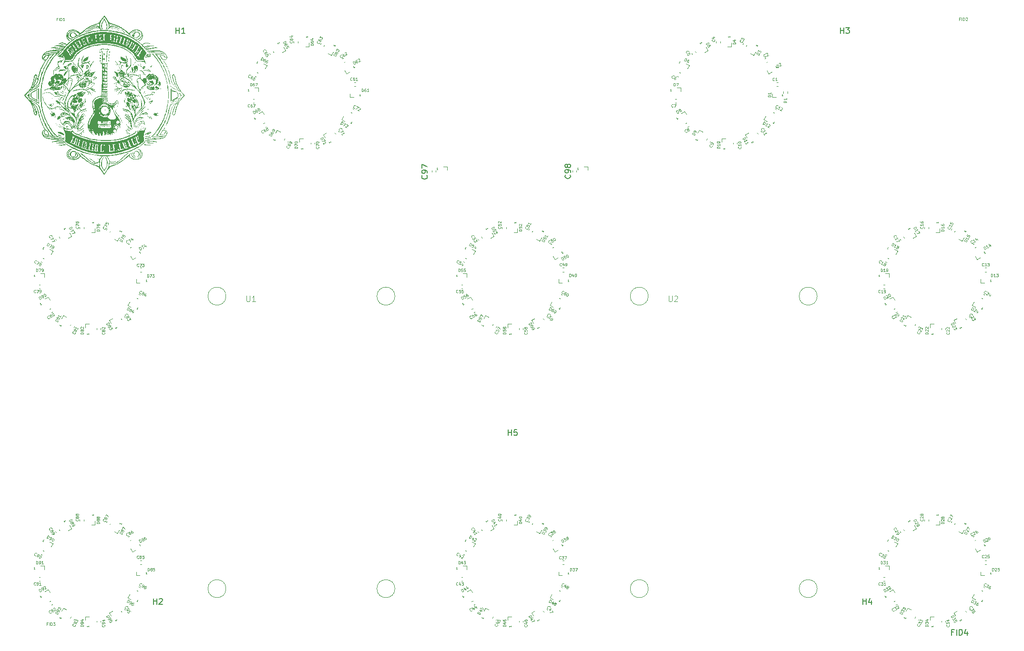
<source format=gto>
G04 #@! TF.GenerationSoftware,KiCad,Pcbnew,8.0.4+1*
G04 #@! TF.CreationDate,2024-10-08T20:46:47+00:00*
G04 #@! TF.ProjectId,pedalboard-display,70656461-6c62-46f6-9172-642d64697370,0.0.0-RC1*
G04 #@! TF.SameCoordinates,Original*
G04 #@! TF.FileFunction,Legend,Top*
G04 #@! TF.FilePolarity,Positive*
%FSLAX46Y46*%
G04 Gerber Fmt 4.6, Leading zero omitted, Abs format (unit mm)*
G04 Created by KiCad (PCBNEW 8.0.4+1) date 2024-10-08 20:46:47*
%MOMM*%
%LPD*%
G01*
G04 APERTURE LIST*
%ADD10C,0.000000*%
%ADD11C,0.004635*%
%ADD12C,0.004304*%
%ADD13C,0.008210*%
%ADD14C,0.100000*%
%ADD15C,0.075000*%
%ADD16C,0.150000*%
%ADD17C,0.110000*%
%ADD18C,0.120000*%
G04 APERTURE END LIST*
D10*
G36*
X10465532Y91902160D02*
G01*
X10467534Y91901867D01*
X10469348Y91901322D01*
X10470967Y91900520D01*
X10472385Y91899461D01*
X10473594Y91898140D01*
X10474589Y91896556D01*
X10475363Y91894705D01*
X10476222Y91892288D01*
X10476819Y91889673D01*
X10477160Y91886868D01*
X10477251Y91883881D01*
X10477100Y91880721D01*
X10476712Y91877397D01*
X10475253Y91870287D01*
X10472926Y91862619D01*
X10469782Y91854460D01*
X10465873Y91845877D01*
X10461252Y91836938D01*
X10455969Y91827709D01*
X10450076Y91818258D01*
X10443625Y91808652D01*
X10436668Y91798959D01*
X10429256Y91789244D01*
X10421441Y91779576D01*
X10413274Y91770022D01*
X10404808Y91760649D01*
X10372989Y91724620D01*
X10341087Y91686725D01*
X10277367Y91605814D01*
X10214307Y91518866D01*
X10152571Y91426834D01*
X10092819Y91330668D01*
X10035714Y91231318D01*
X9981915Y91129736D01*
X9932085Y91026872D01*
X9837717Y90823584D01*
X9790974Y90723485D01*
X9790136Y90722213D01*
X9789600Y90721045D01*
X9789361Y90719978D01*
X9789410Y90719013D01*
X9789741Y90718148D01*
X9790346Y90717384D01*
X9791219Y90716719D01*
X9792352Y90716153D01*
X9795371Y90715315D01*
X9799346Y90714864D01*
X9804220Y90714796D01*
X9809936Y90715105D01*
X9816438Y90715786D01*
X9823668Y90716834D01*
X9831570Y90718244D01*
X9840087Y90720010D01*
X9849162Y90722128D01*
X9858739Y90724592D01*
X9868760Y90727397D01*
X9879168Y90730538D01*
X9889740Y90733098D01*
X9900245Y90735478D01*
X9910616Y90737662D01*
X9920785Y90739633D01*
X9930685Y90741378D01*
X9940250Y90742879D01*
X9949411Y90744122D01*
X9958102Y90745091D01*
X9966256Y90745770D01*
X9973805Y90746145D01*
X9980682Y90746200D01*
X9986821Y90745918D01*
X9992153Y90745285D01*
X9994496Y90744832D01*
X9996612Y90744286D01*
X9998493Y90743644D01*
X10000130Y90742904D01*
X10001516Y90742065D01*
X10002641Y90741124D01*
X10004980Y90737996D01*
X10006723Y90734584D01*
X10007892Y90730912D01*
X10008511Y90727005D01*
X10008603Y90722890D01*
X10008191Y90718590D01*
X10007298Y90714131D01*
X10005948Y90709538D01*
X10004164Y90704837D01*
X10001969Y90700053D01*
X9999387Y90695210D01*
X9996440Y90690335D01*
X9993152Y90685452D01*
X9989546Y90680586D01*
X9981474Y90671008D01*
X9972410Y90661802D01*
X9962540Y90653169D01*
X9952050Y90645312D01*
X9946630Y90641737D01*
X9941125Y90638431D01*
X9935558Y90635420D01*
X9929953Y90632728D01*
X9924331Y90630382D01*
X9918718Y90628406D01*
X9913136Y90626825D01*
X9907608Y90625664D01*
X9902157Y90624949D01*
X9896807Y90624706D01*
X9894183Y90624634D01*
X9891602Y90624421D01*
X9889067Y90624072D01*
X9886582Y90623589D01*
X9884149Y90622978D01*
X9881770Y90622241D01*
X9879447Y90621382D01*
X9877184Y90620406D01*
X9874983Y90619317D01*
X9872847Y90618117D01*
X9870778Y90616812D01*
X9868778Y90615404D01*
X9866851Y90613898D01*
X9864999Y90612298D01*
X9863224Y90610608D01*
X9861530Y90608831D01*
X9859918Y90606971D01*
X9858391Y90605033D01*
X9856952Y90603019D01*
X9855604Y90600935D01*
X9854349Y90598783D01*
X9853189Y90596568D01*
X9852127Y90594294D01*
X9851167Y90591964D01*
X9850309Y90589582D01*
X9849558Y90587152D01*
X9848915Y90584679D01*
X9848383Y90582165D01*
X9847965Y90579616D01*
X9847663Y90577034D01*
X9847480Y90574423D01*
X9847418Y90571788D01*
X9847697Y90563551D01*
X9848531Y90556037D01*
X9849918Y90549244D01*
X9851856Y90543174D01*
X9854341Y90537824D01*
X9857371Y90533194D01*
X9860944Y90529284D01*
X9865057Y90526093D01*
X9869708Y90523621D01*
X9874893Y90521866D01*
X9880611Y90520827D01*
X9886858Y90520506D01*
X9893632Y90520900D01*
X9900931Y90522009D01*
X9908752Y90523832D01*
X9917092Y90526369D01*
X9935320Y90533583D01*
X9955595Y90543643D01*
X9977895Y90556546D01*
X10002200Y90572285D01*
X10028490Y90590857D01*
X10056743Y90612255D01*
X10086939Y90636474D01*
X10119058Y90663510D01*
X10180766Y90717330D01*
X10239002Y90770612D01*
X10297899Y90827781D01*
X10361592Y90893258D01*
X10434215Y90971468D01*
X10519901Y91066836D01*
X10622786Y91183783D01*
X10747002Y91326734D01*
X10791624Y91377618D01*
X10833935Y91424250D01*
X10873529Y91466345D01*
X10909996Y91503618D01*
X10942929Y91535786D01*
X10971918Y91562564D01*
X10996557Y91583667D01*
X11016436Y91598813D01*
X11024463Y91604062D01*
X11031147Y91607715D01*
X11036437Y91609737D01*
X11040283Y91610092D01*
X11041647Y91609633D01*
X11042632Y91608743D01*
X11043434Y91605657D01*
X11042638Y91600797D01*
X11040193Y91594127D01*
X11036048Y91585613D01*
X11030151Y91575218D01*
X11012901Y91548645D01*
X10988033Y91514124D01*
X10955140Y91471372D01*
X10919036Y91426393D01*
X10854158Y91341726D01*
X10770098Y91229278D01*
X10676446Y91100955D01*
X10575188Y90968553D01*
X10524208Y90903137D01*
X10474922Y90840781D01*
X10428779Y90783386D01*
X10387224Y90732853D01*
X10351705Y90691085D01*
X10323668Y90659982D01*
X10311978Y90647266D01*
X10300758Y90634316D01*
X10290066Y90621233D01*
X10279957Y90608113D01*
X10270489Y90595055D01*
X10261719Y90582158D01*
X10253703Y90569519D01*
X10246498Y90557236D01*
X10240162Y90545409D01*
X10234750Y90534134D01*
X10230321Y90523510D01*
X10226930Y90513636D01*
X10224635Y90504609D01*
X10223916Y90500444D01*
X10223492Y90496527D01*
X10223371Y90492872D01*
X10223559Y90489490D01*
X10224063Y90486393D01*
X10224891Y90483594D01*
X10227328Y90475532D01*
X10229335Y90468546D01*
X10230898Y90462634D01*
X10232001Y90457797D01*
X10232629Y90454035D01*
X10232760Y90452558D01*
X10232766Y90451348D01*
X10232646Y90450408D01*
X10232397Y90449736D01*
X10232017Y90449333D01*
X10231505Y90449199D01*
X10230859Y90449333D01*
X10230076Y90449736D01*
X10229155Y90450408D01*
X10228095Y90451348D01*
X10225544Y90454035D01*
X10222410Y90457797D01*
X10218677Y90462634D01*
X10214328Y90468546D01*
X10203724Y90483594D01*
X10197740Y90491568D01*
X10191570Y90498271D01*
X10185028Y90503671D01*
X10177927Y90507738D01*
X10174110Y90509262D01*
X10170083Y90510441D01*
X10165824Y90511271D01*
X10161308Y90511748D01*
X10151418Y90511629D01*
X10140224Y90510053D01*
X10127543Y90506989D01*
X10113187Y90502405D01*
X10096971Y90496271D01*
X10078709Y90488556D01*
X10058214Y90479228D01*
X10035301Y90468258D01*
X9981474Y90441263D01*
X9944707Y90422259D01*
X9908755Y90404986D01*
X9874024Y90389522D01*
X9840915Y90375944D01*
X9809831Y90364329D01*
X9781176Y90354756D01*
X9755354Y90347302D01*
X9732766Y90342044D01*
X9722811Y90340263D01*
X9713816Y90339059D01*
X9705831Y90338444D01*
X9698907Y90338426D01*
X9693095Y90339016D01*
X9688443Y90340222D01*
X9685003Y90342055D01*
X9682826Y90344524D01*
X9682226Y90346000D01*
X9681961Y90347639D01*
X9682459Y90351410D01*
X9684370Y90355846D01*
X9687745Y90360957D01*
X9692635Y90366753D01*
X9699088Y90373243D01*
X9707157Y90380437D01*
X9716891Y90388345D01*
X9724418Y90394393D01*
X9731133Y90400679D01*
X9737052Y90407274D01*
X9742192Y90414252D01*
X9746566Y90421685D01*
X9750191Y90429645D01*
X9753082Y90438204D01*
X9755255Y90447435D01*
X9756726Y90457410D01*
X9757509Y90468202D01*
X9757620Y90479882D01*
X9757075Y90492524D01*
X9755889Y90506199D01*
X9754078Y90520980D01*
X9751657Y90536939D01*
X9748641Y90554149D01*
X9739229Y90594684D01*
X9735231Y90610650D01*
X9731553Y90623768D01*
X9728082Y90634054D01*
X9726388Y90638140D01*
X9724704Y90641524D01*
X9723014Y90644207D01*
X9721305Y90646193D01*
X9719563Y90647482D01*
X9717772Y90648077D01*
X9715920Y90647979D01*
X9713991Y90647190D01*
X9711972Y90645713D01*
X9709849Y90643550D01*
X9707606Y90640702D01*
X9705231Y90637171D01*
X9700023Y90628068D01*
X9694113Y90616257D01*
X9687387Y90601755D01*
X9671030Y90564734D01*
X9665662Y90552962D01*
X9660171Y90541500D01*
X9654597Y90530410D01*
X9648981Y90519754D01*
X9643366Y90509594D01*
X9637792Y90499993D01*
X9632300Y90491011D01*
X9626933Y90482712D01*
X9621731Y90475157D01*
X9616735Y90468408D01*
X9611988Y90462527D01*
X9607530Y90457576D01*
X9605422Y90455469D01*
X9603403Y90453618D01*
X9601476Y90452030D01*
X9599648Y90450713D01*
X9597923Y90449676D01*
X9596306Y90448925D01*
X9594803Y90448469D01*
X9593419Y90448316D01*
X9589005Y90448663D01*
X9585019Y90449689D01*
X9581455Y90451371D01*
X9578309Y90453683D01*
X9575573Y90456603D01*
X9573242Y90460106D01*
X9571310Y90464168D01*
X9569772Y90468766D01*
X9568621Y90473875D01*
X9567852Y90479473D01*
X9567436Y90492034D01*
X9568477Y90506260D01*
X9570929Y90521959D01*
X9574745Y90538939D01*
X9579879Y90557009D01*
X9586285Y90575979D01*
X9593915Y90595656D01*
X9602723Y90615851D01*
X9612663Y90636370D01*
X9623688Y90657024D01*
X9635752Y90677622D01*
X9651896Y90703088D01*
X9669658Y90732688D01*
X9708567Y90801315D01*
X9749543Y90877548D01*
X9789651Y90955435D01*
X9825955Y91029022D01*
X9855521Y91092357D01*
X9875413Y91139486D01*
X9880814Y91155113D01*
X9882696Y91164456D01*
X9886343Y91177487D01*
X9896821Y91198755D01*
X9913438Y91227320D01*
X9935502Y91262241D01*
X9993201Y91347389D01*
X10064377Y91446677D01*
X10143490Y91552579D01*
X10225001Y91657572D01*
X10303370Y91754132D01*
X10373057Y91834734D01*
X10377676Y91839932D01*
X10382268Y91844941D01*
X10391344Y91854384D01*
X10400234Y91863042D01*
X10404593Y91867069D01*
X10408886Y91870893D01*
X10413107Y91874510D01*
X10417249Y91877917D01*
X10421306Y91881113D01*
X10425271Y91884094D01*
X10429138Y91886858D01*
X10432901Y91889403D01*
X10436552Y91891725D01*
X10440085Y91893823D01*
X10443495Y91895693D01*
X10446774Y91897333D01*
X10449916Y91898741D01*
X10452915Y91899914D01*
X10455764Y91900849D01*
X10458456Y91901543D01*
X10460986Y91901995D01*
X10463347Y91902201D01*
X10465532Y91902160D01*
G37*
G36*
X22655401Y96014117D02*
G01*
X22657354Y96013768D01*
X22659410Y96013237D01*
X22661570Y96012522D01*
X22663834Y96011623D01*
X22668711Y96009696D01*
X22673414Y96007250D01*
X22677937Y96004322D01*
X22682272Y96000950D01*
X22686410Y95997172D01*
X22690343Y95993027D01*
X22694065Y95988552D01*
X22697568Y95983786D01*
X22700843Y95978767D01*
X22703883Y95973533D01*
X22706680Y95968121D01*
X22709226Y95962571D01*
X22711514Y95956920D01*
X22713536Y95951207D01*
X22715284Y95945468D01*
X22716750Y95939744D01*
X22717927Y95934071D01*
X22718807Y95928488D01*
X22719382Y95923033D01*
X22719644Y95917743D01*
X22719586Y95912658D01*
X22719200Y95907816D01*
X22718478Y95903253D01*
X22717412Y95899009D01*
X22715995Y95895122D01*
X22714218Y95891629D01*
X22712075Y95888569D01*
X22709557Y95885980D01*
X22706657Y95883900D01*
X22703367Y95882367D01*
X22699678Y95881419D01*
X22695584Y95881094D01*
X22693911Y95881187D01*
X22692199Y95881461D01*
X22690455Y95881914D01*
X22688680Y95882541D01*
X22685058Y95884303D01*
X22681363Y95886717D01*
X22677626Y95889750D01*
X22673880Y95893372D01*
X22670154Y95897553D01*
X22666480Y95902261D01*
X22662888Y95907464D01*
X22659411Y95913133D01*
X22656078Y95919236D01*
X22652920Y95925742D01*
X22649970Y95932620D01*
X22647257Y95939840D01*
X22644813Y95947369D01*
X22642668Y95955177D01*
X22641728Y95959404D01*
X22640891Y95963485D01*
X22640157Y95967419D01*
X22639526Y95971204D01*
X22638999Y95974839D01*
X22638575Y95978323D01*
X22638255Y95981655D01*
X22638038Y95984832D01*
X22637924Y95987855D01*
X22637914Y95990722D01*
X22638007Y95993431D01*
X22638203Y95995981D01*
X22638503Y95998371D01*
X22638906Y96000599D01*
X22639412Y96002664D01*
X22640022Y96004566D01*
X22640735Y96006302D01*
X22641552Y96007872D01*
X22642472Y96009273D01*
X22643495Y96010505D01*
X22644621Y96011567D01*
X22645851Y96012457D01*
X22647184Y96013174D01*
X22648621Y96013717D01*
X22650161Y96014083D01*
X22651804Y96014273D01*
X22653551Y96014285D01*
X22655401Y96014117D01*
G37*
G36*
X10535853Y95281850D02*
G01*
X10549147Y95280641D01*
X10562427Y95278626D01*
X10575691Y95275804D01*
X10588937Y95272177D01*
X10602162Y95267743D01*
X10615366Y95262503D01*
X10628546Y95256457D01*
X10641699Y95249604D01*
X10654826Y95241946D01*
X10667922Y95233481D01*
X10680987Y95224211D01*
X10694018Y95214134D01*
X10707014Y95203251D01*
X10719972Y95191562D01*
X10732890Y95179067D01*
X10754637Y95156091D01*
X10773577Y95134666D01*
X10781997Y95124477D01*
X10789717Y95114605D01*
X10796738Y95105028D01*
X10803060Y95095722D01*
X10808686Y95086665D01*
X10813614Y95077832D01*
X10817845Y95069201D01*
X10821381Y95060748D01*
X10824223Y95052450D01*
X10826369Y95044284D01*
X10827822Y95036226D01*
X10828582Y95028253D01*
X10828649Y95020343D01*
X10828025Y95012471D01*
X10826709Y95004615D01*
X10824703Y94996752D01*
X10822007Y94988857D01*
X10818621Y94980908D01*
X10814547Y94972881D01*
X10809785Y94964754D01*
X10804336Y94956502D01*
X10798200Y94948104D01*
X10791378Y94939534D01*
X10783871Y94930771D01*
X10775679Y94921791D01*
X10766803Y94912571D01*
X10747002Y94893317D01*
X10735091Y94881769D01*
X10724478Y94870889D01*
X10715135Y94860597D01*
X10707039Y94850818D01*
X10703449Y94846095D01*
X10700161Y94841472D01*
X10697172Y94836938D01*
X10694478Y94832483D01*
X10692076Y94828098D01*
X10689962Y94823773D01*
X10688134Y94819498D01*
X10686589Y94815264D01*
X10685322Y94811061D01*
X10684331Y94806880D01*
X10683613Y94802710D01*
X10683164Y94798542D01*
X10682982Y94794366D01*
X10683062Y94790173D01*
X10683402Y94785952D01*
X10683998Y94781695D01*
X10684848Y94777392D01*
X10685947Y94773032D01*
X10687293Y94768606D01*
X10688883Y94764104D01*
X10690713Y94759518D01*
X10692780Y94754836D01*
X10697613Y94745149D01*
X10701911Y94736214D01*
X10703808Y94731985D01*
X10705537Y94727910D01*
X10707095Y94723984D01*
X10708481Y94720205D01*
X10709694Y94716567D01*
X10710732Y94713068D01*
X10711595Y94709704D01*
X10712281Y94706469D01*
X10712788Y94703362D01*
X10713116Y94700377D01*
X10713263Y94697511D01*
X10713228Y94694759D01*
X10713010Y94692120D01*
X10712606Y94689587D01*
X10712017Y94687157D01*
X10711240Y94684827D01*
X10710275Y94682593D01*
X10709120Y94680450D01*
X10707773Y94678396D01*
X10706234Y94676425D01*
X10704502Y94674534D01*
X10702574Y94672720D01*
X10700450Y94670978D01*
X10698128Y94669304D01*
X10695607Y94667695D01*
X10692886Y94666147D01*
X10689964Y94664655D01*
X10686838Y94663217D01*
X10683509Y94661827D01*
X10679974Y94660483D01*
X10674078Y94657443D01*
X10667034Y94652366D01*
X10658937Y94645367D01*
X10649878Y94636560D01*
X10639951Y94626058D01*
X10629249Y94613974D01*
X10605891Y94585517D01*
X10580549Y94552100D01*
X10553966Y94514631D01*
X10526888Y94474020D01*
X10500057Y94431177D01*
X10473558Y94390646D01*
X10449456Y94354978D01*
X10438227Y94338937D01*
X10427504Y94324075D01*
X10417257Y94310379D01*
X10407454Y94297838D01*
X10398064Y94286439D01*
X10389057Y94276169D01*
X10380401Y94267017D01*
X10372066Y94258970D01*
X10364020Y94252017D01*
X10356232Y94246143D01*
X10348672Y94241339D01*
X10341308Y94237590D01*
X10334109Y94234885D01*
X10327045Y94233212D01*
X10320084Y94232559D01*
X10313196Y94232912D01*
X10306349Y94234260D01*
X10299512Y94236590D01*
X10292654Y94239891D01*
X10285745Y94244150D01*
X10278753Y94249354D01*
X10271648Y94255492D01*
X10264398Y94262551D01*
X10256972Y94270518D01*
X10249339Y94279383D01*
X10241469Y94289131D01*
X10233330Y94299752D01*
X10224891Y94311232D01*
X10215549Y94325013D01*
X10207369Y94337305D01*
X10200358Y94348192D01*
X10194519Y94357755D01*
X10192041Y94362067D01*
X10189859Y94366079D01*
X10187972Y94369801D01*
X10186382Y94373245D01*
X10185089Y94376419D01*
X10184093Y94379336D01*
X10183396Y94382004D01*
X10182999Y94384435D01*
X10182900Y94386638D01*
X10183103Y94388624D01*
X10183606Y94390403D01*
X10184411Y94391986D01*
X10185518Y94393383D01*
X10186928Y94394605D01*
X10188642Y94395661D01*
X10190660Y94396562D01*
X10192983Y94397318D01*
X10195612Y94397940D01*
X10198546Y94398437D01*
X10201788Y94398822D01*
X10205337Y94399102D01*
X10209194Y94399290D01*
X10217835Y94399428D01*
X10224853Y94399703D01*
X10231357Y94400509D01*
X10237349Y94401820D01*
X10242832Y94403610D01*
X10247809Y94405852D01*
X10252282Y94408520D01*
X10256254Y94411587D01*
X10259727Y94415027D01*
X10262704Y94418813D01*
X10265188Y94422919D01*
X10267180Y94427318D01*
X10268685Y94431984D01*
X10269703Y94436890D01*
X10270238Y94442010D01*
X10270293Y94447317D01*
X10269870Y94452785D01*
X10268971Y94458388D01*
X10267599Y94464098D01*
X10265758Y94469890D01*
X10263448Y94475737D01*
X10260673Y94481612D01*
X10257436Y94487489D01*
X10253739Y94493341D01*
X10249585Y94499142D01*
X10244976Y94504866D01*
X10239915Y94510486D01*
X10234404Y94515975D01*
X10228446Y94521308D01*
X10222044Y94526457D01*
X10215200Y94531396D01*
X10207916Y94536098D01*
X10200196Y94540538D01*
X10193009Y94544870D01*
X10186023Y94549895D01*
X10179275Y94555561D01*
X10172801Y94561815D01*
X10169318Y94565653D01*
X10377970Y94565653D01*
X10378163Y94561967D01*
X10378610Y94558517D01*
X10379314Y94555319D01*
X10380278Y94552389D01*
X10381506Y94549743D01*
X10383001Y94547398D01*
X10384765Y94545369D01*
X10386803Y94543673D01*
X10389118Y94542326D01*
X10391712Y94541343D01*
X10394589Y94540742D01*
X10397752Y94540538D01*
X10401200Y94540823D01*
X10404912Y94541657D01*
X10408865Y94543012D01*
X10413034Y94544858D01*
X10417394Y94547167D01*
X10421921Y94549910D01*
X10431376Y94556579D01*
X10441203Y94564633D01*
X10451206Y94573839D01*
X10461188Y94583965D01*
X10470953Y94594778D01*
X10480305Y94606046D01*
X10489046Y94617537D01*
X10496982Y94629017D01*
X10503915Y94640254D01*
X10509650Y94651015D01*
X10513989Y94661069D01*
X10515574Y94665758D01*
X10516736Y94670182D01*
X10517452Y94674313D01*
X10517696Y94678122D01*
X10517573Y94682907D01*
X10517207Y94687343D01*
X10516606Y94691429D01*
X10515773Y94695168D01*
X10514716Y94698561D01*
X10513440Y94701609D01*
X10511951Y94704313D01*
X10510255Y94706675D01*
X10508356Y94708696D01*
X10506263Y94710377D01*
X10503979Y94711719D01*
X10501511Y94712724D01*
X10498865Y94713394D01*
X10496046Y94713729D01*
X10493061Y94713730D01*
X10489915Y94713400D01*
X10486614Y94712739D01*
X10483164Y94711748D01*
X10479570Y94710429D01*
X10475838Y94708783D01*
X10471975Y94706812D01*
X10467986Y94704517D01*
X10463877Y94701898D01*
X10459654Y94698958D01*
X10450887Y94692118D01*
X10441732Y94684006D01*
X10432237Y94674634D01*
X10422447Y94664011D01*
X10418241Y94659001D01*
X10414224Y94653904D01*
X10410400Y94648735D01*
X10406771Y94643512D01*
X10403342Y94638250D01*
X10400114Y94632966D01*
X10397092Y94627675D01*
X10394279Y94622394D01*
X10391678Y94617138D01*
X10389292Y94611925D01*
X10387124Y94606769D01*
X10385177Y94601688D01*
X10383456Y94596698D01*
X10381962Y94591814D01*
X10380700Y94587053D01*
X10379672Y94582430D01*
X10378882Y94577963D01*
X10378333Y94573667D01*
X10378028Y94569558D01*
X10377970Y94565653D01*
X10169318Y94565653D01*
X10166636Y94568607D01*
X10160818Y94575885D01*
X10155383Y94583597D01*
X10150366Y94591691D01*
X10145804Y94600116D01*
X10141733Y94608820D01*
X10138188Y94617751D01*
X10135208Y94626858D01*
X10132826Y94636090D01*
X10131080Y94645393D01*
X10130006Y94654717D01*
X10129640Y94664011D01*
X10129477Y94672641D01*
X10128993Y94681292D01*
X10128199Y94689901D01*
X10127105Y94698407D01*
X10125722Y94706747D01*
X10124059Y94714861D01*
X10122129Y94722684D01*
X10119939Y94730157D01*
X10117502Y94737216D01*
X10114827Y94743799D01*
X10111924Y94749845D01*
X10110391Y94752648D01*
X10108805Y94755292D01*
X10107167Y94757771D01*
X10105479Y94760077D01*
X10103741Y94762202D01*
X10101956Y94764139D01*
X10100124Y94765879D01*
X10098247Y94767415D01*
X10096326Y94768740D01*
X10094363Y94769844D01*
X10090264Y94773141D01*
X10087206Y94777696D01*
X10085155Y94783444D01*
X10084076Y94790322D01*
X10083934Y94798264D01*
X10084697Y94807206D01*
X10088796Y94827832D01*
X10092643Y94840399D01*
X10200196Y94840399D01*
X10200247Y94837765D01*
X10200399Y94835154D01*
X10200647Y94832573D01*
X10200989Y94830023D01*
X10201421Y94827510D01*
X10201940Y94825036D01*
X10202544Y94822607D01*
X10203228Y94820225D01*
X10203990Y94817895D01*
X10204825Y94815621D01*
X10205732Y94813406D01*
X10206707Y94811254D01*
X10207747Y94809170D01*
X10208848Y94807157D01*
X10210006Y94805218D01*
X10211220Y94803358D01*
X10212486Y94801581D01*
X10213800Y94799891D01*
X10215159Y94798291D01*
X10216560Y94796785D01*
X10218000Y94795378D01*
X10219476Y94794072D01*
X10220983Y94792873D01*
X10222520Y94791783D01*
X10224083Y94790807D01*
X10225668Y94789948D01*
X10227273Y94789211D01*
X10228894Y94788600D01*
X10230527Y94788117D01*
X10232171Y94787768D01*
X10233821Y94787555D01*
X10235474Y94787483D01*
X10237437Y94787555D01*
X10239358Y94787768D01*
X10241235Y94788117D01*
X10243067Y94788600D01*
X10244852Y94789211D01*
X10246589Y94789948D01*
X10248278Y94790807D01*
X10249916Y94791783D01*
X10251502Y94792873D01*
X10253035Y94794072D01*
X10254514Y94795378D01*
X10255938Y94796785D01*
X10258613Y94799891D01*
X10261050Y94803358D01*
X10263240Y94807157D01*
X10265170Y94811254D01*
X10266833Y94815621D01*
X10268216Y94820225D01*
X10269310Y94825036D01*
X10270104Y94830023D01*
X10270588Y94835154D01*
X10270751Y94840399D01*
X10270710Y94843034D01*
X10270588Y94845645D01*
X10270385Y94848226D01*
X10270104Y94850776D01*
X10269745Y94853290D01*
X10269310Y94855763D01*
X10268800Y94858192D01*
X10268216Y94860574D01*
X10267560Y94862904D01*
X10266833Y94865179D01*
X10266036Y94867394D01*
X10265170Y94869545D01*
X10264238Y94871630D01*
X10263240Y94873643D01*
X10262177Y94875582D01*
X10261050Y94877442D01*
X10259862Y94879219D01*
X10258613Y94880909D01*
X10257304Y94882509D01*
X10255938Y94884015D01*
X10254514Y94885422D01*
X10253035Y94886728D01*
X10251502Y94887927D01*
X10249916Y94889017D01*
X10248278Y94889993D01*
X10246589Y94890852D01*
X10244852Y94891589D01*
X10243067Y94892201D01*
X10241235Y94892683D01*
X10239358Y94893033D01*
X10237437Y94893245D01*
X10235474Y94893317D01*
X10233821Y94893245D01*
X10232171Y94893033D01*
X10230527Y94892683D01*
X10228894Y94892201D01*
X10227273Y94891589D01*
X10225668Y94890852D01*
X10224083Y94889993D01*
X10222520Y94889017D01*
X10219476Y94886728D01*
X10216560Y94884015D01*
X10213800Y94880909D01*
X10211220Y94877442D01*
X10208848Y94873643D01*
X10206707Y94869545D01*
X10204825Y94865179D01*
X10203228Y94860574D01*
X10201940Y94855763D01*
X10200989Y94850776D01*
X10200399Y94845645D01*
X10200196Y94840399D01*
X10092643Y94840399D01*
X10096098Y94851683D01*
X10106331Y94878241D01*
X10119220Y94906990D01*
X10134491Y94937414D01*
X10135260Y94938811D01*
X10309196Y94938811D01*
X10309275Y94933217D01*
X10309972Y94927765D01*
X10311288Y94922462D01*
X10313226Y94917316D01*
X10315786Y94912333D01*
X10318973Y94907521D01*
X10322786Y94902886D01*
X10327228Y94898436D01*
X10332302Y94894178D01*
X10338009Y94890118D01*
X10344350Y94886265D01*
X10351329Y94882625D01*
X10358946Y94879205D01*
X10362223Y94878306D01*
X10365437Y94877594D01*
X10368589Y94877069D01*
X10371679Y94876732D01*
X10374708Y94876583D01*
X10377674Y94876624D01*
X10380578Y94876855D01*
X10383420Y94877276D01*
X10386200Y94877888D01*
X10388919Y94878693D01*
X10391575Y94879689D01*
X10394169Y94880879D01*
X10396701Y94882263D01*
X10399171Y94883841D01*
X10401579Y94885614D01*
X10403925Y94887583D01*
X10406210Y94889749D01*
X10408432Y94892111D01*
X10410592Y94894671D01*
X10412690Y94897429D01*
X10414726Y94900386D01*
X10416700Y94903543D01*
X10420462Y94910459D01*
X10423976Y94918180D01*
X10427242Y94926713D01*
X10430260Y94936062D01*
X10433029Y94946233D01*
X10435880Y94956525D01*
X10439134Y94966228D01*
X10442781Y94975332D01*
X10444748Y94979656D01*
X10446810Y94983826D01*
X10448965Y94987841D01*
X10451211Y94991700D01*
X10453548Y94995401D01*
X10455974Y94998943D01*
X10458488Y95002325D01*
X10461088Y95005545D01*
X10463774Y95008603D01*
X10466543Y95011497D01*
X10469396Y95014225D01*
X10472329Y95016787D01*
X10475343Y95019180D01*
X10478436Y95021405D01*
X10481606Y95023459D01*
X10484852Y95025341D01*
X10488174Y95027050D01*
X10491569Y95028584D01*
X10495036Y95029943D01*
X10498574Y95031125D01*
X10502182Y95032129D01*
X10505859Y95032953D01*
X10509603Y95033596D01*
X10513413Y95034057D01*
X10517287Y95034334D01*
X10521224Y95034427D01*
X10527994Y95034211D01*
X10534409Y95033568D01*
X10540467Y95032506D01*
X10546167Y95031030D01*
X10551504Y95029149D01*
X10556478Y95026869D01*
X10561084Y95024198D01*
X10565321Y95021143D01*
X10569186Y95017710D01*
X10572677Y95013907D01*
X10575790Y95009741D01*
X10578523Y95005220D01*
X10580874Y95000349D01*
X10582840Y94995137D01*
X10584418Y94989590D01*
X10585606Y94983715D01*
X10586401Y94977521D01*
X10586801Y94971012D01*
X10586804Y94964198D01*
X10586405Y94957085D01*
X10584397Y94941989D01*
X10580755Y94925783D01*
X10575460Y94908522D01*
X10568490Y94890264D01*
X10559826Y94871065D01*
X10549446Y94850983D01*
X10543871Y94840355D01*
X10539076Y94830946D01*
X10535098Y94822737D01*
X10531972Y94815705D01*
X10529735Y94809831D01*
X10528962Y94807322D01*
X10528424Y94805094D01*
X10528126Y94803145D01*
X10528073Y94801473D01*
X10528270Y94800075D01*
X10528720Y94798948D01*
X10529429Y94798090D01*
X10530401Y94797498D01*
X10531640Y94797169D01*
X10533151Y94797101D01*
X10534938Y94797292D01*
X10537007Y94797739D01*
X10539361Y94798439D01*
X10542005Y94799389D01*
X10548181Y94802032D01*
X10555572Y94805646D01*
X10564213Y94810211D01*
X10574141Y94815706D01*
X10580300Y94819729D01*
X10586204Y94824495D01*
X10591847Y94829960D01*
X10597223Y94836080D01*
X10602325Y94842813D01*
X10607147Y94850114D01*
X10611681Y94857942D01*
X10615923Y94866252D01*
X10623500Y94884147D01*
X10629827Y94903452D01*
X10634852Y94923822D01*
X10638523Y94944911D01*
X10640788Y94966371D01*
X10641596Y94987857D01*
X10640895Y95009023D01*
X10638633Y95029522D01*
X10634759Y95049009D01*
X10632201Y95058264D01*
X10629221Y95067136D01*
X10625812Y95075582D01*
X10621967Y95083558D01*
X10617681Y95091021D01*
X10612946Y95097928D01*
X10605342Y95107221D01*
X10598250Y95115222D01*
X10591436Y95121880D01*
X10584669Y95127142D01*
X10581230Y95129234D01*
X10577716Y95130957D01*
X10574097Y95132306D01*
X10570344Y95133274D01*
X10566429Y95133854D01*
X10562321Y95134041D01*
X10557993Y95133826D01*
X10553415Y95133205D01*
X10548558Y95132171D01*
X10543392Y95130716D01*
X10532021Y95126522D01*
X10519068Y95120570D01*
X10504302Y95112810D01*
X10487489Y95103190D01*
X10468397Y95091657D01*
X10422447Y95062650D01*
X10411161Y95055706D01*
X10400456Y95048769D01*
X10390333Y95041846D01*
X10380796Y95034944D01*
X10371844Y95028071D01*
X10363481Y95021234D01*
X10355709Y95014439D01*
X10348529Y95007694D01*
X10341943Y95001005D01*
X10335953Y94994381D01*
X10330562Y94987827D01*
X10325770Y94981352D01*
X10321581Y94974962D01*
X10317996Y94968665D01*
X10315016Y94962467D01*
X10312645Y94956375D01*
X10310883Y94950397D01*
X10309733Y94944540D01*
X10309196Y94938811D01*
X10135260Y94938811D01*
X10151871Y94968995D01*
X10171085Y95001217D01*
X10191860Y95033563D01*
X10213921Y95065516D01*
X10236996Y95096560D01*
X10260809Y95126177D01*
X10285088Y95153852D01*
X10309558Y95179067D01*
X10322797Y95191562D01*
X10336055Y95203251D01*
X10349329Y95214134D01*
X10362619Y95224211D01*
X10375921Y95233481D01*
X10389235Y95241946D01*
X10402557Y95249604D01*
X10415887Y95256457D01*
X10429222Y95262503D01*
X10442560Y95267743D01*
X10455899Y95272177D01*
X10469238Y95275804D01*
X10482574Y95278626D01*
X10495905Y95280641D01*
X10509230Y95281850D01*
X10522547Y95282253D01*
X10535853Y95281850D01*
G37*
G36*
X27287276Y95486682D02*
G01*
X27288634Y95485303D01*
X27288847Y95483170D01*
X27287903Y95480286D01*
X27285795Y95476649D01*
X27282511Y95472261D01*
X27278043Y95467123D01*
X27272380Y95461234D01*
X27257433Y95447210D01*
X27237591Y95430194D01*
X27212779Y95410191D01*
X27182918Y95387206D01*
X27168921Y95376715D01*
X27154785Y95366452D01*
X27140618Y95356478D01*
X27126528Y95346856D01*
X27112625Y95337648D01*
X27099016Y95328914D01*
X27085810Y95320718D01*
X27073115Y95313122D01*
X27061041Y95306187D01*
X27049695Y95299975D01*
X27039187Y95294550D01*
X27029624Y95289971D01*
X27021115Y95286302D01*
X27013769Y95283605D01*
X27007694Y95281941D01*
X27005167Y95281516D01*
X27002999Y95281372D01*
X27000695Y95281331D01*
X26998414Y95281209D01*
X26996161Y95281006D01*
X26993939Y95280724D01*
X26991750Y95280366D01*
X26989597Y95279930D01*
X26987485Y95279420D01*
X26985416Y95278837D01*
X26983394Y95278180D01*
X26981421Y95277453D01*
X26979501Y95276656D01*
X26977638Y95275791D01*
X26975833Y95274858D01*
X26974092Y95273860D01*
X26972416Y95272797D01*
X26970810Y95271671D01*
X26969276Y95270482D01*
X26967817Y95269233D01*
X26966437Y95267925D01*
X26965139Y95266558D01*
X26963927Y95265135D01*
X26962803Y95263655D01*
X26961770Y95262122D01*
X26960833Y95260536D01*
X26959994Y95258898D01*
X26959256Y95257210D01*
X26958623Y95255472D01*
X26958097Y95253687D01*
X26957683Y95251855D01*
X26957383Y95249978D01*
X26957201Y95248057D01*
X26957140Y95246094D01*
X26957089Y95244441D01*
X26956936Y95242791D01*
X26956686Y95241147D01*
X26956340Y95239514D01*
X26955902Y95237893D01*
X26955372Y95236288D01*
X26954755Y95234703D01*
X26954053Y95233140D01*
X26953268Y95231603D01*
X26952403Y95230095D01*
X26951460Y95228620D01*
X26950442Y95227180D01*
X26949352Y95225779D01*
X26948193Y95224420D01*
X26946966Y95223106D01*
X26945674Y95221840D01*
X26944321Y95220626D01*
X26942908Y95219467D01*
X26941438Y95218366D01*
X26939914Y95217327D01*
X26938338Y95216352D01*
X26936713Y95215445D01*
X26935042Y95214609D01*
X26933327Y95213847D01*
X26931570Y95213163D01*
X26929775Y95212560D01*
X26927943Y95212040D01*
X26926078Y95211608D01*
X26924182Y95211266D01*
X26922258Y95211018D01*
X26920307Y95210867D01*
X26918334Y95210816D01*
X26913881Y95210449D01*
X26908508Y95209369D01*
X26902288Y95207607D01*
X26895292Y95205193D01*
X26887594Y95202160D01*
X26879266Y95198538D01*
X26870379Y95194357D01*
X26861007Y95189649D01*
X26851221Y95184446D01*
X26841094Y95178777D01*
X26830699Y95172674D01*
X26820107Y95166168D01*
X26809391Y95159290D01*
X26798624Y95152070D01*
X26787877Y95144541D01*
X26777223Y95136733D01*
X26766773Y95129669D01*
X26756621Y95123049D01*
X26746822Y95116905D01*
X26737425Y95111267D01*
X26728483Y95106167D01*
X26720048Y95101635D01*
X26712170Y95097702D01*
X26704903Y95094400D01*
X26701514Y95092995D01*
X26698297Y95091759D01*
X26695258Y95090697D01*
X26692404Y95089811D01*
X26689741Y95089106D01*
X26687276Y95088586D01*
X26685015Y95088255D01*
X26682964Y95088116D01*
X26681131Y95088174D01*
X26679521Y95088431D01*
X26678141Y95088893D01*
X26676997Y95089563D01*
X26676096Y95090445D01*
X26675445Y95091542D01*
X26675050Y95092860D01*
X26674916Y95094400D01*
X26676647Y95100597D01*
X26681820Y95108587D01*
X26690404Y95118344D01*
X26702367Y95129843D01*
X26736308Y95157961D01*
X26783396Y95192736D01*
X26843383Y95233960D01*
X26916019Y95281427D01*
X27001057Y95334929D01*
X27098250Y95394261D01*
X27135982Y95416545D01*
X27169750Y95435775D01*
X27199477Y95451956D01*
X27225085Y95465093D01*
X27246497Y95475191D01*
X27263636Y95482256D01*
X27270578Y95484653D01*
X27276423Y95486293D01*
X27281161Y95487177D01*
X27284782Y95487307D01*
X27287276Y95486682D01*
G37*
G36*
X11083500Y99479245D02*
G01*
X11088234Y99478708D01*
X11092807Y99477837D01*
X11097209Y99476651D01*
X11101434Y99475167D01*
X11105472Y99473405D01*
X11109314Y99471383D01*
X11112953Y99469120D01*
X11116381Y99466635D01*
X11119588Y99463946D01*
X11122566Y99461073D01*
X11125308Y99458033D01*
X11127804Y99454847D01*
X11130046Y99451532D01*
X11132025Y99448107D01*
X11133734Y99444590D01*
X11135164Y99441002D01*
X11136307Y99437360D01*
X11137154Y99433683D01*
X11137696Y99429990D01*
X11137926Y99426300D01*
X11137835Y99422630D01*
X11137414Y99419001D01*
X11136656Y99415431D01*
X11135551Y99411938D01*
X11134092Y99408542D01*
X11132269Y99405260D01*
X11130076Y99402112D01*
X11127502Y99399117D01*
X11124540Y99396292D01*
X11121182Y99393658D01*
X11117418Y99391232D01*
X11114115Y99388885D01*
X11110838Y99385845D01*
X11107613Y99382164D01*
X11104465Y99377894D01*
X11101420Y99373086D01*
X11098505Y99367793D01*
X11095744Y99362065D01*
X11093165Y99355955D01*
X11090792Y99349515D01*
X11088652Y99342795D01*
X11086770Y99335848D01*
X11085172Y99328725D01*
X11083885Y99321478D01*
X11082933Y99314159D01*
X11082343Y99306819D01*
X11082141Y99299510D01*
X11081849Y99291200D01*
X11081484Y99287260D01*
X11080969Y99283463D01*
X11080305Y99279808D01*
X11079490Y99276295D01*
X11078522Y99272922D01*
X11077400Y99269690D01*
X11076124Y99266597D01*
X11074691Y99263643D01*
X11073100Y99260827D01*
X11071351Y99258149D01*
X11069441Y99255608D01*
X11067370Y99253203D01*
X11065136Y99250933D01*
X11062738Y99248799D01*
X11060175Y99246799D01*
X11057445Y99244933D01*
X11054547Y99243200D01*
X11051479Y99241599D01*
X11048242Y99240130D01*
X11044832Y99238792D01*
X11041249Y99237584D01*
X11037492Y99236507D01*
X11033560Y99235559D01*
X11029450Y99234739D01*
X11020694Y99233482D01*
X11011215Y99232732D01*
X11001002Y99232483D01*
X10992126Y99232117D01*
X10982750Y99231043D01*
X10972949Y99229297D01*
X10962802Y99226916D01*
X10952387Y99223935D01*
X10941780Y99220391D01*
X10931060Y99216319D01*
X10920304Y99211757D01*
X10909589Y99206740D01*
X10898992Y99201305D01*
X10888592Y99195487D01*
X10878466Y99189323D01*
X10868692Y99182849D01*
X10859346Y99176101D01*
X10850507Y99169115D01*
X10842252Y99161928D01*
X10834998Y99155148D01*
X10827798Y99148701D01*
X10820662Y99142589D01*
X10813602Y99136813D01*
X10806630Y99131375D01*
X10799758Y99126278D01*
X10792997Y99121524D01*
X10786358Y99117113D01*
X10779854Y99113049D01*
X10773496Y99109333D01*
X10767296Y99105968D01*
X10761264Y99102954D01*
X10755414Y99100294D01*
X10749756Y99097990D01*
X10744302Y99096044D01*
X10739064Y99094458D01*
X10734053Y99093234D01*
X10729282Y99092373D01*
X10724761Y99091878D01*
X10720502Y99091750D01*
X10716517Y99091992D01*
X10712818Y99092605D01*
X10709415Y99093592D01*
X10706322Y99094954D01*
X10703549Y99096693D01*
X10701108Y99098812D01*
X10699010Y99101311D01*
X10697268Y99104194D01*
X10695893Y99107462D01*
X10694896Y99111116D01*
X10694290Y99115160D01*
X10694085Y99119594D01*
X10694493Y99123775D01*
X10695698Y99128365D01*
X10697669Y99133337D01*
X10700376Y99138666D01*
X10707875Y99150290D01*
X10717953Y99163030D01*
X10730366Y99176680D01*
X10744873Y99191032D01*
X10761229Y99205880D01*
X10779193Y99221018D01*
X10798521Y99236239D01*
X10818970Y99251335D01*
X10840298Y99266101D01*
X10862261Y99280329D01*
X10884617Y99293813D01*
X10907123Y99306346D01*
X10929536Y99317722D01*
X10951613Y99327733D01*
X10961403Y99332563D01*
X10970899Y99337765D01*
X10980053Y99343298D01*
X10988820Y99349120D01*
X10997153Y99355191D01*
X11005005Y99361468D01*
X11012330Y99367910D01*
X11019082Y99374477D01*
X11025213Y99381126D01*
X11030678Y99387816D01*
X11035430Y99394506D01*
X11037523Y99397839D01*
X11039422Y99401155D01*
X11041118Y99404451D01*
X11042607Y99407722D01*
X11043883Y99410961D01*
X11044941Y99414164D01*
X11045773Y99417325D01*
X11046375Y99420441D01*
X11046740Y99423504D01*
X11046863Y99426511D01*
X11046904Y99429146D01*
X11047026Y99431756D01*
X11047226Y99434338D01*
X11047504Y99436887D01*
X11047856Y99439401D01*
X11048281Y99441874D01*
X11048778Y99444303D01*
X11049343Y99446685D01*
X11049976Y99449015D01*
X11050674Y99451289D01*
X11051435Y99453504D01*
X11052258Y99455656D01*
X11053140Y99457741D01*
X11054079Y99459754D01*
X11055074Y99461693D01*
X11056123Y99463552D01*
X11057223Y99465329D01*
X11058374Y99467020D01*
X11059572Y99468620D01*
X11060815Y99470126D01*
X11062103Y99471533D01*
X11063433Y99472839D01*
X11064802Y99474038D01*
X11066210Y99475128D01*
X11067654Y99476104D01*
X11069133Y99476962D01*
X11070643Y99477699D01*
X11072184Y99478311D01*
X11073753Y99478794D01*
X11075349Y99479143D01*
X11076970Y99479356D01*
X11078613Y99479427D01*
X11083500Y99479245D01*
G37*
G36*
X10811825Y103555334D02*
G01*
X10816053Y103552705D01*
X10819295Y103547966D01*
X10821525Y103541124D01*
X10822718Y103532190D01*
X10822850Y103521170D01*
X10821894Y103508073D01*
X10819826Y103492908D01*
X10816620Y103475683D01*
X10806696Y103435087D01*
X10791919Y103386352D01*
X10772088Y103329544D01*
X10747002Y103264732D01*
X10691570Y103124249D01*
X10644200Y102996126D01*
X10623473Y102936532D01*
X10604685Y102879826D01*
X10587808Y102825942D01*
X10572817Y102774813D01*
X10559687Y102726370D01*
X10548392Y102680548D01*
X10538905Y102637279D01*
X10531201Y102596495D01*
X10525253Y102558130D01*
X10521038Y102522115D01*
X10518527Y102488386D01*
X10517696Y102456873D01*
X10518018Y102424394D01*
X10519115Y102395646D01*
X10521184Y102370475D01*
X10522644Y102359181D01*
X10524421Y102348724D01*
X10526538Y102339083D01*
X10529022Y102330239D01*
X10531895Y102322173D01*
X10535183Y102314865D01*
X10538911Y102308297D01*
X10543102Y102302447D01*
X10547781Y102297299D01*
X10552974Y102292830D01*
X10558704Y102289024D01*
X10564995Y102285859D01*
X10571874Y102283317D01*
X10579363Y102281379D01*
X10587488Y102280024D01*
X10596273Y102279234D01*
X10605743Y102278990D01*
X10615923Y102279271D01*
X10638507Y102281333D01*
X10664223Y102285265D01*
X10693267Y102290914D01*
X10725835Y102298123D01*
X10741496Y102301222D01*
X10756703Y102303903D01*
X10771414Y102306161D01*
X10785587Y102307989D01*
X10799181Y102309384D01*
X10812156Y102310339D01*
X10824468Y102310850D01*
X10836079Y102310911D01*
X10846944Y102310517D01*
X10857025Y102309663D01*
X10866278Y102308345D01*
X10874664Y102306556D01*
X10878518Y102305483D01*
X10882140Y102304291D01*
X10885524Y102302979D01*
X10888665Y102301546D01*
X10891558Y102299992D01*
X10894198Y102298315D01*
X10896579Y102296516D01*
X10898697Y102294593D01*
X10903034Y102290956D01*
X10908095Y102287986D01*
X10913858Y102285687D01*
X10920304Y102284066D01*
X10927411Y102283126D01*
X10935159Y102282874D01*
X10943527Y102283314D01*
X10952495Y102284452D01*
X10962041Y102286292D01*
X10972145Y102288841D01*
X10982787Y102292102D01*
X10993946Y102296082D01*
X11005600Y102300786D01*
X11017731Y102306218D01*
X11030315Y102312383D01*
X11043334Y102319288D01*
X11054648Y102325033D01*
X11066045Y102330354D01*
X11077441Y102335241D01*
X11088755Y102339683D01*
X11099903Y102343671D01*
X11110804Y102347194D01*
X11121373Y102350241D01*
X11131529Y102352802D01*
X11141189Y102354868D01*
X11150271Y102356427D01*
X11158691Y102357469D01*
X11166366Y102357984D01*
X11173215Y102357961D01*
X11179154Y102357391D01*
X11181757Y102356897D01*
X11184102Y102356263D01*
X11186177Y102355486D01*
X11187974Y102354566D01*
X11194779Y102351388D01*
X11203226Y102349109D01*
X11224664Y102347125D01*
X11251528Y102348365D01*
X11283059Y102352582D01*
X11318496Y102359528D01*
X11357080Y102368953D01*
X11398051Y102380612D01*
X11440651Y102394254D01*
X11484118Y102409633D01*
X11527695Y102426500D01*
X11570620Y102444608D01*
X11612134Y102463707D01*
X11651478Y102483551D01*
X11687891Y102503891D01*
X11720615Y102524479D01*
X11748890Y102545067D01*
X11768907Y102560533D01*
X11787933Y102574538D01*
X11805950Y102587109D01*
X11822939Y102598273D01*
X11838882Y102608057D01*
X11853760Y102616488D01*
X11867554Y102623595D01*
X11880245Y102629402D01*
X11891815Y102633939D01*
X11902245Y102637231D01*
X11911516Y102639307D01*
X11919609Y102640192D01*
X11926506Y102639915D01*
X11932188Y102638502D01*
X11936636Y102635981D01*
X11939832Y102632379D01*
X11941756Y102627722D01*
X11942390Y102622038D01*
X11941716Y102615354D01*
X11939714Y102607698D01*
X11936366Y102599096D01*
X11931654Y102589575D01*
X11925557Y102579163D01*
X11918058Y102567886D01*
X11909138Y102555773D01*
X11898779Y102542849D01*
X11886960Y102529143D01*
X11873665Y102514680D01*
X11858873Y102499490D01*
X11842567Y102483597D01*
X11824727Y102467030D01*
X11805335Y102449816D01*
X11784259Y102430520D01*
X11766047Y102413347D01*
X11750749Y102397859D01*
X11744209Y102390609D01*
X11738417Y102383616D01*
X11733380Y102376824D01*
X11729104Y102370179D01*
X11725595Y102363626D01*
X11722859Y102357110D01*
X11720905Y102350575D01*
X11719736Y102343968D01*
X11719362Y102337232D01*
X11719786Y102330314D01*
X11721017Y102323158D01*
X11723061Y102315709D01*
X11725924Y102307913D01*
X11729612Y102299714D01*
X11734132Y102291058D01*
X11739491Y102281890D01*
X11752749Y102261797D01*
X11769439Y102238997D01*
X11789612Y102213049D01*
X11840613Y102149955D01*
X11856930Y102130171D01*
X11872756Y102110578D01*
X11888013Y102091284D01*
X11902625Y102072399D01*
X11916512Y102054031D01*
X11929600Y102036288D01*
X11941808Y102019278D01*
X11953061Y102003111D01*
X11963279Y101987895D01*
X11972387Y101973738D01*
X11980307Y101960750D01*
X11986960Y101949037D01*
X11992270Y101938710D01*
X11996158Y101929876D01*
X11998548Y101922644D01*
X11999157Y101919663D01*
X11999362Y101917123D01*
X11999565Y101911717D01*
X12000161Y101906742D01*
X12001127Y101902194D01*
X12002442Y101898071D01*
X12004086Y101894369D01*
X12006036Y101891085D01*
X12008272Y101888216D01*
X12010772Y101885758D01*
X12013516Y101883709D01*
X12016480Y101882064D01*
X12019645Y101880821D01*
X12022989Y101879977D01*
X12026490Y101879528D01*
X12030128Y101879471D01*
X12033881Y101879804D01*
X12037727Y101880521D01*
X12041646Y101881621D01*
X12045615Y101883101D01*
X12049615Y101884956D01*
X12053623Y101887184D01*
X12057618Y101889781D01*
X12061578Y101892745D01*
X12065484Y101896072D01*
X12069312Y101899758D01*
X12073042Y101903801D01*
X12076653Y101908198D01*
X12080123Y101912944D01*
X12083430Y101918037D01*
X12086555Y101923475D01*
X12089474Y101929252D01*
X12092168Y101935367D01*
X12094614Y101941815D01*
X12102441Y101957022D01*
X12114898Y101978141D01*
X12131324Y102004138D01*
X12151058Y102033980D01*
X12173437Y102066632D01*
X12197801Y102101062D01*
X12223487Y102136237D01*
X12249835Y102171121D01*
X12278464Y102207461D01*
X12308209Y102246859D01*
X12338202Y102288076D01*
X12367575Y102329872D01*
X12395459Y102371006D01*
X12420988Y102410239D01*
X12443291Y102446329D01*
X12461502Y102478038D01*
X12470215Y102492413D01*
X12479113Y102506384D01*
X12488136Y102519881D01*
X12497220Y102532829D01*
X12506305Y102545157D01*
X12515328Y102556793D01*
X12524226Y102567664D01*
X12532939Y102577698D01*
X12541403Y102586822D01*
X12549558Y102594965D01*
X12557340Y102602053D01*
X12564689Y102608015D01*
X12568181Y102610550D01*
X12571541Y102612777D01*
X12574762Y102614687D01*
X12577835Y102616269D01*
X12580753Y102617516D01*
X12583509Y102618417D01*
X12586094Y102618965D01*
X12588501Y102619149D01*
X12593338Y102618885D01*
X12597923Y102618111D01*
X12602253Y102616856D01*
X12606326Y102615146D01*
X12610138Y102613010D01*
X12613686Y102610475D01*
X12616966Y102607570D01*
X12619976Y102604322D01*
X12622712Y102600758D01*
X12625170Y102596907D01*
X12627349Y102592796D01*
X12629243Y102588454D01*
X12630851Y102583907D01*
X12632169Y102579184D01*
X12633194Y102574312D01*
X12633922Y102569320D01*
X12634350Y102564234D01*
X12634476Y102559083D01*
X12634295Y102553895D01*
X12633805Y102548697D01*
X12633002Y102543518D01*
X12631883Y102538384D01*
X12630445Y102533323D01*
X12628685Y102528365D01*
X12626600Y102523535D01*
X12624185Y102518862D01*
X12621439Y102514374D01*
X12618357Y102510099D01*
X12614937Y102506063D01*
X12611175Y102502296D01*
X12607068Y102498825D01*
X12602612Y102495677D01*
X12597589Y102492027D01*
X12590534Y102485163D01*
X12570807Y102462494D01*
X12544384Y102429077D01*
X12512213Y102386316D01*
X12475248Y102335618D01*
X12434437Y102278388D01*
X12345085Y102149955D01*
X12272904Y102043399D01*
X12210809Y101948376D01*
X12156322Y101860547D01*
X12106960Y101775570D01*
X12060245Y101689105D01*
X12013695Y101596810D01*
X11964829Y101494346D01*
X11911168Y101377371D01*
X11904519Y101363739D01*
X11897829Y101350665D01*
X11891138Y101338211D01*
X11884489Y101326439D01*
X11877923Y101315412D01*
X11871481Y101305190D01*
X11865204Y101295837D01*
X11859133Y101287414D01*
X11853311Y101279983D01*
X11850506Y101276659D01*
X11847778Y101273606D01*
X11845133Y101270832D01*
X11842576Y101268345D01*
X11840112Y101266153D01*
X11837746Y101264263D01*
X11835484Y101262683D01*
X11833330Y101261420D01*
X11831289Y101260484D01*
X11829368Y101259880D01*
X11827570Y101259618D01*
X11825902Y101259705D01*
X11824368Y101260148D01*
X11822974Y101260955D01*
X11821413Y101262091D01*
X11820035Y101263507D01*
X11818838Y101265196D01*
X11817820Y101267149D01*
X11816307Y101271815D01*
X11815477Y101277436D01*
X11815308Y101283946D01*
X11815780Y101291278D01*
X11816872Y101299365D01*
X11818564Y101308139D01*
X11820834Y101317533D01*
X11823663Y101327479D01*
X11827029Y101337912D01*
X11830911Y101348763D01*
X11835290Y101359966D01*
X11840144Y101371452D01*
X11845453Y101383156D01*
X11851196Y101395010D01*
X11878772Y101450284D01*
X11903293Y101502339D01*
X11924765Y101551179D01*
X11934360Y101574396D01*
X11943194Y101596811D01*
X11951268Y101618424D01*
X11958584Y101639238D01*
X11965141Y101659252D01*
X11970941Y101678467D01*
X11975983Y101696883D01*
X11980269Y101714501D01*
X11983799Y101731323D01*
X11986575Y101747348D01*
X11988595Y101762577D01*
X11989862Y101777011D01*
X11990376Y101790651D01*
X11990137Y101803496D01*
X11989146Y101815548D01*
X11987404Y101826808D01*
X11984911Y101837276D01*
X11981669Y101846952D01*
X11977677Y101855838D01*
X11972936Y101863934D01*
X11967448Y101871241D01*
X11961212Y101877758D01*
X11954229Y101883488D01*
X11946500Y101888430D01*
X11938026Y101892586D01*
X11928807Y101895955D01*
X11925191Y101896998D01*
X11921620Y101898139D01*
X11918099Y101899373D01*
X11914634Y101900695D01*
X11911228Y101902100D01*
X11907886Y101903582D01*
X11904612Y101905137D01*
X11901412Y101906759D01*
X11895247Y101910183D01*
X11889429Y101913815D01*
X11883994Y101917611D01*
X11878977Y101921532D01*
X11874415Y101925535D01*
X11872316Y101927555D01*
X11870344Y101929580D01*
X11868503Y101931605D01*
X11866799Y101933625D01*
X11865236Y101935634D01*
X11863819Y101937628D01*
X11862551Y101939601D01*
X11861437Y101941549D01*
X11860483Y101943465D01*
X11859691Y101945345D01*
X11859068Y101947184D01*
X11858617Y101948977D01*
X11858344Y101950717D01*
X11858251Y101952401D01*
X11858087Y101954208D01*
X11857601Y101956314D01*
X11855695Y101961379D01*
X11852601Y101967508D01*
X11848385Y101974615D01*
X11843114Y101982610D01*
X11836857Y101991406D01*
X11829680Y102000915D01*
X11821651Y102011050D01*
X11803302Y102032844D01*
X11782349Y102056084D01*
X11759329Y102080069D01*
X11747212Y102092121D01*
X11734780Y102104095D01*
X11722347Y102116690D01*
X11710230Y102129285D01*
X11698495Y102141797D01*
X11687209Y102154144D01*
X11676441Y102166243D01*
X11666256Y102178012D01*
X11656723Y102189367D01*
X11647908Y102200225D01*
X11639878Y102210506D01*
X11632701Y102220124D01*
X11626444Y102228999D01*
X11621174Y102237046D01*
X11616958Y102244185D01*
X11613863Y102250331D01*
X11612757Y102253006D01*
X11611957Y102255402D01*
X11611471Y102257509D01*
X11611307Y102259316D01*
X11611071Y102264783D01*
X11610372Y102269940D01*
X11609223Y102274788D01*
X11607634Y102279325D01*
X11605620Y102283552D01*
X11603191Y102287469D01*
X11600361Y102291076D01*
X11597141Y102294373D01*
X11593544Y102297360D01*
X11589581Y102300037D01*
X11585266Y102302404D01*
X11580611Y102304461D01*
X11575628Y102306207D01*
X11570328Y102307644D01*
X11564726Y102308770D01*
X11558831Y102309587D01*
X11546218Y102310290D01*
X11532587Y102309753D01*
X11518036Y102307975D01*
X11502663Y102304957D01*
X11486566Y102300699D01*
X11469845Y102295201D01*
X11452596Y102288462D01*
X11434918Y102280483D01*
X11378643Y102254956D01*
X11316435Y102231377D01*
X11249472Y102209875D01*
X11178934Y102190580D01*
X11105998Y102173621D01*
X11031842Y102159127D01*
X10957645Y102147226D01*
X10884585Y102138050D01*
X10813840Y102131725D01*
X10746588Y102128383D01*
X10684008Y102128151D01*
X10627278Y102131159D01*
X10577575Y102137537D01*
X10555728Y102142029D01*
X10536079Y102147413D01*
X10518776Y102153703D01*
X10503967Y102160916D01*
X10491799Y102169069D01*
X10482418Y102178177D01*
X10470395Y102197023D01*
X10459488Y102222619D01*
X10449738Y102254188D01*
X10441188Y102290956D01*
X10433877Y102332147D01*
X10427848Y102376987D01*
X10423142Y102424700D01*
X10419800Y102474510D01*
X10417864Y102525644D01*
X10417375Y102577326D01*
X10418374Y102628780D01*
X10420903Y102679232D01*
X10425002Y102727906D01*
X10430714Y102774027D01*
X10438080Y102816821D01*
X10447141Y102855511D01*
X10459075Y102895743D01*
X10475804Y102943871D01*
X10496502Y102998200D01*
X10520342Y103057035D01*
X10546498Y103118682D01*
X10574141Y103181445D01*
X10602446Y103243629D01*
X10630586Y103303539D01*
X10663170Y103365851D01*
X10693321Y103419218D01*
X10720836Y103463707D01*
X10745514Y103499386D01*
X10767153Y103526320D01*
X10776771Y103536529D01*
X10785553Y103544578D01*
X10793474Y103550475D01*
X10800510Y103554227D01*
X10806636Y103555844D01*
X10811825Y103555334D01*
G37*
G36*
X16432234Y102655175D02*
G01*
X16436432Y102654296D01*
X16440943Y102652851D01*
X16445759Y102650845D01*
X16450870Y102648282D01*
X16456269Y102645167D01*
X16467895Y102637297D01*
X16480571Y102627273D01*
X16494228Y102615130D01*
X16508800Y102600904D01*
X16524219Y102584632D01*
X16540419Y102566350D01*
X16557332Y102546093D01*
X16574890Y102523899D01*
X16645191Y102427664D01*
X16718592Y102322871D01*
X16791249Y102215515D01*
X16859317Y102111590D01*
X16918951Y102017091D01*
X16966307Y101938013D01*
X16984180Y101906129D01*
X16997541Y101880349D01*
X17005910Y101861421D01*
X17008072Y101854760D01*
X17008806Y101850094D01*
X17008139Y101835216D01*
X17006112Y101823677D01*
X17004578Y101819169D01*
X17002690Y101815507D01*
X17000445Y101812695D01*
X16997837Y101810737D01*
X16994862Y101809637D01*
X16991516Y101809399D01*
X16987794Y101810026D01*
X16983691Y101811523D01*
X16979204Y101813893D01*
X16974327Y101817140D01*
X16963386Y101826282D01*
X16950833Y101838978D01*
X16936632Y101855262D01*
X16920745Y101875162D01*
X16903138Y101898711D01*
X16883774Y101925939D01*
X16862617Y101956878D01*
X16814778Y102030010D01*
X16758721Y102116055D01*
X16710269Y102189202D01*
X16690446Y102218561D01*
X16674385Y102241843D01*
X16662706Y102258096D01*
X16658703Y102263291D01*
X16656029Y102266371D01*
X16645698Y102277117D01*
X16632251Y102292974D01*
X16598097Y102336982D01*
X16557741Y102392318D01*
X16515359Y102452903D01*
X16475128Y102512662D01*
X16441221Y102565517D01*
X16427945Y102587456D01*
X16417815Y102605390D01*
X16411355Y102618560D01*
X16409663Y102623121D01*
X16409085Y102626206D01*
X16409291Y102631849D01*
X16409901Y102636877D01*
X16410908Y102641295D01*
X16412303Y102645105D01*
X16414078Y102648314D01*
X16416224Y102650925D01*
X16418734Y102652943D01*
X16421598Y102654372D01*
X16424808Y102655218D01*
X16428356Y102655484D01*
X16432234Y102655175D01*
G37*
G36*
X14233162Y91084122D02*
G01*
X14249423Y91082291D01*
X14257270Y91080857D01*
X14264857Y91079071D01*
X14272135Y91076928D01*
X14279051Y91074425D01*
X14285554Y91071555D01*
X14291591Y91068316D01*
X14297112Y91064701D01*
X14302065Y91060708D01*
X14306397Y91056331D01*
X14310057Y91051566D01*
X14311905Y91047498D01*
X14312848Y91043249D01*
X14312933Y91038846D01*
X14312207Y91034313D01*
X14310716Y91029677D01*
X14308507Y91024963D01*
X14305626Y91020198D01*
X14302120Y91015406D01*
X14298035Y91010615D01*
X14293418Y91005850D01*
X14282772Y90996500D01*
X14270556Y90987563D01*
X14257141Y90979247D01*
X14242898Y90971757D01*
X14228202Y90965301D01*
X14213422Y90960085D01*
X14198932Y90956316D01*
X14191912Y90955039D01*
X14185103Y90954201D01*
X14178553Y90953828D01*
X14172308Y90953946D01*
X14166414Y90954581D01*
X14160918Y90955758D01*
X14155867Y90957504D01*
X14151306Y90959844D01*
X14149343Y90960907D01*
X14147422Y90962110D01*
X14145545Y90963446D01*
X14143713Y90964908D01*
X14140191Y90968193D01*
X14136864Y90971916D01*
X14133745Y90976032D01*
X14130843Y90980495D01*
X14128168Y90985257D01*
X14125730Y90990272D01*
X14123541Y90995494D01*
X14121610Y91000876D01*
X14119948Y91006372D01*
X14118565Y91011934D01*
X14117471Y91017518D01*
X14116677Y91023075D01*
X14116193Y91028560D01*
X14116030Y91033926D01*
X14116486Y91039093D01*
X14117821Y91044008D01*
X14119983Y91048665D01*
X14122920Y91053061D01*
X14126580Y91057190D01*
X14130912Y91061049D01*
X14135865Y91064633D01*
X14141385Y91067937D01*
X14147423Y91070957D01*
X14153925Y91073688D01*
X14160841Y91076125D01*
X14168119Y91078265D01*
X14183553Y91081634D01*
X14199814Y91083757D01*
X14216488Y91084598D01*
X14233162Y91084122D01*
G37*
G36*
X7811229Y91595880D02*
G01*
X7818946Y91594844D01*
X7907582Y91578529D01*
X7964302Y91568552D01*
X8020030Y91559566D01*
X8048793Y91553794D01*
X8076998Y91545635D01*
X8104831Y91534933D01*
X8132478Y91521533D01*
X8160125Y91505281D01*
X8187958Y91486021D01*
X8216163Y91463599D01*
X8244926Y91437859D01*
X8274433Y91408646D01*
X8304871Y91375806D01*
X8336424Y91339183D01*
X8369280Y91298622D01*
X8403624Y91253969D01*
X8439643Y91205067D01*
X8477522Y91151763D01*
X8517447Y91093901D01*
X8545252Y91052006D01*
X8570556Y91014891D01*
X8593504Y90982458D01*
X8604140Y90967966D01*
X8614240Y90954608D01*
X8623824Y90942372D01*
X8632909Y90931244D01*
X8641513Y90921214D01*
X8649656Y90912268D01*
X8657353Y90904394D01*
X8664624Y90897581D01*
X8671487Y90891815D01*
X8677960Y90887084D01*
X8684061Y90883377D01*
X8689808Y90880681D01*
X8695219Y90878983D01*
X8697804Y90878505D01*
X8700312Y90878272D01*
X8702745Y90878282D01*
X8705106Y90878535D01*
X8707396Y90879027D01*
X8709617Y90879759D01*
X8711773Y90880728D01*
X8713866Y90881933D01*
X8717868Y90885045D01*
X8721644Y90889081D01*
X8725210Y90894030D01*
X8728585Y90899880D01*
X8731787Y90906617D01*
X8734833Y90914231D01*
X8737743Y90922708D01*
X8740534Y90932037D01*
X8743224Y90942204D01*
X8745328Y90949392D01*
X8747655Y90956377D01*
X8750177Y90963125D01*
X8752870Y90969600D01*
X8755708Y90975764D01*
X8758665Y90981582D01*
X8761715Y90987017D01*
X8764832Y90992034D01*
X8766407Y90994375D01*
X8767990Y90996597D01*
X8769577Y90998696D01*
X8771164Y91000668D01*
X8772748Y91002508D01*
X8774327Y91004212D01*
X8775897Y91005776D01*
X8777454Y91007193D01*
X8778996Y91008461D01*
X8780520Y91009575D01*
X8782021Y91010530D01*
X8783497Y91011321D01*
X8784945Y91011944D01*
X8786361Y91012395D01*
X8787742Y91012669D01*
X8789085Y91012761D01*
X8790748Y91012905D01*
X8792431Y91013330D01*
X8794130Y91014031D01*
X8795844Y91015000D01*
X8799309Y91017714D01*
X8802810Y91021415D01*
X8806332Y91026046D01*
X8809859Y91031551D01*
X8813376Y91037872D01*
X8816866Y91044952D01*
X8820316Y91052735D01*
X8823708Y91061165D01*
X8827029Y91070183D01*
X8830261Y91079733D01*
X8833390Y91089759D01*
X8836400Y91100204D01*
X8839276Y91111010D01*
X8842002Y91122121D01*
X8845311Y91134851D01*
X8848630Y91146574D01*
X8851970Y91157274D01*
X8853651Y91162235D01*
X8855341Y91166935D01*
X8857042Y91171371D01*
X8858754Y91175541D01*
X8860478Y91179445D01*
X8862218Y91183079D01*
X8863972Y91186441D01*
X8865744Y91189530D01*
X8867533Y91192345D01*
X8869342Y91194882D01*
X8871172Y91197140D01*
X8873023Y91199117D01*
X8874898Y91200811D01*
X8876798Y91202220D01*
X8878723Y91203342D01*
X8880675Y91204176D01*
X8882656Y91204719D01*
X8884666Y91204969D01*
X8886708Y91204925D01*
X8888781Y91204585D01*
X8890889Y91203945D01*
X8893031Y91203006D01*
X8895209Y91201764D01*
X8897425Y91200218D01*
X8899680Y91198366D01*
X8901975Y91196205D01*
X8905326Y91191909D01*
X8908118Y91186355D01*
X8910368Y91179626D01*
X8912096Y91171807D01*
X8914059Y91153239D01*
X8914156Y91131327D01*
X8912538Y91106749D01*
X8909354Y91080181D01*
X8904754Y91052301D01*
X8898888Y91023785D01*
X8891905Y90995310D01*
X8883957Y90967554D01*
X8875191Y90941193D01*
X8865759Y90916904D01*
X8855811Y90895364D01*
X8845495Y90877251D01*
X8840247Y90869690D01*
X8834963Y90863240D01*
X8829662Y90857985D01*
X8824363Y90854010D01*
X8818657Y90850040D01*
X8813440Y90845442D01*
X8808704Y90840271D01*
X8804444Y90834580D01*
X8800651Y90828424D01*
X8797318Y90821857D01*
X8794440Y90814934D01*
X8792007Y90807708D01*
X8790014Y90800235D01*
X8788453Y90792567D01*
X8787316Y90784760D01*
X8786598Y90776868D01*
X8786291Y90768945D01*
X8786387Y90761045D01*
X8786880Y90753222D01*
X8787763Y90745531D01*
X8789028Y90738027D01*
X8790668Y90730762D01*
X8792676Y90723792D01*
X8795046Y90717171D01*
X8797769Y90710953D01*
X8800839Y90705193D01*
X8804250Y90699944D01*
X8807992Y90695260D01*
X8812061Y90691197D01*
X8816447Y90687809D01*
X8821146Y90685149D01*
X8826148Y90683272D01*
X8831448Y90682232D01*
X8837037Y90682083D01*
X8842910Y90682880D01*
X8849058Y90684677D01*
X8858361Y90688346D01*
X8866428Y90691368D01*
X8873266Y90693677D01*
X8878879Y90695206D01*
X8881228Y90695657D01*
X8883272Y90695888D01*
X8885013Y90695889D01*
X8886451Y90695654D01*
X8887587Y90695173D01*
X8888421Y90694439D01*
X8888954Y90693442D01*
X8889186Y90692174D01*
X8889119Y90690628D01*
X8888753Y90688794D01*
X8888089Y90686664D01*
X8887126Y90684230D01*
X8884311Y90678415D01*
X8880312Y90671283D01*
X8875135Y90662765D01*
X8868785Y90652796D01*
X8852586Y90628232D01*
X8831264Y90598847D01*
X8810500Y90572739D01*
X8789612Y90549710D01*
X8767919Y90529566D01*
X8744736Y90512108D01*
X8719384Y90497141D01*
X8691179Y90484468D01*
X8659439Y90473893D01*
X8623483Y90465221D01*
X8582628Y90458253D01*
X8536191Y90452794D01*
X8483492Y90448648D01*
X8423847Y90445619D01*
X8356574Y90443509D01*
X8196419Y90441263D01*
X8106973Y90441156D01*
X8024901Y90442227D01*
X7949806Y90444580D01*
X7881289Y90448318D01*
X7818953Y90453544D01*
X7789978Y90456747D01*
X7762399Y90460362D01*
X7736166Y90464400D01*
X7711230Y90468874D01*
X7687540Y90473799D01*
X7665047Y90479185D01*
X7643702Y90485048D01*
X7623454Y90491398D01*
X7604253Y90498250D01*
X7586051Y90505616D01*
X7568797Y90513509D01*
X7552442Y90521942D01*
X7536935Y90530928D01*
X7522227Y90540480D01*
X7508269Y90550611D01*
X7495010Y90561334D01*
X7482401Y90572661D01*
X7470392Y90584605D01*
X7458934Y90597180D01*
X7447976Y90610398D01*
X7437469Y90624273D01*
X7427363Y90638817D01*
X7421357Y90648592D01*
X7415903Y90658065D01*
X7410994Y90667222D01*
X7406623Y90676052D01*
X7402785Y90684540D01*
X7399473Y90692674D01*
X7396680Y90700441D01*
X7394400Y90707829D01*
X7392627Y90714824D01*
X7391353Y90721413D01*
X7390573Y90727584D01*
X7390280Y90733323D01*
X7390467Y90738617D01*
X7391129Y90743455D01*
X7392258Y90747822D01*
X7393849Y90751706D01*
X7395894Y90755093D01*
X7398388Y90757972D01*
X7401323Y90760329D01*
X7404694Y90762151D01*
X7408494Y90763425D01*
X7412716Y90764139D01*
X7417354Y90764279D01*
X7422402Y90763832D01*
X7427853Y90762786D01*
X7433700Y90761128D01*
X7439938Y90758844D01*
X7446559Y90755922D01*
X7453558Y90752350D01*
X7460927Y90748112D01*
X7468660Y90743199D01*
X7476752Y90737595D01*
X7509659Y90714915D01*
X7541244Y90694406D01*
X7572002Y90675923D01*
X7602429Y90659321D01*
X7633022Y90644456D01*
X7664275Y90631182D01*
X7696687Y90619355D01*
X7730752Y90608830D01*
X7766967Y90599463D01*
X7805827Y90591109D01*
X7847830Y90583623D01*
X7893471Y90576860D01*
X7943245Y90570676D01*
X7997650Y90564926D01*
X8122335Y90554149D01*
X8190695Y90549975D01*
X8255468Y90546715D01*
X8316541Y90544375D01*
X8373800Y90542961D01*
X8427132Y90542476D01*
X8476422Y90542926D01*
X8521558Y90544318D01*
X8562426Y90546654D01*
X8598911Y90549942D01*
X8630900Y90554185D01*
X8645174Y90556667D01*
X8658280Y90559390D01*
X8670206Y90562354D01*
X8680937Y90565561D01*
X8690458Y90569011D01*
X8698757Y90572704D01*
X8705817Y90576641D01*
X8711626Y90580823D01*
X8716168Y90585250D01*
X8719431Y90589924D01*
X8721398Y90594844D01*
X8722058Y90600012D01*
X8721366Y90603590D01*
X8719336Y90608955D01*
X8711529Y90624596D01*
X8699175Y90646024D01*
X8682811Y90672331D01*
X8662974Y90702606D01*
X8640202Y90735941D01*
X8615032Y90771425D01*
X8588002Y90808150D01*
X8530180Y90886588D01*
X8472026Y90967341D01*
X8379862Y91097427D01*
X8345328Y91147158D01*
X8312938Y91191996D01*
X8282357Y91232172D01*
X8253249Y91267919D01*
X8225277Y91299470D01*
X8198107Y91327057D01*
X8184717Y91339437D01*
X8171401Y91350913D01*
X8158118Y91361515D01*
X8144825Y91371271D01*
X8131480Y91380211D01*
X8118042Y91388363D01*
X8104468Y91395757D01*
X8090716Y91402421D01*
X8076745Y91408386D01*
X8062512Y91413679D01*
X8047976Y91418330D01*
X8033094Y91422368D01*
X8017824Y91425822D01*
X8002125Y91428722D01*
X7969269Y91432972D01*
X7934192Y91435352D01*
X7896557Y91436093D01*
X7861948Y91435446D01*
X7828250Y91433517D01*
X7795487Y91430329D01*
X7763680Y91425903D01*
X7732852Y91420259D01*
X7703026Y91413420D01*
X7674225Y91405407D01*
X7646471Y91396241D01*
X7619786Y91385942D01*
X7594194Y91374534D01*
X7569717Y91362036D01*
X7546377Y91348471D01*
X7524198Y91333859D01*
X7503201Y91318222D01*
X7483409Y91301582D01*
X7464846Y91283958D01*
X7447533Y91265374D01*
X7431493Y91245850D01*
X7416749Y91225407D01*
X7403323Y91204067D01*
X7391239Y91181851D01*
X7380518Y91158780D01*
X7371183Y91134876D01*
X7363257Y91110160D01*
X7356762Y91084654D01*
X7351722Y91058378D01*
X7348158Y91031354D01*
X7346094Y91003604D01*
X7345551Y90975148D01*
X7346553Y90946008D01*
X7349121Y90916205D01*
X7353280Y90885761D01*
X7355098Y90873949D01*
X7356580Y90862375D01*
X7357722Y90851111D01*
X7358517Y90840230D01*
X7358960Y90829803D01*
X7359047Y90819904D01*
X7358772Y90810604D01*
X7358131Y90801975D01*
X7357670Y90797936D01*
X7357117Y90794091D01*
X7356469Y90790451D01*
X7355726Y90787024D01*
X7354887Y90783819D01*
X7353952Y90780845D01*
X7352921Y90778112D01*
X7351791Y90775627D01*
X7350564Y90773402D01*
X7349238Y90771443D01*
X7347812Y90769762D01*
X7346286Y90768365D01*
X7344660Y90767263D01*
X7342932Y90766465D01*
X7341101Y90765980D01*
X7339169Y90765816D01*
X7329993Y90764852D01*
X7322279Y90762030D01*
X7315978Y90757456D01*
X7311043Y90751236D01*
X7307425Y90743477D01*
X7305078Y90734283D01*
X7303952Y90723761D01*
X7304001Y90712017D01*
X7305177Y90699157D01*
X7307431Y90685287D01*
X7314984Y90654939D01*
X7326279Y90621822D01*
X7340933Y90586782D01*
X7358563Y90550667D01*
X7378787Y90514325D01*
X7401223Y90478602D01*
X7425489Y90444348D01*
X7451201Y90412409D01*
X7477978Y90383632D01*
X7491647Y90370694D01*
X7505438Y90358865D01*
X7519303Y90348250D01*
X7533196Y90338956D01*
X7580166Y90315211D01*
X7640401Y90293033D01*
X7711953Y90272580D01*
X7792874Y90254013D01*
X7881216Y90237493D01*
X7975030Y90223180D01*
X8072369Y90211233D01*
X8171283Y90201813D01*
X8269826Y90195080D01*
X8366048Y90191195D01*
X8458002Y90190317D01*
X8543739Y90192607D01*
X8621312Y90198225D01*
X8688771Y90207331D01*
X8744169Y90220086D01*
X8766736Y90227881D01*
X8785557Y90236649D01*
X8792902Y90240101D01*
X8800367Y90243187D01*
X8807932Y90245909D01*
X8815571Y90248273D01*
X8823262Y90250282D01*
X8830981Y90251943D01*
X8838705Y90253258D01*
X8846411Y90254233D01*
X8854076Y90254872D01*
X8861677Y90255180D01*
X8869189Y90255160D01*
X8876590Y90254819D01*
X8883858Y90254159D01*
X8890967Y90253187D01*
X8897895Y90251905D01*
X8904620Y90250320D01*
X8911117Y90248434D01*
X8917363Y90246254D01*
X8923336Y90243782D01*
X8929011Y90241025D01*
X8934366Y90237986D01*
X8939377Y90234669D01*
X8944022Y90231080D01*
X8948276Y90227223D01*
X8952117Y90223103D01*
X8955521Y90218723D01*
X8958465Y90214089D01*
X8960927Y90209205D01*
X8962881Y90204075D01*
X8964306Y90198705D01*
X8965178Y90193098D01*
X8965474Y90187259D01*
X8966153Y90176131D01*
X8968175Y90164585D01*
X8976168Y90140310D01*
X8989287Y90114567D01*
X9007366Y90087490D01*
X9030242Y90059215D01*
X9057747Y90029875D01*
X9089718Y89999605D01*
X9125988Y89968539D01*
X9166392Y89936811D01*
X9210765Y89904557D01*
X9258941Y89871909D01*
X9310755Y89839003D01*
X9366042Y89805973D01*
X9424636Y89772954D01*
X9486372Y89740079D01*
X9551085Y89707483D01*
X9616305Y89675210D01*
X9673489Y89647076D01*
X9723284Y89622922D01*
X9745612Y89612286D01*
X9766335Y89602586D01*
X9785533Y89593800D01*
X9803288Y89585909D01*
X9819679Y89578893D01*
X9834789Y89572731D01*
X9848697Y89567403D01*
X9861484Y89562891D01*
X9873231Y89559172D01*
X9884019Y89556229D01*
X9893929Y89554039D01*
X9898579Y89553221D01*
X9903041Y89552585D01*
X9907323Y89552126D01*
X9911435Y89551844D01*
X9915389Y89551736D01*
X9919194Y89551798D01*
X9922860Y89552029D01*
X9926397Y89552427D01*
X9929815Y89552987D01*
X9933125Y89553709D01*
X9936336Y89554590D01*
X9939459Y89555627D01*
X9942503Y89556817D01*
X9945480Y89558158D01*
X9948398Y89559648D01*
X9951268Y89561284D01*
X9956905Y89564984D01*
X9962470Y89569238D01*
X9968045Y89574026D01*
X9973711Y89579329D01*
X9979547Y89585126D01*
X9992057Y89598122D01*
X9999407Y89605349D01*
X10006871Y89612447D01*
X10014397Y89619369D01*
X10021933Y89626069D01*
X10029428Y89632500D01*
X10036830Y89638616D01*
X10044087Y89644370D01*
X10051148Y89649716D01*
X10057960Y89654607D01*
X10064473Y89658996D01*
X10070635Y89662839D01*
X10076393Y89666086D01*
X10081697Y89668693D01*
X10086494Y89670613D01*
X10088687Y89671301D01*
X10090733Y89671799D01*
X10092628Y89672102D01*
X10094363Y89672205D01*
X10104665Y89675323D01*
X10120725Y89684414D01*
X10142096Y89699087D01*
X10168336Y89718948D01*
X10233641Y89772664D01*
X10313085Y89842420D01*
X10403113Y89925075D01*
X10500168Y90017487D01*
X10600696Y90116513D01*
X10701141Y90219011D01*
X10738153Y90257008D01*
X10771186Y90290317D01*
X10800313Y90318966D01*
X10825605Y90342979D01*
X10847135Y90362382D01*
X10864976Y90377202D01*
X10872535Y90382901D01*
X10879199Y90387464D01*
X10884976Y90390894D01*
X10889877Y90393194D01*
X10893909Y90394368D01*
X10897082Y90394418D01*
X10898350Y90394023D01*
X10899405Y90393348D01*
X10900887Y90391162D01*
X10901537Y90387861D01*
X10901365Y90383451D01*
X10900378Y90377933D01*
X10898586Y90371311D01*
X10895999Y90363588D01*
X10892624Y90354769D01*
X10883552Y90333849D01*
X10871441Y90308579D01*
X10856363Y90278983D01*
X10837337Y90249073D01*
X10806519Y90209371D01*
X10765593Y90161494D01*
X10716244Y90107059D01*
X10599014Y89984985D01*
X10468307Y89856090D01*
X10337600Y89733314D01*
X10276459Y89678264D01*
X10220371Y89629596D01*
X10171022Y89588928D01*
X10130096Y89557877D01*
X10099278Y89538060D01*
X10088186Y89532869D01*
X10080252Y89531094D01*
X10037502Y89527039D01*
X10025903Y89522104D01*
X10020528Y89515350D01*
X10021158Y89506868D01*
X10027573Y89496748D01*
X10056881Y89471949D01*
X10106693Y89441673D01*
X10175254Y89406637D01*
X10361592Y89325161D01*
X10601839Y89233266D01*
X10881939Y89136700D01*
X11187836Y89041208D01*
X11505473Y88952538D01*
X11917314Y88850887D01*
X12315099Y88765070D01*
X12704284Y88694383D01*
X13090328Y88638125D01*
X13478687Y88595592D01*
X13874818Y88566082D01*
X14284178Y88548891D01*
X14712224Y88543317D01*
X15207966Y88548953D01*
X15660590Y88566578D01*
X15873174Y88580222D01*
X16077908Y88597267D01*
X16275769Y88617846D01*
X16467734Y88642094D01*
X16654779Y88670146D01*
X16837882Y88702135D01*
X17018018Y88738196D01*
X17196165Y88778464D01*
X17373298Y88823073D01*
X17550396Y88872157D01*
X17728434Y88925851D01*
X17908389Y88984288D01*
X18137569Y89062684D01*
X18355246Y89140330D01*
X18561079Y89217057D01*
X18754726Y89292693D01*
X18935847Y89367068D01*
X19104100Y89440012D01*
X19259145Y89511354D01*
X19400640Y89580923D01*
X19528245Y89648549D01*
X19641618Y89714062D01*
X19740418Y89777291D01*
X19784247Y89807995D01*
X19824305Y89838065D01*
X19860549Y89867478D01*
X19892936Y89896214D01*
X19921425Y89924251D01*
X19945972Y89951567D01*
X19966535Y89978142D01*
X19983071Y90003954D01*
X19995537Y90028982D01*
X20003891Y90053204D01*
X20007039Y90064108D01*
X20010513Y90074328D01*
X20014288Y90083864D01*
X20018339Y90092713D01*
X20022641Y90100875D01*
X20027168Y90108349D01*
X20031895Y90115132D01*
X20036797Y90121225D01*
X20041850Y90126625D01*
X20047027Y90131331D01*
X20052303Y90135342D01*
X20057654Y90138657D01*
X20063054Y90141274D01*
X20068477Y90143192D01*
X20073900Y90144411D01*
X20079296Y90144927D01*
X20084640Y90144741D01*
X20089907Y90143851D01*
X20095073Y90142255D01*
X20100111Y90139953D01*
X20104997Y90136942D01*
X20109705Y90133223D01*
X20114210Y90128793D01*
X20118487Y90123651D01*
X20122511Y90117796D01*
X20126256Y90111226D01*
X20129698Y90103941D01*
X20132811Y90095939D01*
X20135571Y90087218D01*
X20137950Y90077778D01*
X20139926Y90067617D01*
X20141472Y90056734D01*
X20141799Y90037222D01*
X20138218Y90016434D01*
X20130831Y89994438D01*
X20119741Y89971302D01*
X20086855Y89921881D01*
X20040379Y89868714D01*
X19981129Y89812343D01*
X19909921Y89753310D01*
X19827571Y89692159D01*
X19734896Y89629431D01*
X19632713Y89565670D01*
X19521838Y89501418D01*
X19403087Y89437218D01*
X19277278Y89373612D01*
X19145225Y89311142D01*
X19007747Y89250353D01*
X18865659Y89191785D01*
X18719779Y89135982D01*
X18390579Y89014584D01*
X18091063Y88908937D01*
X17817509Y88817924D01*
X17566196Y88740430D01*
X17333404Y88675339D01*
X17115412Y88621533D01*
X16908499Y88577898D01*
X16708945Y88543317D01*
X16424794Y88502423D01*
X16134028Y88468344D01*
X15837805Y88441036D01*
X15537283Y88420451D01*
X15233618Y88406542D01*
X14927970Y88399263D01*
X14621494Y88398568D01*
X14315349Y88404410D01*
X14010693Y88416743D01*
X13708682Y88435520D01*
X13410474Y88460694D01*
X13117228Y88492219D01*
X12830100Y88530049D01*
X12550248Y88574137D01*
X12278829Y88624436D01*
X12017002Y88680901D01*
X11648666Y88770528D01*
X11321919Y88856848D01*
X11025434Y88943830D01*
X10747884Y89035442D01*
X10477940Y89135652D01*
X10204275Y89248431D01*
X9915562Y89377746D01*
X9600474Y89527567D01*
X9520301Y89566880D01*
X9446251Y89604282D01*
X9377999Y89640009D01*
X9315220Y89674299D01*
X9257588Y89707391D01*
X9204777Y89739522D01*
X9156463Y89770929D01*
X9112318Y89801850D01*
X9072018Y89832524D01*
X9035238Y89863187D01*
X9001651Y89894077D01*
X8970932Y89925433D01*
X8942755Y89957491D01*
X8916796Y89990490D01*
X8892727Y90024667D01*
X8870225Y90060260D01*
X8861370Y90074937D01*
X8852673Y90088543D01*
X8844148Y90101081D01*
X8835808Y90112557D01*
X8827667Y90122973D01*
X8819739Y90132333D01*
X8812037Y90140642D01*
X8804575Y90147903D01*
X8797365Y90154121D01*
X8790423Y90159298D01*
X8783761Y90163439D01*
X8777393Y90166548D01*
X8771332Y90168629D01*
X8765592Y90169685D01*
X8760187Y90169720D01*
X8755130Y90168739D01*
X8750435Y90166745D01*
X8746115Y90163742D01*
X8742184Y90159734D01*
X8738656Y90154725D01*
X8735543Y90148718D01*
X8732860Y90141718D01*
X8730620Y90133728D01*
X8728837Y90124752D01*
X8727524Y90114795D01*
X8726695Y90103859D01*
X8726363Y90091950D01*
X8726543Y90079070D01*
X8727246Y90065224D01*
X8728488Y90050415D01*
X8730282Y90034648D01*
X8732640Y90017926D01*
X8740660Y89969550D01*
X8749170Y89925928D01*
X8758662Y89886524D01*
X8769627Y89850798D01*
X8782556Y89818214D01*
X8789910Y89802933D01*
X8797939Y89788235D01*
X8806705Y89774054D01*
X8816268Y89760323D01*
X8826690Y89746974D01*
X8838033Y89733941D01*
X8850358Y89721155D01*
X8863726Y89708551D01*
X8893837Y89683615D01*
X8928857Y89658597D01*
X8969278Y89632959D01*
X9015589Y89606163D01*
X9068283Y89577672D01*
X9127849Y89546948D01*
X9194779Y89513455D01*
X9574183Y89329624D01*
X9952280Y89160339D01*
X10329912Y89005431D01*
X10707920Y88864729D01*
X11087149Y88738062D01*
X11468439Y88625261D01*
X11852633Y88526153D01*
X12240574Y88440569D01*
X12633104Y88368338D01*
X13031065Y88309290D01*
X13435300Y88263255D01*
X13846650Y88230060D01*
X14265959Y88209537D01*
X14694068Y88201515D01*
X15131820Y88205822D01*
X15580057Y88222289D01*
X15857233Y88238793D01*
X16125960Y88260729D01*
X16387380Y88288401D01*
X16642635Y88322113D01*
X16803091Y88347800D01*
X18594108Y88347800D01*
X18594375Y88341448D01*
X18595293Y88335226D01*
X18596871Y88329158D01*
X18599117Y88323271D01*
X18602041Y88317591D01*
X18605650Y88312143D01*
X18609953Y88306954D01*
X18614958Y88302049D01*
X18620674Y88297454D01*
X18627108Y88293195D01*
X18634270Y88289298D01*
X18642168Y88285788D01*
X18646996Y88283034D01*
X18652186Y88278802D01*
X18657686Y88273185D01*
X18663445Y88266276D01*
X18669410Y88258168D01*
X18675530Y88248954D01*
X18681754Y88238727D01*
X18688029Y88227580D01*
X18694304Y88215607D01*
X18700528Y88202900D01*
X18706648Y88189552D01*
X18712614Y88175656D01*
X18718372Y88161305D01*
X18723873Y88146593D01*
X18729063Y88131612D01*
X18733891Y88116455D01*
X18749952Y88060996D01*
X18766468Y88008141D01*
X18783562Y87957519D01*
X18801360Y87908757D01*
X18819984Y87861483D01*
X18839559Y87815326D01*
X18860209Y87769912D01*
X18882057Y87724870D01*
X18890609Y87706506D01*
X18897718Y87689738D01*
X18900721Y87681935D01*
X18903350Y87674510D01*
X18905601Y87667455D01*
X18907468Y87660765D01*
X18908948Y87654431D01*
X18910035Y87648446D01*
X18910726Y87642804D01*
X18911016Y87637497D01*
X18910900Y87632518D01*
X18910374Y87627860D01*
X18909434Y87623516D01*
X18908074Y87619479D01*
X18906290Y87615742D01*
X18904078Y87612297D01*
X18901434Y87609138D01*
X18898352Y87606257D01*
X18894828Y87603647D01*
X18890858Y87601302D01*
X18886437Y87599214D01*
X18881560Y87597375D01*
X18876224Y87595780D01*
X18870423Y87594420D01*
X18864154Y87593289D01*
X18857410Y87592380D01*
X18850189Y87591685D01*
X18842485Y87591197D01*
X18825612Y87590816D01*
X18814240Y87590648D01*
X18803922Y87590134D01*
X18799152Y87589742D01*
X18794637Y87589258D01*
X18790376Y87588679D01*
X18786366Y87588005D01*
X18782603Y87587232D01*
X18779086Y87586359D01*
X18775812Y87585384D01*
X18772778Y87584305D01*
X18769982Y87583120D01*
X18767421Y87581827D01*
X18765093Y87580424D01*
X18762995Y87578910D01*
X18761123Y87577281D01*
X18759477Y87575538D01*
X18758053Y87573676D01*
X18756849Y87571696D01*
X18755861Y87569593D01*
X18755088Y87567368D01*
X18754527Y87565017D01*
X18754176Y87562539D01*
X18754031Y87559931D01*
X18754090Y87557193D01*
X18754350Y87554321D01*
X18754810Y87551315D01*
X18755466Y87548171D01*
X18756316Y87544889D01*
X18757357Y87541466D01*
X18758586Y87537900D01*
X18761353Y87532074D01*
X18764353Y87526517D01*
X18767570Y87521249D01*
X18770988Y87516291D01*
X18774592Y87511664D01*
X18778367Y87507389D01*
X18782297Y87503486D01*
X18786367Y87499975D01*
X18788449Y87498374D01*
X18790560Y87496878D01*
X18792699Y87495491D01*
X18794862Y87494215D01*
X18797049Y87493053D01*
X18799257Y87492007D01*
X18801485Y87491080D01*
X18803730Y87490274D01*
X18805991Y87489592D01*
X18808265Y87489037D01*
X18810550Y87488611D01*
X18812846Y87488317D01*
X18815149Y87488158D01*
X18817458Y87488135D01*
X18819771Y87488251D01*
X18822086Y87488510D01*
X18838012Y87490160D01*
X18852754Y87491122D01*
X18859699Y87491337D01*
X18866370Y87491371D01*
X18872773Y87491220D01*
X18878916Y87490881D01*
X18884805Y87490351D01*
X18890449Y87489627D01*
X18895854Y87488704D01*
X18901026Y87487581D01*
X18905974Y87486254D01*
X18910704Y87484719D01*
X18915224Y87482974D01*
X18919540Y87481015D01*
X18923660Y87478839D01*
X18927590Y87476442D01*
X18931339Y87473822D01*
X18934912Y87470976D01*
X18938317Y87467899D01*
X18941562Y87464589D01*
X18944652Y87461043D01*
X18947597Y87457257D01*
X18950401Y87453228D01*
X18953073Y87448953D01*
X18955620Y87444429D01*
X18958049Y87439652D01*
X18960367Y87434619D01*
X18962580Y87429327D01*
X18964697Y87423773D01*
X18966724Y87417954D01*
X18969336Y87411674D01*
X18973153Y87405416D01*
X18978098Y87399204D01*
X18984094Y87393060D01*
X18991064Y87387006D01*
X18998931Y87381065D01*
X19017050Y87369613D01*
X19037835Y87358884D01*
X19060672Y87349060D01*
X19084945Y87340321D01*
X19110040Y87332847D01*
X19135342Y87326821D01*
X19160235Y87322423D01*
X19184106Y87319833D01*
X19206338Y87319232D01*
X19216647Y87319735D01*
X19226316Y87320803D01*
X19235269Y87322458D01*
X19243427Y87324724D01*
X19250715Y87327623D01*
X19257055Y87331178D01*
X19262371Y87335411D01*
X19266585Y87340344D01*
X19268853Y87343108D01*
X19271669Y87346083D01*
X19275002Y87349235D01*
X19278821Y87352526D01*
X19283095Y87355920D01*
X19287792Y87359381D01*
X19292882Y87362873D01*
X19298334Y87366361D01*
X19304117Y87369807D01*
X19310199Y87373175D01*
X19316550Y87376430D01*
X19323139Y87379535D01*
X19329935Y87382454D01*
X19336906Y87385150D01*
X19344022Y87387589D01*
X19351251Y87389732D01*
X19358898Y87393205D01*
X19365955Y87397009D01*
X19372413Y87401143D01*
X19375414Y87403334D01*
X19378261Y87405608D01*
X19380954Y87407964D01*
X19383489Y87410403D01*
X19385868Y87412925D01*
X19388087Y87415530D01*
X19390146Y87418217D01*
X19392044Y87420987D01*
X19393779Y87423839D01*
X19395349Y87426775D01*
X19396755Y87429792D01*
X19397993Y87432893D01*
X19399064Y87436076D01*
X19399966Y87439342D01*
X19400697Y87442691D01*
X19401256Y87446122D01*
X19401642Y87449636D01*
X19401854Y87453233D01*
X19401890Y87456912D01*
X19401749Y87460674D01*
X19401429Y87464519D01*
X19400930Y87468446D01*
X19400251Y87472456D01*
X19399389Y87476549D01*
X19398343Y87480724D01*
X19397113Y87484982D01*
X19396203Y87488340D01*
X19395455Y87491792D01*
X19394866Y87495329D01*
X19394433Y87498942D01*
X19394152Y87502623D01*
X19394020Y87506361D01*
X19394192Y87513977D01*
X19394774Y87520155D01*
X19513630Y87520155D01*
X19513891Y87517004D01*
X19514446Y87513949D01*
X19515293Y87511000D01*
X19516430Y87508164D01*
X19517853Y87505451D01*
X19519560Y87502868D01*
X19521550Y87500423D01*
X19523818Y87498127D01*
X19526362Y87495985D01*
X19529181Y87494008D01*
X19532271Y87492203D01*
X19535629Y87490580D01*
X19539254Y87489145D01*
X19543142Y87487908D01*
X19547291Y87486877D01*
X19551699Y87486061D01*
X19556362Y87485467D01*
X19561279Y87485105D01*
X19566446Y87484982D01*
X19569081Y87485054D01*
X19571691Y87485267D01*
X19574273Y87485616D01*
X19576822Y87486099D01*
X19579336Y87486710D01*
X19581809Y87487447D01*
X19584238Y87488306D01*
X19586620Y87489282D01*
X19588950Y87490372D01*
X19591224Y87491571D01*
X19593439Y87492877D01*
X19595591Y87494284D01*
X19597675Y87495790D01*
X19599689Y87497390D01*
X19601627Y87499081D01*
X19603487Y87500858D01*
X19605264Y87502717D01*
X19606954Y87504656D01*
X19608554Y87506669D01*
X19610060Y87508754D01*
X19611468Y87510906D01*
X19612773Y87513121D01*
X19613973Y87515395D01*
X19615063Y87517725D01*
X19616039Y87520107D01*
X19616897Y87522536D01*
X19617634Y87525010D01*
X19618246Y87527523D01*
X19618728Y87530073D01*
X19619078Y87532655D01*
X19619290Y87535265D01*
X19619362Y87537900D01*
X19619239Y87543067D01*
X19618877Y87547984D01*
X19618284Y87552647D01*
X19617467Y87557054D01*
X19616436Y87561204D01*
X19615199Y87565092D01*
X19613765Y87568716D01*
X19612141Y87572075D01*
X19610336Y87575165D01*
X19608359Y87577983D01*
X19606218Y87580528D01*
X19603921Y87582796D01*
X19601477Y87584785D01*
X19598894Y87586492D01*
X19596180Y87587916D01*
X19593344Y87589052D01*
X19590395Y87589899D01*
X19587341Y87590454D01*
X19584189Y87590715D01*
X19580949Y87590678D01*
X19577629Y87590342D01*
X19574237Y87589703D01*
X19570782Y87588760D01*
X19567272Y87587509D01*
X19563716Y87585947D01*
X19560121Y87584074D01*
X19556497Y87581885D01*
X19552851Y87579378D01*
X19549192Y87576551D01*
X19545529Y87573401D01*
X19541870Y87569925D01*
X19538223Y87566121D01*
X19534420Y87562474D01*
X19530944Y87558815D01*
X19527794Y87555152D01*
X19524967Y87551493D01*
X19522460Y87547848D01*
X19520271Y87544224D01*
X19518397Y87540629D01*
X19516836Y87537072D01*
X19515585Y87533562D01*
X19514642Y87530107D01*
X19514003Y87526716D01*
X19513667Y87523395D01*
X19513630Y87520155D01*
X19394774Y87520155D01*
X19394921Y87521716D01*
X19396183Y87529507D01*
X19397951Y87537277D01*
X19400200Y87544955D01*
X19402903Y87552467D01*
X19406036Y87559741D01*
X19409571Y87566705D01*
X19413484Y87573287D01*
X19417748Y87579414D01*
X19420004Y87582285D01*
X19422338Y87585014D01*
X19424746Y87587594D01*
X19427227Y87590015D01*
X19429776Y87592268D01*
X19432390Y87594344D01*
X19439785Y87601303D01*
X19446074Y87607683D01*
X19451226Y87613568D01*
X19453366Y87616350D01*
X19455210Y87619038D01*
X19456755Y87621645D01*
X19457996Y87624179D01*
X19458929Y87626650D01*
X19459551Y87629071D01*
X19459858Y87631450D01*
X19459846Y87633797D01*
X19459510Y87636125D01*
X19458848Y87638441D01*
X19457855Y87640758D01*
X19456528Y87643085D01*
X19454862Y87645433D01*
X19452854Y87647812D01*
X19450499Y87650232D01*
X19447794Y87652704D01*
X19444736Y87655238D01*
X19441319Y87657844D01*
X19433397Y87663315D01*
X19423997Y87669199D01*
X19413088Y87675579D01*
X19400640Y87682538D01*
X19390584Y87688295D01*
X19380927Y87693661D01*
X19371673Y87698636D01*
X19362827Y87703223D01*
X19354394Y87707422D01*
X19346380Y87711234D01*
X19338789Y87714662D01*
X19331628Y87717706D01*
X19324901Y87720367D01*
X19318613Y87722648D01*
X19312769Y87724548D01*
X19307375Y87726070D01*
X19302435Y87727215D01*
X19297956Y87727984D01*
X19293941Y87728378D01*
X19290397Y87728399D01*
X19287328Y87728048D01*
X19284740Y87727326D01*
X19283628Y87726826D01*
X19282638Y87726234D01*
X19281771Y87725551D01*
X19281026Y87724775D01*
X19280406Y87723907D01*
X19279911Y87722948D01*
X19279541Y87721898D01*
X19279297Y87720756D01*
X19279189Y87718200D01*
X19279593Y87715280D01*
X19280514Y87711999D01*
X19281956Y87708357D01*
X19283926Y87704356D01*
X19286428Y87699998D01*
X19289467Y87695282D01*
X19293049Y87690212D01*
X19297179Y87684787D01*
X19301862Y87679010D01*
X19307675Y87671094D01*
X19312569Y87662599D01*
X19316574Y87653591D01*
X19319721Y87644132D01*
X19322042Y87634285D01*
X19323566Y87624114D01*
X19324326Y87613682D01*
X19324352Y87603053D01*
X19323675Y87592289D01*
X19322326Y87581454D01*
X19320337Y87570611D01*
X19317738Y87559824D01*
X19314559Y87549155D01*
X19310834Y87538669D01*
X19306591Y87528428D01*
X19301863Y87518496D01*
X19296680Y87508936D01*
X19291073Y87499812D01*
X19285073Y87491186D01*
X19278712Y87483122D01*
X19272020Y87475683D01*
X19265028Y87468933D01*
X19257767Y87462935D01*
X19250269Y87457752D01*
X19242564Y87453448D01*
X19234684Y87450085D01*
X19226658Y87447728D01*
X19218519Y87446438D01*
X19210297Y87446281D01*
X19202024Y87447319D01*
X19193730Y87449614D01*
X19185446Y87453232D01*
X19177839Y87457985D01*
X19170894Y87462982D01*
X19164610Y87468216D01*
X19161716Y87470920D01*
X19158988Y87473682D01*
X19156425Y87476501D01*
X19154027Y87479376D01*
X19151794Y87482307D01*
X19149727Y87485292D01*
X19147826Y87488332D01*
X19146089Y87491426D01*
X19144518Y87494572D01*
X19143113Y87497771D01*
X19141873Y87501021D01*
X19140798Y87504322D01*
X19139888Y87507674D01*
X19139144Y87511076D01*
X19138565Y87514526D01*
X19138152Y87518025D01*
X19137904Y87521572D01*
X19137821Y87525166D01*
X19137904Y87528806D01*
X19138152Y87532493D01*
X19138565Y87536224D01*
X19139144Y87540000D01*
X19140797Y87547684D01*
X19143112Y87555538D01*
X19144850Y87563131D01*
X19146102Y87571309D01*
X19146879Y87579994D01*
X19147191Y87589107D01*
X19147048Y87598571D01*
X19146460Y87608310D01*
X19145439Y87618245D01*
X19143994Y87628298D01*
X19142135Y87638393D01*
X19139873Y87648452D01*
X19137219Y87658397D01*
X19134182Y87668151D01*
X19130773Y87677637D01*
X19127003Y87686776D01*
X19122881Y87695491D01*
X19118418Y87703705D01*
X19107610Y87724686D01*
X19096452Y87747699D01*
X19073659Y87798348D01*
X19051197Y87852719D01*
X19030223Y87907875D01*
X19011895Y87960881D01*
X19004085Y87985660D01*
X18997370Y88008802D01*
X18991896Y88029938D01*
X18987807Y88048703D01*
X18985247Y88064729D01*
X18984361Y88077649D01*
X18983943Y88085719D01*
X18982666Y88094089D01*
X18980501Y88102811D01*
X18977416Y88111935D01*
X18973380Y88121514D01*
X18968363Y88131599D01*
X18962332Y88142243D01*
X18955258Y88153496D01*
X18947108Y88165411D01*
X18937853Y88178039D01*
X18927461Y88191432D01*
X18915901Y88205641D01*
X18903143Y88220719D01*
X18889154Y88236716D01*
X18857363Y88271677D01*
X18852402Y88276973D01*
X18848102Y88282294D01*
X18844465Y88287668D01*
X18842894Y88290382D01*
X18841488Y88293119D01*
X18840248Y88295881D01*
X18839173Y88298673D01*
X18838264Y88301497D01*
X18837520Y88304357D01*
X18836941Y88307255D01*
X18836527Y88310195D01*
X18836279Y88313181D01*
X18836197Y88316215D01*
X18836279Y88319301D01*
X18836527Y88322441D01*
X18836941Y88325640D01*
X18837520Y88328900D01*
X18839173Y88335618D01*
X18841488Y88342619D01*
X18844465Y88349931D01*
X18848102Y88357578D01*
X18852402Y88365587D01*
X18857363Y88373984D01*
X18862294Y88382427D01*
X18866513Y88390554D01*
X18870028Y88398362D01*
X18872852Y88405844D01*
X18874993Y88412995D01*
X18876462Y88419810D01*
X18877270Y88426284D01*
X18877427Y88432412D01*
X18876943Y88438188D01*
X18875828Y88443608D01*
X18874094Y88448667D01*
X18871749Y88453358D01*
X18868805Y88457677D01*
X18865273Y88461619D01*
X18861161Y88465179D01*
X18856481Y88468351D01*
X18851243Y88471130D01*
X18845457Y88473512D01*
X18839133Y88475490D01*
X18832282Y88477060D01*
X18824915Y88478217D01*
X18817041Y88478955D01*
X18808671Y88479269D01*
X18799816Y88479155D01*
X18780689Y88477619D01*
X18759742Y88474305D01*
X18737059Y88469172D01*
X18712723Y88462178D01*
X18701717Y88458668D01*
X18691196Y88454771D01*
X18681166Y88450512D01*
X18671637Y88445917D01*
X18662617Y88441012D01*
X18654114Y88435823D01*
X18646138Y88430375D01*
X18638695Y88424695D01*
X18631795Y88418808D01*
X18625446Y88412741D01*
X18619657Y88406518D01*
X18614435Y88400166D01*
X18609789Y88393711D01*
X18605728Y88387178D01*
X18602260Y88380593D01*
X18599393Y88373983D01*
X18597136Y88367373D01*
X18595498Y88360788D01*
X18594485Y88354256D01*
X18594108Y88347800D01*
X16803091Y88347800D01*
X16892867Y88362172D01*
X17139218Y88408882D01*
X17382830Y88462547D01*
X17624845Y88523472D01*
X17866406Y88591963D01*
X18052783Y88650713D01*
X19234552Y88650713D01*
X19235145Y88645036D01*
X19236393Y88639335D01*
X19238293Y88633599D01*
X19240843Y88627817D01*
X19244038Y88621978D01*
X19247877Y88616072D01*
X19252354Y88610086D01*
X19257468Y88604011D01*
X19263216Y88597835D01*
X19269592Y88591548D01*
X19276596Y88585138D01*
X19284223Y88578594D01*
X19289468Y88573805D01*
X19294599Y88568727D01*
X19299586Y88563401D01*
X19304397Y88557868D01*
X19309002Y88552170D01*
X19313369Y88546347D01*
X19317467Y88540443D01*
X19321265Y88534496D01*
X19324732Y88528550D01*
X19327838Y88522645D01*
X19330551Y88516823D01*
X19332841Y88511125D01*
X19334675Y88505592D01*
X19336024Y88500266D01*
X19336856Y88495188D01*
X19337068Y88492755D01*
X19337140Y88490399D01*
X19337628Y88484757D01*
X19339062Y88477177D01*
X19344582Y88456720D01*
X19353325Y88430062D01*
X19364922Y88398236D01*
X19378998Y88362276D01*
X19395183Y88323216D01*
X19413105Y88282088D01*
X19432390Y88239928D01*
X19473731Y88143079D01*
X19519702Y88031347D01*
X19564350Y87918954D01*
X19601723Y87820122D01*
X19614908Y87784609D01*
X19626838Y87753308D01*
X19637744Y87725965D01*
X19647860Y87702327D01*
X19652694Y87691819D01*
X19657418Y87682141D01*
X19662060Y87673264D01*
X19666650Y87665155D01*
X19671217Y87657781D01*
X19675789Y87651113D01*
X19680396Y87645118D01*
X19685068Y87639764D01*
X19689832Y87635020D01*
X19694718Y87630854D01*
X19699756Y87627235D01*
X19704974Y87624130D01*
X19710401Y87621509D01*
X19716066Y87619339D01*
X19721999Y87617589D01*
X19728228Y87616227D01*
X19734783Y87615222D01*
X19741692Y87614542D01*
X19748986Y87614155D01*
X19756692Y87614029D01*
X19773458Y87614437D01*
X19792224Y87615511D01*
X19804688Y87616039D01*
X19818179Y87617585D01*
X19832570Y87620092D01*
X19847731Y87623503D01*
X19863533Y87627762D01*
X19879846Y87632812D01*
X19896542Y87638595D01*
X19913491Y87645055D01*
X19930564Y87652136D01*
X19947632Y87659780D01*
X19964566Y87667930D01*
X19981235Y87676530D01*
X19997513Y87685522D01*
X20013268Y87694851D01*
X20028372Y87704459D01*
X20042696Y87714288D01*
X20056652Y87723956D01*
X20070670Y87733092D01*
X20084647Y87741659D01*
X20098479Y87749621D01*
X20112063Y87756943D01*
X20125296Y87763588D01*
X20138074Y87769519D01*
X20150294Y87774702D01*
X20161852Y87779099D01*
X20172646Y87782674D01*
X20182571Y87785391D01*
X20191525Y87787214D01*
X20195605Y87787780D01*
X20199404Y87788108D01*
X20202908Y87788194D01*
X20206105Y87788034D01*
X20208981Y87787624D01*
X20211524Y87786958D01*
X20213720Y87786033D01*
X20215558Y87784844D01*
X20217583Y87783975D01*
X20219684Y87783349D01*
X20221857Y87782963D01*
X20224095Y87782811D01*
X20226392Y87782889D01*
X20228743Y87783193D01*
X20231141Y87783717D01*
X20233582Y87784458D01*
X20236059Y87785411D01*
X20238566Y87786571D01*
X20241098Y87787934D01*
X20243648Y87789495D01*
X20248782Y87793194D01*
X20253921Y87797632D01*
X20259019Y87802773D01*
X20264029Y87808580D01*
X20268904Y87815018D01*
X20273599Y87822050D01*
X20278066Y87829640D01*
X20282260Y87837753D01*
X20286133Y87846351D01*
X20289639Y87855399D01*
X20297699Y87877397D01*
X20304674Y87897112D01*
X20310553Y87914574D01*
X20315326Y87929813D01*
X20317294Y87936609D01*
X20318983Y87942861D01*
X20320389Y87948574D01*
X20321513Y87953750D01*
X20322352Y87958394D01*
X20322906Y87962509D01*
X20323174Y87966100D01*
X20323153Y87969170D01*
X20322842Y87971724D01*
X20322578Y87972808D01*
X20322241Y87973764D01*
X20321832Y87974593D01*
X20321349Y87975296D01*
X20320792Y87975872D01*
X20320162Y87976322D01*
X20319459Y87976647D01*
X20318682Y87976848D01*
X20317830Y87976923D01*
X20316905Y87976875D01*
X20314831Y87976410D01*
X20312459Y87975454D01*
X20309787Y87974013D01*
X20306815Y87972090D01*
X20303539Y87969689D01*
X20299961Y87966814D01*
X20296077Y87963469D01*
X20291887Y87959657D01*
X20287390Y87955383D01*
X20282584Y87950650D01*
X20276612Y87944924D01*
X20270614Y87939649D01*
X20264602Y87934823D01*
X20258592Y87930441D01*
X20252598Y87926502D01*
X20246633Y87923001D01*
X20240712Y87919935D01*
X20234849Y87917302D01*
X20229058Y87915097D01*
X20223354Y87913318D01*
X20217751Y87911962D01*
X20212263Y87911025D01*
X20206904Y87910504D01*
X20201688Y87910395D01*
X20196630Y87910696D01*
X20191744Y87911404D01*
X20187044Y87912514D01*
X20182544Y87914024D01*
X20178259Y87915931D01*
X20174202Y87918232D01*
X20170388Y87920922D01*
X20166831Y87924000D01*
X20163546Y87927461D01*
X20160546Y87931302D01*
X20157845Y87935521D01*
X20155459Y87940114D01*
X20153401Y87945078D01*
X20151685Y87950409D01*
X20150326Y87956105D01*
X20149337Y87962161D01*
X20148734Y87968576D01*
X20148529Y87975345D01*
X20148345Y87980625D01*
X20147801Y87985875D01*
X20146907Y87991086D01*
X20145677Y87996250D01*
X20144121Y88001356D01*
X20142251Y88006397D01*
X20140078Y88011363D01*
X20137615Y88016245D01*
X20134873Y88021033D01*
X20131864Y88025720D01*
X20128598Y88030296D01*
X20125089Y88034751D01*
X20121347Y88039078D01*
X20117384Y88043266D01*
X20108842Y88051191D01*
X20099556Y88058455D01*
X20089618Y88064985D01*
X20079123Y88070709D01*
X20068162Y88075555D01*
X20062536Y88077625D01*
X20056829Y88079449D01*
X20051053Y88081017D01*
X20045218Y88082321D01*
X20039336Y88083350D01*
X20033420Y88084097D01*
X20027480Y88084551D01*
X20021529Y88084705D01*
X20020868Y88084582D01*
X20020208Y88084217D01*
X20018897Y88082789D01*
X20017606Y88080472D01*
X20016347Y88077318D01*
X20015129Y88073379D01*
X20013963Y88068706D01*
X20012859Y88063350D01*
X20011827Y88057364D01*
X20010022Y88043708D01*
X20008630Y88028150D01*
X20007734Y88011105D01*
X20007417Y87992984D01*
X20006979Y87969493D01*
X20005689Y87947314D01*
X20003583Y87926455D01*
X20000700Y87906925D01*
X19997074Y87888733D01*
X19992744Y87871890D01*
X19987746Y87856402D01*
X19982117Y87842280D01*
X19975893Y87829533D01*
X19969112Y87818170D01*
X19961811Y87808199D01*
X19954026Y87799630D01*
X19945793Y87792471D01*
X19937151Y87786733D01*
X19928135Y87782423D01*
X19918782Y87779551D01*
X19909130Y87778126D01*
X19899215Y87778158D01*
X19889074Y87779654D01*
X19878743Y87782624D01*
X19868260Y87787077D01*
X19857662Y87793023D01*
X19846984Y87800470D01*
X19836265Y87809427D01*
X19825541Y87819903D01*
X19814848Y87831908D01*
X19804223Y87845450D01*
X19793704Y87860538D01*
X19783327Y87877182D01*
X19773129Y87895391D01*
X19763146Y87915173D01*
X19753417Y87936537D01*
X19717974Y88018504D01*
X19673602Y88118660D01*
X19580557Y88324593D01*
X19554418Y88382333D01*
X19531520Y88434119D01*
X19511794Y88480366D01*
X19503100Y88501542D01*
X19495174Y88521487D01*
X19488007Y88540254D01*
X19481592Y88557895D01*
X19475920Y88574461D01*
X19470982Y88590003D01*
X19466770Y88604574D01*
X19463276Y88618226D01*
X19460491Y88631009D01*
X19458407Y88642975D01*
X19457016Y88654177D01*
X19456308Y88664666D01*
X19456277Y88674493D01*
X19456912Y88683710D01*
X19458206Y88692370D01*
X19460151Y88700522D01*
X19462738Y88708220D01*
X19465959Y88715515D01*
X19469805Y88722459D01*
X19474268Y88729103D01*
X19479339Y88735499D01*
X19485010Y88741698D01*
X19491273Y88747753D01*
X19498120Y88753715D01*
X19505541Y88759635D01*
X19513529Y88765566D01*
X19533259Y88780529D01*
X19547676Y88793657D01*
X19552990Y88799529D01*
X19557092Y88804936D01*
X19560021Y88809877D01*
X19561815Y88814349D01*
X19562514Y88818351D01*
X19562156Y88821881D01*
X19560780Y88824937D01*
X19558425Y88827516D01*
X19555130Y88829618D01*
X19550932Y88831240D01*
X19545872Y88832379D01*
X19539987Y88833035D01*
X19525900Y88832888D01*
X19508981Y88830782D01*
X19489540Y88826702D01*
X19467888Y88820633D01*
X19444333Y88812558D01*
X19419188Y88802463D01*
X19392760Y88790332D01*
X19365361Y88776149D01*
X19339684Y88761334D01*
X19316875Y88747259D01*
X19306538Y88740470D01*
X19296908Y88733834D01*
X19287983Y88727338D01*
X19279758Y88720972D01*
X19272231Y88714726D01*
X19265398Y88708587D01*
X19259257Y88702544D01*
X19253803Y88696588D01*
X19249034Y88690707D01*
X19244947Y88684889D01*
X19241537Y88679125D01*
X19238803Y88673403D01*
X19236741Y88667711D01*
X19235347Y88662040D01*
X19234619Y88656377D01*
X19234552Y88650713D01*
X18052783Y88650713D01*
X18108654Y88668325D01*
X18352732Y88752861D01*
X18567776Y88833828D01*
X19625395Y88833828D01*
X19625518Y88828826D01*
X19625861Y88823712D01*
X19626418Y88818482D01*
X19627903Y88809139D01*
X19629700Y88800298D01*
X19631791Y88791961D01*
X19634156Y88784134D01*
X19636777Y88776822D01*
X19639635Y88770028D01*
X19642711Y88763757D01*
X19645987Y88758014D01*
X19649443Y88752804D01*
X19653062Y88748130D01*
X19656824Y88743997D01*
X19660711Y88740410D01*
X19664704Y88737374D01*
X19668784Y88734892D01*
X19672933Y88732970D01*
X19677131Y88731612D01*
X19681360Y88730822D01*
X19685601Y88730605D01*
X19689836Y88730966D01*
X19694046Y88731908D01*
X19698212Y88733437D01*
X19702315Y88735557D01*
X19706337Y88738273D01*
X19710258Y88741589D01*
X19714061Y88745509D01*
X19717726Y88750039D01*
X19721235Y88755182D01*
X19724569Y88760943D01*
X19727709Y88767327D01*
X19730637Y88774338D01*
X19733333Y88781981D01*
X19735779Y88790260D01*
X19742589Y88813095D01*
X19749745Y88831388D01*
X19753432Y88838858D01*
X19757180Y88845226D01*
X19760982Y88850502D01*
X19764828Y88854697D01*
X19768710Y88857823D01*
X19772620Y88859890D01*
X19776549Y88860909D01*
X19780489Y88860891D01*
X19784432Y88859848D01*
X19788369Y88857790D01*
X19792292Y88854728D01*
X19796192Y88850673D01*
X19800061Y88845636D01*
X19803891Y88839629D01*
X19811399Y88824745D01*
X19818648Y88806110D01*
X19825572Y88783811D01*
X19832103Y88757935D01*
X19838174Y88728572D01*
X19843718Y88695808D01*
X19848668Y88659732D01*
X19851116Y88639136D01*
X19853827Y88619026D01*
X19856794Y88599413D01*
X19860009Y88580309D01*
X19863468Y88561724D01*
X19867163Y88543670D01*
X19871088Y88526157D01*
X19875237Y88509196D01*
X19879602Y88492798D01*
X19884179Y88476975D01*
X19888959Y88461737D01*
X19893937Y88447095D01*
X19899106Y88433060D01*
X19904460Y88419643D01*
X19909992Y88406856D01*
X19915696Y88394709D01*
X19921565Y88383212D01*
X19927594Y88372378D01*
X19933774Y88362217D01*
X19940101Y88352740D01*
X19946567Y88343958D01*
X19953166Y88335883D01*
X19959892Y88328524D01*
X19966738Y88321893D01*
X19973698Y88316001D01*
X19980765Y88310859D01*
X19987933Y88306478D01*
X19995195Y88302869D01*
X20002545Y88300043D01*
X20009976Y88298011D01*
X20017482Y88296783D01*
X20025057Y88296372D01*
X20031032Y88296667D01*
X20036396Y88297539D01*
X20041159Y88298964D01*
X20045328Y88300919D01*
X20048913Y88303380D01*
X20051923Y88306325D01*
X20054368Y88309729D01*
X20056256Y88313570D01*
X20057596Y88317824D01*
X20058397Y88322468D01*
X20058668Y88327480D01*
X20058419Y88332835D01*
X20057658Y88338510D01*
X20056395Y88344483D01*
X20054638Y88350729D01*
X20052397Y88357226D01*
X20046497Y88370879D01*
X20038768Y88385256D01*
X20029282Y88400169D01*
X20018111Y88415435D01*
X20005328Y88430865D01*
X19991005Y88446275D01*
X19975215Y88461478D01*
X19958029Y88476288D01*
X19946861Y88485192D01*
X19937145Y88493445D01*
X19932820Y88497356D01*
X19928845Y88501140D01*
X19925214Y88504807D01*
X19921924Y88508369D01*
X19918970Y88511839D01*
X19916347Y88515227D01*
X19914051Y88518545D01*
X19912078Y88521805D01*
X19910422Y88525019D01*
X19909080Y88528198D01*
X19908046Y88531353D01*
X19907317Y88534497D01*
X19906887Y88537641D01*
X19906753Y88540797D01*
X19906909Y88543975D01*
X19907351Y88547189D01*
X19908075Y88550449D01*
X19909076Y88553768D01*
X19910350Y88557156D01*
X19911892Y88560625D01*
X19913697Y88564188D01*
X19915762Y88567855D01*
X19918081Y88571638D01*
X19920649Y88575550D01*
X19926519Y88583802D01*
X19933335Y88592706D01*
X19940777Y88601784D01*
X19947232Y88610593D01*
X19952706Y88619277D01*
X19957202Y88627983D01*
X19960728Y88636854D01*
X19963287Y88646035D01*
X19964884Y88655671D01*
X19965526Y88665906D01*
X19965217Y88676886D01*
X19963962Y88688754D01*
X19961766Y88701656D01*
X19958636Y88715737D01*
X19954575Y88731140D01*
X19949589Y88748011D01*
X19943683Y88766494D01*
X19936862Y88786734D01*
X19932400Y88800690D01*
X19928284Y88814708D01*
X19924530Y88828684D01*
X19921152Y88842516D01*
X19918168Y88856100D01*
X19915592Y88869332D01*
X19913440Y88882110D01*
X19911727Y88894330D01*
X19910468Y88905888D01*
X19909680Y88916681D01*
X19909378Y88926606D01*
X19909577Y88935560D01*
X19910293Y88943439D01*
X19911542Y88950140D01*
X19912370Y88953016D01*
X19913338Y88955559D01*
X19914446Y88957756D01*
X19915697Y88959593D01*
X19922284Y88971996D01*
X19924580Y88977577D01*
X19926225Y88982744D01*
X19927229Y88987498D01*
X19927603Y88991839D01*
X19927356Y88995767D01*
X19926500Y88999281D01*
X19925044Y89002381D01*
X19923000Y89005068D01*
X19920376Y89007342D01*
X19917184Y89009202D01*
X19913434Y89010649D01*
X19909136Y89011683D01*
X19904301Y89012303D01*
X19898939Y89012510D01*
X19886674Y89011683D01*
X19872425Y89009202D01*
X19856274Y89005068D01*
X19838305Y88999281D01*
X19818599Y88991839D01*
X19797239Y88982744D01*
X19774309Y88971996D01*
X19749890Y88959593D01*
X19731566Y88950490D01*
X19714922Y88941665D01*
X19699900Y88933068D01*
X19686445Y88924647D01*
X19680286Y88920486D01*
X19674498Y88916349D01*
X19669073Y88912231D01*
X19664003Y88908124D01*
X19659283Y88904023D01*
X19654904Y88899920D01*
X19650860Y88895809D01*
X19647143Y88891684D01*
X19643747Y88887539D01*
X19640664Y88883366D01*
X19637887Y88879160D01*
X19635409Y88874914D01*
X19633223Y88870621D01*
X19631322Y88866275D01*
X19629699Y88861870D01*
X19628347Y88857399D01*
X19627258Y88852855D01*
X19626425Y88848233D01*
X19625842Y88843525D01*
X19625501Y88838726D01*
X19625395Y88833828D01*
X18567776Y88833828D01*
X18599780Y88845878D01*
X18850943Y88947680D01*
X19107360Y89058572D01*
X19126928Y89067527D01*
X19977446Y89067527D01*
X19977555Y89062946D01*
X19978290Y89058344D01*
X19979641Y89053706D01*
X19981600Y89049017D01*
X19984156Y89044260D01*
X19987302Y89039421D01*
X19991027Y89034483D01*
X19995324Y89029432D01*
X20000183Y89024251D01*
X20005594Y89018926D01*
X20011550Y89013441D01*
X20018040Y89007780D01*
X20025057Y89001927D01*
X20030302Y88997139D01*
X20035433Y88992067D01*
X20040420Y88986758D01*
X20045231Y88981257D01*
X20049835Y88975611D01*
X20054201Y88969867D01*
X20058299Y88964072D01*
X20062098Y88958271D01*
X20065565Y88952512D01*
X20068671Y88946840D01*
X20071384Y88941303D01*
X20073673Y88935946D01*
X20075508Y88930817D01*
X20076856Y88925962D01*
X20077688Y88921427D01*
X20077901Y88919295D01*
X20077973Y88917259D01*
X20080877Y88894287D01*
X20089135Y88857177D01*
X20118983Y88748808D01*
X20162060Y88608690D01*
X20212910Y88453358D01*
X20266075Y88299348D01*
X20316098Y88163198D01*
X20357522Y88061444D01*
X20373305Y88028633D01*
X20384891Y88010622D01*
X20389476Y88005134D01*
X20393952Y87999294D01*
X20398293Y87993165D01*
X20402475Y87986809D01*
X20406470Y87980287D01*
X20410254Y87973662D01*
X20413799Y87966996D01*
X20417082Y87960350D01*
X20420074Y87953787D01*
X20422752Y87947369D01*
X20425089Y87941158D01*
X20427058Y87935215D01*
X20428635Y87929603D01*
X20429794Y87924384D01*
X20430507Y87919619D01*
X20430751Y87915372D01*
X20430904Y87906074D01*
X20431481Y87898036D01*
X20432658Y87891281D01*
X20433526Y87888390D01*
X20434610Y87885827D01*
X20435931Y87883595D01*
X20437512Y87881696D01*
X20439375Y87880134D01*
X20441541Y87878909D01*
X20444033Y87878026D01*
X20446872Y87877487D01*
X20450081Y87877293D01*
X20453681Y87877449D01*
X20462144Y87878816D01*
X20472436Y87881610D01*
X20484733Y87885851D01*
X20499211Y87891559D01*
X20516046Y87898756D01*
X20535412Y87907461D01*
X20582445Y87929482D01*
X20599878Y87938604D01*
X20616450Y87948718D01*
X20632146Y87959738D01*
X20646951Y87971581D01*
X20660853Y87984163D01*
X20673835Y87997401D01*
X20685885Y88011209D01*
X20696988Y88025504D01*
X20707130Y88040202D01*
X20716296Y88055220D01*
X20724473Y88070472D01*
X20731646Y88085876D01*
X20737801Y88101347D01*
X20742923Y88116801D01*
X20747000Y88132154D01*
X20750015Y88147323D01*
X20751956Y88162223D01*
X20752807Y88176770D01*
X20752556Y88190880D01*
X20751187Y88204470D01*
X20748686Y88217455D01*
X20745039Y88229752D01*
X20740232Y88241276D01*
X20734250Y88251944D01*
X20727081Y88261671D01*
X20718708Y88270373D01*
X20709118Y88277967D01*
X20698297Y88284369D01*
X20686231Y88289494D01*
X20672905Y88293259D01*
X20658306Y88295579D01*
X20642418Y88296372D01*
X20640806Y88296607D01*
X20639276Y88297306D01*
X20637829Y88298456D01*
X20636465Y88300044D01*
X20633984Y88304487D01*
X20631835Y88310538D01*
X20630016Y88318097D01*
X20628527Y88327067D01*
X20627370Y88337350D01*
X20626543Y88348847D01*
X20626047Y88361460D01*
X20625881Y88375092D01*
X20626543Y88405016D01*
X20628527Y88437834D01*
X20631835Y88472760D01*
X20634232Y88494508D01*
X20636134Y88514777D01*
X20637540Y88533579D01*
X20638449Y88550923D01*
X20638677Y88557805D01*
X20758340Y88557805D01*
X20758647Y88554453D01*
X20759385Y88551309D01*
X20760547Y88548377D01*
X20762126Y88545660D01*
X20764116Y88543161D01*
X20766510Y88540884D01*
X20769302Y88538832D01*
X20772485Y88537007D01*
X20776054Y88535414D01*
X20780001Y88534056D01*
X20784320Y88532935D01*
X20789005Y88532055D01*
X20799445Y88531031D01*
X20811270Y88531009D01*
X20824429Y88532016D01*
X20838869Y88534077D01*
X20854539Y88537218D01*
X20871387Y88541465D01*
X20889362Y88546843D01*
X20898410Y88549486D01*
X20907008Y88552114D01*
X20915120Y88554711D01*
X20922711Y88557261D01*
X20929743Y88559750D01*
X20936181Y88562161D01*
X20941988Y88564478D01*
X20947129Y88566688D01*
X20951567Y88568773D01*
X20955266Y88570719D01*
X20956828Y88571634D01*
X20958190Y88572509D01*
X20959350Y88573342D01*
X20960303Y88574129D01*
X20961044Y88574870D01*
X20961568Y88575563D01*
X20961872Y88576206D01*
X20961950Y88576796D01*
X20961798Y88577331D01*
X20961411Y88577811D01*
X20960786Y88578232D01*
X20959917Y88578594D01*
X20944561Y88583555D01*
X20929008Y88587861D01*
X20913393Y88591515D01*
X20897851Y88594524D01*
X20882515Y88596892D01*
X20867520Y88598624D01*
X20853001Y88599725D01*
X20839091Y88600202D01*
X20825926Y88600058D01*
X20813639Y88599299D01*
X20802365Y88597930D01*
X20792238Y88595957D01*
X20787646Y88594745D01*
X20783392Y88593384D01*
X20779492Y88591875D01*
X20775963Y88590217D01*
X20772821Y88588413D01*
X20770084Y88586461D01*
X20767767Y88584364D01*
X20765889Y88582121D01*
X20763480Y88577585D01*
X20761540Y88573237D01*
X20760062Y88569083D01*
X20759041Y88565124D01*
X20758469Y88561363D01*
X20758340Y88557805D01*
X20638677Y88557805D01*
X20638718Y88559052D01*
X20638863Y88566821D01*
X20638883Y88574230D01*
X20638780Y88581281D01*
X20638553Y88587976D01*
X20638201Y88594316D01*
X20637726Y88600301D01*
X20637127Y88605934D01*
X20636403Y88611216D01*
X20635556Y88616147D01*
X20634584Y88620730D01*
X20633489Y88624965D01*
X20632269Y88628853D01*
X20630926Y88632397D01*
X20629458Y88635598D01*
X20627866Y88638455D01*
X20626151Y88640972D01*
X20624311Y88643149D01*
X20622348Y88644988D01*
X20620260Y88646489D01*
X20618048Y88647655D01*
X20615713Y88648486D01*
X20613253Y88648983D01*
X20610669Y88649149D01*
X20608695Y88649241D01*
X20606745Y88649515D01*
X20604820Y88649966D01*
X20602924Y88650589D01*
X20601059Y88651380D01*
X20599227Y88652335D01*
X20597432Y88653448D01*
X20595675Y88654716D01*
X20592288Y88657697D01*
X20589088Y88661242D01*
X20586094Y88665313D01*
X20583327Y88669875D01*
X20580809Y88674892D01*
X20578559Y88680328D01*
X20576599Y88686146D01*
X20574948Y88692310D01*
X20573629Y88698784D01*
X20572661Y88705532D01*
X20572065Y88712518D01*
X20571861Y88719705D01*
X20571790Y88723322D01*
X20571577Y88726892D01*
X20571228Y88730413D01*
X20570745Y88733878D01*
X20570133Y88737284D01*
X20569396Y88740626D01*
X20568538Y88743900D01*
X20567562Y88747100D01*
X20566472Y88750223D01*
X20565273Y88753264D01*
X20563967Y88756219D01*
X20562560Y88759082D01*
X20561054Y88761850D01*
X20559454Y88764518D01*
X20557763Y88767081D01*
X20555986Y88769535D01*
X20554127Y88771875D01*
X20552188Y88774097D01*
X20550175Y88776196D01*
X20548090Y88778168D01*
X20545939Y88780008D01*
X20543724Y88781712D01*
X20541449Y88783275D01*
X20539119Y88784693D01*
X20536738Y88785961D01*
X20534308Y88787075D01*
X20531835Y88788029D01*
X20529322Y88788820D01*
X20526772Y88789444D01*
X20524190Y88789894D01*
X20521580Y88790168D01*
X20518945Y88790260D01*
X20516311Y88790168D01*
X20513700Y88789894D01*
X20511118Y88789444D01*
X20508569Y88788820D01*
X20506055Y88788029D01*
X20503582Y88787075D01*
X20501152Y88785961D01*
X20498771Y88784693D01*
X20496441Y88783275D01*
X20494166Y88781712D01*
X20491951Y88780008D01*
X20489800Y88778168D01*
X20485702Y88774097D01*
X20481903Y88769535D01*
X20478436Y88764518D01*
X20475330Y88759082D01*
X20472617Y88753264D01*
X20470328Y88747100D01*
X20468493Y88740626D01*
X20467144Y88733878D01*
X20466312Y88726892D01*
X20466100Y88723322D01*
X20466028Y88719705D01*
X20466069Y88716089D01*
X20466190Y88712518D01*
X20466388Y88708998D01*
X20466662Y88705532D01*
X20467008Y88702126D01*
X20467423Y88698784D01*
X20467906Y88695511D01*
X20468454Y88692310D01*
X20469063Y88689187D01*
X20469732Y88686146D01*
X20470458Y88683191D01*
X20471237Y88680328D01*
X20472069Y88677560D01*
X20472950Y88674892D01*
X20473877Y88672329D01*
X20474848Y88669875D01*
X20475861Y88667535D01*
X20476912Y88665313D01*
X20477999Y88663214D01*
X20479120Y88661242D01*
X20480272Y88659401D01*
X20481453Y88657697D01*
X20482659Y88656134D01*
X20483888Y88654716D01*
X20485138Y88653448D01*
X20486407Y88652335D01*
X20487690Y88651380D01*
X20488987Y88650589D01*
X20490294Y88649966D01*
X20491608Y88649515D01*
X20492928Y88649241D01*
X20494251Y88649149D01*
X20495894Y88648944D01*
X20497514Y88648335D01*
X20499110Y88647332D01*
X20500679Y88645945D01*
X20503731Y88642056D01*
X20506653Y88636746D01*
X20509431Y88630093D01*
X20512048Y88622174D01*
X20514490Y88613066D01*
X20516741Y88602847D01*
X20518784Y88591594D01*
X20520606Y88579386D01*
X20522190Y88566299D01*
X20523521Y88552411D01*
X20524583Y88537799D01*
X20525360Y88522542D01*
X20525838Y88506716D01*
X20526001Y88490399D01*
X20526247Y88472052D01*
X20526979Y88454081D01*
X20528187Y88436534D01*
X20529859Y88419458D01*
X20531987Y88402898D01*
X20534558Y88386902D01*
X20537564Y88371515D01*
X20540994Y88356785D01*
X20544837Y88342757D01*
X20549083Y88329479D01*
X20553721Y88316997D01*
X20558743Y88305357D01*
X20564136Y88294606D01*
X20569891Y88284790D01*
X20575997Y88275956D01*
X20582445Y88268150D01*
X20589794Y88259966D01*
X20596629Y88251952D01*
X20602952Y88244116D01*
X20608766Y88236462D01*
X20614074Y88228997D01*
X20618877Y88221726D01*
X20623180Y88214656D01*
X20626984Y88207792D01*
X20630292Y88201139D01*
X20633106Y88194705D01*
X20635429Y88188493D01*
X20637264Y88182511D01*
X20638613Y88176765D01*
X20639479Y88171259D01*
X20639865Y88166000D01*
X20639772Y88160993D01*
X20639204Y88156245D01*
X20638164Y88151761D01*
X20636653Y88147547D01*
X20634674Y88143609D01*
X20632230Y88139953D01*
X20629324Y88136584D01*
X20625957Y88133508D01*
X20622134Y88130732D01*
X20617855Y88128260D01*
X20613125Y88126099D01*
X20607945Y88124254D01*
X20602318Y88122732D01*
X20596246Y88121538D01*
X20589733Y88120678D01*
X20582780Y88120158D01*
X20575391Y88119983D01*
X20571443Y88120076D01*
X20567539Y88120352D01*
X20563682Y88120809D01*
X20559874Y88121444D01*
X20556117Y88122255D01*
X20552415Y88123239D01*
X20548770Y88124393D01*
X20545184Y88125716D01*
X20541660Y88127204D01*
X20538201Y88128854D01*
X20534809Y88130665D01*
X20531486Y88132634D01*
X20528236Y88134757D01*
X20525061Y88137033D01*
X20521964Y88139459D01*
X20518946Y88142032D01*
X20513162Y88147609D01*
X20507729Y88153745D01*
X20502668Y88160418D01*
X20498000Y88167608D01*
X20493745Y88175294D01*
X20489924Y88183455D01*
X20486558Y88192071D01*
X20483667Y88201122D01*
X20377834Y88546843D01*
X20363241Y88593927D01*
X20349894Y88639916D01*
X20337798Y88684789D01*
X20326957Y88728524D01*
X20317377Y88771102D01*
X20309063Y88812502D01*
X20302021Y88852703D01*
X20296255Y88891684D01*
X20291770Y88929425D01*
X20288572Y88965906D01*
X20286666Y89001104D01*
X20286057Y89035001D01*
X20286750Y89067574D01*
X20288751Y89098804D01*
X20292064Y89128670D01*
X20296695Y89157150D01*
X20298548Y89173935D01*
X20298783Y89188576D01*
X20298280Y89195094D01*
X20297355Y89201077D01*
X20296002Y89206527D01*
X20294216Y89211444D01*
X20291990Y89215829D01*
X20289319Y89219682D01*
X20286198Y89223005D01*
X20282619Y89225797D01*
X20278579Y89228059D01*
X20274070Y89229792D01*
X20269086Y89230997D01*
X20263623Y89231674D01*
X20257674Y89231824D01*
X20251234Y89231447D01*
X20244296Y89230545D01*
X20236855Y89229118D01*
X20220440Y89224690D01*
X20201942Y89218169D01*
X20181315Y89209561D01*
X20158513Y89198870D01*
X20133488Y89186101D01*
X20106195Y89171260D01*
X20080014Y89157266D01*
X20056986Y89144305D01*
X20046631Y89138174D01*
X20037037Y89132254D01*
X20028195Y89126531D01*
X20020096Y89120989D01*
X20012730Y89115612D01*
X20006090Y89110385D01*
X20000165Y89105292D01*
X19994946Y89100318D01*
X19990426Y89095448D01*
X19986594Y89090665D01*
X19983441Y89085955D01*
X19980959Y89081301D01*
X19979139Y89076689D01*
X19977970Y89072103D01*
X19977446Y89067527D01*
X19126928Y89067527D01*
X19370176Y89178858D01*
X19640531Y89308844D01*
X19735753Y89355429D01*
X19779485Y89377655D01*
X20336859Y89377655D01*
X20337401Y89370741D01*
X20338517Y89363430D01*
X20340228Y89355730D01*
X20342557Y89347649D01*
X20345821Y89338447D01*
X20348992Y89328108D01*
X20355014Y89304434D01*
X20360540Y89277452D01*
X20365487Y89247990D01*
X20369773Y89216874D01*
X20373314Y89184931D01*
X20376029Y89152988D01*
X20377834Y89121872D01*
X20379000Y89107676D01*
X20380505Y89093545D01*
X20382339Y89079507D01*
X20384490Y89065586D01*
X20386945Y89051807D01*
X20389693Y89038195D01*
X20392724Y89024775D01*
X20396024Y89011574D01*
X20399582Y88998615D01*
X20403388Y88985924D01*
X20407428Y88973526D01*
X20411692Y88961447D01*
X20416168Y88949712D01*
X20420844Y88938345D01*
X20425709Y88927373D01*
X20430750Y88916820D01*
X20435957Y88906711D01*
X20441318Y88897072D01*
X20446821Y88887927D01*
X20452455Y88879303D01*
X20458207Y88871223D01*
X20464066Y88863715D01*
X20470021Y88856801D01*
X20476061Y88850509D01*
X20482172Y88844862D01*
X20488344Y88839887D01*
X20494565Y88835608D01*
X20500824Y88832050D01*
X20507109Y88829239D01*
X20513407Y88827200D01*
X20519709Y88825958D01*
X20526001Y88825539D01*
X20532470Y88825743D01*
X20538645Y88826347D01*
X20544519Y88827335D01*
X20550089Y88828694D01*
X20555349Y88830410D01*
X20560293Y88832469D01*
X20564918Y88834855D01*
X20569216Y88837555D01*
X20573184Y88840555D01*
X20576816Y88843841D01*
X20580107Y88847398D01*
X20583052Y88851211D01*
X20585645Y88855268D01*
X20587882Y88859554D01*
X20589757Y88864054D01*
X20591265Y88868754D01*
X20592401Y88873640D01*
X20593160Y88878698D01*
X20593536Y88883914D01*
X20593525Y88889273D01*
X20593121Y88894761D01*
X20592319Y88900364D01*
X20591114Y88906068D01*
X20589501Y88911858D01*
X20587475Y88917721D01*
X20585030Y88923642D01*
X20582161Y88929607D01*
X20578863Y88935602D01*
X20575131Y88941612D01*
X20570960Y88947623D01*
X20566345Y88953622D01*
X20561279Y88959593D01*
X20556033Y88966312D01*
X20550896Y88974483D01*
X20545893Y88983987D01*
X20541050Y88994706D01*
X20536393Y89006520D01*
X20531948Y89019311D01*
X20527740Y89032960D01*
X20523796Y89047347D01*
X20520142Y89062355D01*
X20516803Y89077864D01*
X20513805Y89093756D01*
X20511174Y89109911D01*
X20508936Y89126210D01*
X20507116Y89142536D01*
X20505741Y89158769D01*
X20504836Y89174790D01*
X20504593Y89190729D01*
X20503885Y89206725D01*
X20502743Y89222670D01*
X20501197Y89238454D01*
X20499280Y89253970D01*
X20497022Y89269108D01*
X20494453Y89283761D01*
X20491606Y89297820D01*
X20488510Y89311176D01*
X20485198Y89323720D01*
X20481699Y89335345D01*
X20478046Y89345941D01*
X20474268Y89355400D01*
X20470398Y89363614D01*
X20466465Y89370474D01*
X20462502Y89375871D01*
X20456180Y89383490D01*
X20449799Y89390476D01*
X20443380Y89396838D01*
X20436946Y89402585D01*
X20430520Y89407724D01*
X20424124Y89412264D01*
X20417781Y89416214D01*
X20411514Y89419583D01*
X20405345Y89422377D01*
X20399296Y89424606D01*
X20393392Y89426279D01*
X20387653Y89427403D01*
X20382103Y89427987D01*
X20376764Y89428039D01*
X20371659Y89427568D01*
X20366810Y89426583D01*
X20362240Y89425091D01*
X20357972Y89423101D01*
X20354029Y89420621D01*
X20350432Y89417660D01*
X20347205Y89414226D01*
X20344370Y89410328D01*
X20341949Y89405974D01*
X20339966Y89401172D01*
X20338443Y89395931D01*
X20337402Y89390258D01*
X20336866Y89384164D01*
X20336859Y89377655D01*
X19779485Y89377655D01*
X19826841Y89401724D01*
X19911645Y89446448D01*
X19988016Y89488320D01*
X20053803Y89526057D01*
X20106857Y89558379D01*
X20127938Y89572109D01*
X20145029Y89584004D01*
X20157861Y89593904D01*
X20166167Y89601650D01*
X20169489Y89605176D01*
X20360195Y89605176D01*
X20360256Y89601239D01*
X20360441Y89597368D01*
X20360747Y89593567D01*
X20361173Y89589839D01*
X20361718Y89586189D01*
X20362381Y89582620D01*
X20363160Y89579137D01*
X20364053Y89575742D01*
X20365061Y89572441D01*
X20366181Y89569236D01*
X20367412Y89566133D01*
X20368753Y89563134D01*
X20370202Y89560243D01*
X20371759Y89557465D01*
X20373421Y89554803D01*
X20375189Y89552261D01*
X20377059Y89549843D01*
X20379032Y89547553D01*
X20381105Y89545395D01*
X20383278Y89543373D01*
X20385549Y89541490D01*
X20387917Y89539750D01*
X20390381Y89538158D01*
X20392939Y89536717D01*
X20395589Y89535431D01*
X20398332Y89534304D01*
X20401165Y89533339D01*
X20404087Y89532541D01*
X20407097Y89531914D01*
X20410194Y89531461D01*
X20413376Y89531187D01*
X20416641Y89531094D01*
X20419576Y89531166D01*
X20422426Y89531380D01*
X20425190Y89531734D01*
X20427865Y89532224D01*
X20430450Y89532849D01*
X20432942Y89533606D01*
X20435340Y89534492D01*
X20437642Y89535504D01*
X20439845Y89536641D01*
X20441949Y89537899D01*
X20443950Y89539275D01*
X20445848Y89540768D01*
X20447639Y89542375D01*
X20449323Y89544093D01*
X20450897Y89545919D01*
X20452359Y89547851D01*
X20453707Y89549887D01*
X20454940Y89552023D01*
X20456055Y89554258D01*
X20457051Y89556588D01*
X20457925Y89559011D01*
X20458676Y89561525D01*
X20459301Y89564126D01*
X20459799Y89566813D01*
X20460169Y89569582D01*
X20460407Y89572432D01*
X20460511Y89575359D01*
X20460481Y89578361D01*
X20460314Y89581435D01*
X20460008Y89584579D01*
X20459562Y89587790D01*
X20458972Y89591066D01*
X20457137Y89599106D01*
X20456210Y89602328D01*
X20547411Y89602328D01*
X20547719Y89595255D01*
X20548565Y89587438D01*
X20549938Y89578856D01*
X20551828Y89569489D01*
X20554224Y89559316D01*
X20559253Y89543896D01*
X20564402Y89529391D01*
X20569647Y89515804D01*
X20574963Y89503140D01*
X20580325Y89491404D01*
X20585710Y89480600D01*
X20591092Y89470732D01*
X20596446Y89461806D01*
X20601749Y89453825D01*
X20606976Y89446795D01*
X20612102Y89440719D01*
X20617103Y89435602D01*
X20621954Y89431450D01*
X20626630Y89428265D01*
X20631108Y89426054D01*
X20635362Y89424819D01*
X20639368Y89424567D01*
X20643101Y89425301D01*
X20646537Y89427026D01*
X20649652Y89429746D01*
X20652420Y89433466D01*
X20654818Y89438190D01*
X20656820Y89443924D01*
X20658402Y89450671D01*
X20659540Y89458436D01*
X20660209Y89467224D01*
X20660385Y89477039D01*
X20660042Y89487885D01*
X20659157Y89499767D01*
X20657704Y89512690D01*
X20655660Y89526659D01*
X20653000Y89541676D01*
X20651947Y89546605D01*
X20650774Y89551467D01*
X20649486Y89556254D01*
X20648088Y89560962D01*
X20646584Y89565585D01*
X20644978Y89570117D01*
X20643275Y89574552D01*
X20641481Y89578884D01*
X20639598Y89583108D01*
X20637632Y89587217D01*
X20635587Y89591206D01*
X20633468Y89595069D01*
X20631279Y89598801D01*
X20629024Y89602395D01*
X20626709Y89605845D01*
X20624338Y89609146D01*
X20621915Y89612292D01*
X20619445Y89615278D01*
X20616933Y89618096D01*
X20614382Y89620743D01*
X20611798Y89623210D01*
X20609184Y89625494D01*
X20606546Y89627588D01*
X20603888Y89629486D01*
X20601215Y89631183D01*
X20598530Y89632672D01*
X20595839Y89633948D01*
X20593146Y89635006D01*
X20590456Y89635838D01*
X20587772Y89636440D01*
X20585101Y89636805D01*
X20582445Y89636928D01*
X20576159Y89636676D01*
X20570525Y89635908D01*
X20567948Y89635324D01*
X20565531Y89634602D01*
X20563271Y89633742D01*
X20561168Y89632739D01*
X20559220Y89631591D01*
X20557425Y89630296D01*
X20555783Y89628851D01*
X20554292Y89627254D01*
X20552950Y89625502D01*
X20551758Y89623592D01*
X20550713Y89621522D01*
X20549813Y89619289D01*
X20549059Y89616890D01*
X20548447Y89614324D01*
X20547978Y89611588D01*
X20547650Y89608678D01*
X20547411Y89602328D01*
X20456210Y89602328D01*
X20454956Y89606689D01*
X20452456Y89613810D01*
X20449664Y89620466D01*
X20446605Y89626655D01*
X20443307Y89632374D01*
X20439795Y89637618D01*
X20436097Y89642384D01*
X20432238Y89646670D01*
X20428246Y89650472D01*
X20424147Y89653787D01*
X20419967Y89656612D01*
X20415733Y89658944D01*
X20411470Y89660778D01*
X20407207Y89662113D01*
X20402969Y89662944D01*
X20398782Y89663269D01*
X20394674Y89663085D01*
X20390670Y89662387D01*
X20386798Y89661173D01*
X20383083Y89659440D01*
X20379552Y89657185D01*
X20376231Y89654403D01*
X20373148Y89651093D01*
X20370328Y89647250D01*
X20367799Y89642872D01*
X20365586Y89637955D01*
X20363715Y89632496D01*
X20362215Y89626492D01*
X20361110Y89619939D01*
X20360428Y89612835D01*
X20360195Y89605176D01*
X20169489Y89605176D01*
X20172938Y89608837D01*
X20179989Y89615822D01*
X20187267Y89622570D01*
X20194720Y89629045D01*
X20202298Y89635209D01*
X20209948Y89641026D01*
X20217618Y89646462D01*
X20225258Y89651479D01*
X20232815Y89656041D01*
X20240238Y89660112D01*
X20247474Y89663656D01*
X20254473Y89666637D01*
X20261182Y89669019D01*
X20267551Y89670765D01*
X20273526Y89671839D01*
X20276351Y89672112D01*
X20279057Y89672205D01*
X20284805Y89672829D01*
X20290144Y89674720D01*
X20295080Y89677902D01*
X20299618Y89682402D01*
X20303763Y89688246D01*
X20307521Y89695459D01*
X20310896Y89704068D01*
X20313894Y89714097D01*
X20316520Y89725574D01*
X20318779Y89738523D01*
X20320676Y89752971D01*
X20322217Y89768943D01*
X20323406Y89786466D01*
X20324249Y89805564D01*
X20324752Y89826265D01*
X20324918Y89848593D01*
X20325331Y89906781D01*
X20326313Y89930255D01*
X20328225Y89950293D01*
X20329627Y89959096D01*
X20331377Y89967127D01*
X20333515Y89974415D01*
X20336080Y89980989D01*
X20339109Y89986879D01*
X20342643Y89992113D01*
X20346719Y89996720D01*
X20351376Y90000730D01*
X20356654Y90004171D01*
X20362590Y90007073D01*
X20369224Y90009465D01*
X20376594Y90011375D01*
X20384740Y90012833D01*
X20393699Y90013868D01*
X20414215Y90014786D01*
X20438451Y90014359D01*
X20466718Y90012822D01*
X20536585Y90007344D01*
X20559891Y90005566D01*
X20582143Y90004195D01*
X20603278Y90003228D01*
X20623236Y90002659D01*
X20641953Y90002482D01*
X20659368Y90002693D01*
X20675419Y90003287D01*
X20690043Y90004257D01*
X20703179Y90005600D01*
X20714765Y90007310D01*
X20719957Y90008301D01*
X20724739Y90009381D01*
X20729102Y90010551D01*
X20733038Y90011809D01*
X20736540Y90013155D01*
X20739601Y90014588D01*
X20742212Y90016108D01*
X20744365Y90017714D01*
X20746054Y90019405D01*
X20747270Y90021181D01*
X20748005Y90023040D01*
X20748252Y90024983D01*
X20747751Y90027928D01*
X20746270Y90030806D01*
X20743842Y90033614D01*
X20740500Y90036345D01*
X20731206Y90041564D01*
X20718651Y90046426D01*
X20703099Y90050895D01*
X20684814Y90054935D01*
X20664058Y90058510D01*
X20641096Y90061584D01*
X20616190Y90064120D01*
X20589605Y90066083D01*
X20561604Y90067436D01*
X20532451Y90068143D01*
X20502409Y90068168D01*
X20471742Y90067474D01*
X20440713Y90066026D01*
X20409586Y90063788D01*
X20402542Y90063722D01*
X20395325Y90064166D01*
X20387967Y90065095D01*
X20380501Y90066482D01*
X20372961Y90068300D01*
X20365378Y90070524D01*
X20357786Y90073126D01*
X20350219Y90076080D01*
X20342708Y90079360D01*
X20335286Y90082938D01*
X20327988Y90086790D01*
X20320845Y90090887D01*
X20313891Y90095204D01*
X20307159Y90099714D01*
X20300681Y90104391D01*
X20294490Y90109208D01*
X20288620Y90114139D01*
X20283104Y90119157D01*
X20277973Y90124235D01*
X20273262Y90129348D01*
X20269003Y90134469D01*
X20265229Y90139571D01*
X20261973Y90144627D01*
X20259268Y90149612D01*
X20257147Y90154499D01*
X20255643Y90159261D01*
X20254789Y90163872D01*
X20254617Y90168305D01*
X20255162Y90172535D01*
X20256455Y90176533D01*
X20258529Y90180275D01*
X20261418Y90183733D01*
X20266085Y90185716D01*
X20275936Y90187695D01*
X20310090Y90191615D01*
X20361691Y90195453D01*
X20428546Y90199166D01*
X20599258Y90206056D01*
X20804697Y90211954D01*
X20923635Y90214255D01*
X21029758Y90217466D01*
X21124057Y90222000D01*
X21207525Y90228270D01*
X21245507Y90232185D01*
X21281153Y90236690D01*
X21314588Y90241835D01*
X21345935Y90247673D01*
X21375318Y90254255D01*
X21402861Y90261632D01*
X21428689Y90269858D01*
X21452925Y90278982D01*
X21475694Y90289057D01*
X21497119Y90300135D01*
X21517325Y90312267D01*
X21536434Y90325505D01*
X21554573Y90339900D01*
X21571864Y90355505D01*
X21588431Y90372370D01*
X21604399Y90390548D01*
X21619892Y90410091D01*
X21635033Y90431049D01*
X21649947Y90453475D01*
X21664757Y90477420D01*
X21694564Y90530075D01*
X21725446Y90589427D01*
X21747312Y90631177D01*
X21767917Y90669098D01*
X21787241Y90703164D01*
X21805262Y90733349D01*
X21813778Y90746978D01*
X21821960Y90759627D01*
X21829807Y90771293D01*
X21837315Y90781973D01*
X21844482Y90791663D01*
X21851305Y90800360D01*
X21857783Y90808061D01*
X21863911Y90814763D01*
X21869688Y90820463D01*
X21875111Y90825156D01*
X21880177Y90828841D01*
X21884885Y90831513D01*
X21889230Y90833170D01*
X21891267Y90833617D01*
X21893211Y90833809D01*
X21895065Y90833745D01*
X21896826Y90833425D01*
X21898495Y90832849D01*
X21900071Y90832016D01*
X21901554Y90830927D01*
X21902943Y90829579D01*
X21904239Y90827974D01*
X21905441Y90826111D01*
X21907562Y90821607D01*
X21909303Y90816066D01*
X21910662Y90809483D01*
X21911636Y90801856D01*
X21912222Y90793181D01*
X21912418Y90783455D01*
X21911361Y90774365D01*
X21908263Y90760511D01*
X21896377Y90719624D01*
X21877629Y90663028D01*
X21852887Y90592955D01*
X21788890Y90421306D01*
X21711334Y90222537D01*
X21670516Y90118027D01*
X21633992Y90018313D01*
X21601674Y89922649D01*
X21573475Y89830294D01*
X21549307Y89740501D01*
X21529082Y89652527D01*
X21512712Y89565628D01*
X21500109Y89479060D01*
X21491185Y89392078D01*
X21485853Y89303938D01*
X21484025Y89213897D01*
X21485612Y89121211D01*
X21490527Y89025134D01*
X21498683Y88924923D01*
X21509990Y88819833D01*
X21524362Y88709122D01*
X21538102Y88602944D01*
X21543199Y88559565D01*
X21546963Y88521819D01*
X21548309Y88504861D01*
X21549279Y88489075D01*
X21549860Y88474382D01*
X21550036Y88460703D01*
X21549793Y88447959D01*
X21549117Y88436072D01*
X21547995Y88424962D01*
X21546411Y88414552D01*
X21544352Y88404762D01*
X21541803Y88395513D01*
X21538751Y88386726D01*
X21535180Y88378323D01*
X21531077Y88370225D01*
X21526428Y88362354D01*
X21521218Y88354629D01*
X21515433Y88346973D01*
X21509058Y88339307D01*
X21502081Y88331551D01*
X21494486Y88323627D01*
X21486259Y88315457D01*
X21467853Y88298061D01*
X21446750Y88278732D01*
X21364240Y88209589D01*
X21272181Y88137504D01*
X21171605Y88063095D01*
X21063546Y87986974D01*
X20829114Y87832062D01*
X20577154Y87677688D01*
X20315933Y87528770D01*
X20053720Y87390229D01*
X19798782Y87266985D01*
X19676626Y87212636D01*
X19559389Y87163956D01*
X19201541Y87023947D01*
X18863536Y86895844D01*
X18593000Y86796846D01*
X18497915Y86763635D01*
X18437557Y86744150D01*
X18373671Y86726345D01*
X18275720Y86696965D01*
X18157264Y86660309D01*
X18031862Y86620677D01*
X17906956Y86581045D01*
X17789327Y86544389D01*
X17691542Y86515010D01*
X17654018Y86504393D01*
X17626167Y86497206D01*
X17566582Y86479788D01*
X17480206Y86455754D01*
X17273390Y86398427D01*
X17161549Y86369433D01*
X17037470Y86338455D01*
X16916699Y86310122D01*
X16862411Y86298394D01*
X16814778Y86289064D01*
X16623838Y86249379D01*
X16533494Y86230527D01*
X16462001Y86214983D01*
X16272997Y86181303D01*
X16045999Y86151923D01*
X15787004Y86127174D01*
X15502005Y86107385D01*
X15196997Y86092889D01*
X14877974Y86084015D01*
X14550932Y86081093D01*
X14221863Y86084456D01*
X13889873Y86094399D01*
X13603895Y86106449D01*
X13353388Y86121725D01*
X13127810Y86141341D01*
X12916619Y86166414D01*
X12709273Y86198061D01*
X12495229Y86237397D01*
X12263947Y86285539D01*
X11858251Y86373732D01*
X11749056Y86398427D01*
X11646144Y86423122D01*
X11600662Y86434642D01*
X11561091Y86445171D01*
X11528879Y86454376D01*
X11505473Y86461928D01*
X11380679Y86499410D01*
X11294634Y86524930D01*
X11205612Y86550121D01*
X10863066Y86656478D01*
X10482032Y86791774D01*
X10460854Y86800037D01*
X11626754Y86800037D01*
X11627006Y86794553D01*
X11627592Y86789290D01*
X11628505Y86784277D01*
X11629739Y86779543D01*
X11631286Y86775118D01*
X11633140Y86771029D01*
X11635292Y86767307D01*
X11637736Y86763980D01*
X11640466Y86761077D01*
X11643473Y86758628D01*
X11646750Y86756662D01*
X11650292Y86755207D01*
X11654089Y86754292D01*
X11658136Y86753948D01*
X11662426Y86754202D01*
X11666950Y86755084D01*
X11671702Y86756623D01*
X11676676Y86758848D01*
X11681863Y86761788D01*
X11685399Y86762864D01*
X11690641Y86763455D01*
X11697474Y86763571D01*
X11705785Y86763221D01*
X11726387Y86761168D01*
X11751536Y86757378D01*
X11780324Y86751935D01*
X11811839Y86744921D01*
X11845174Y86736419D01*
X11879418Y86726511D01*
X11952930Y86704558D01*
X11982784Y86696016D01*
X12008458Y86689138D01*
X12019825Y86686332D01*
X12030266Y86683954D01*
X12039819Y86682008D01*
X12048524Y86680497D01*
X12056420Y86679426D01*
X12063547Y86678797D01*
X12069944Y86678615D01*
X12075651Y86678885D01*
X12080706Y86679609D01*
X12085150Y86680792D01*
X12089021Y86682437D01*
X12092359Y86684548D01*
X12095204Y86687130D01*
X12097595Y86690186D01*
X12097710Y86690392D01*
X12227803Y86690392D01*
X12228281Y86685954D01*
X12229356Y86681761D01*
X12231053Y86677797D01*
X12233395Y86674046D01*
X12236408Y86670489D01*
X12240116Y86667110D01*
X12244544Y86663893D01*
X12249716Y86660821D01*
X12255656Y86657876D01*
X12269941Y86652304D01*
X12287595Y86647041D01*
X12308815Y86641955D01*
X12333797Y86636909D01*
X12362738Y86631771D01*
X12433280Y86620677D01*
X12450443Y86618368D01*
X12466861Y86616710D01*
X12482514Y86615676D01*
X12497379Y86615234D01*
X12511435Y86615356D01*
X12524661Y86616011D01*
X12537036Y86617170D01*
X12548539Y86618803D01*
X12559147Y86620881D01*
X12568840Y86623373D01*
X12577596Y86626250D01*
X12585394Y86629483D01*
X12592213Y86633041D01*
X12598031Y86636895D01*
X12602828Y86641015D01*
X12606581Y86645372D01*
X12609270Y86649935D01*
X12610873Y86654675D01*
X12611369Y86659563D01*
X12610736Y86664568D01*
X12608953Y86669661D01*
X12606000Y86674812D01*
X12601854Y86679992D01*
X12596494Y86685170D01*
X12589899Y86690317D01*
X12582048Y86695403D01*
X12572919Y86700399D01*
X12562491Y86705275D01*
X12550743Y86710001D01*
X12544213Y86712269D01*
X12739383Y86712269D01*
X12739821Y86699242D01*
X12740832Y86686935D01*
X12742424Y86675311D01*
X12744606Y86664334D01*
X12747388Y86653967D01*
X12750778Y86644172D01*
X12754786Y86634914D01*
X12759420Y86626156D01*
X12764690Y86617859D01*
X12770604Y86609989D01*
X12777173Y86602507D01*
X12784404Y86595377D01*
X12792307Y86588563D01*
X12800890Y86582027D01*
X12810164Y86575733D01*
X12820137Y86569643D01*
X12830817Y86563721D01*
X12842215Y86557931D01*
X12854338Y86552235D01*
X12867197Y86546596D01*
X12882159Y86540313D01*
X12896604Y86534696D01*
X12910511Y86529752D01*
X12923861Y86525484D01*
X12936632Y86521898D01*
X12948803Y86519000D01*
X12960355Y86516794D01*
X12971265Y86515286D01*
X12981514Y86514481D01*
X12986384Y86514344D01*
X12991081Y86514384D01*
X12995603Y86514602D01*
X12999946Y86515000D01*
X13004108Y86515577D01*
X13008087Y86516334D01*
X13011879Y86517272D01*
X13015483Y86518391D01*
X13018896Y86519693D01*
X13022115Y86521178D01*
X13025138Y86522846D01*
X13027962Y86524698D01*
X13030584Y86526734D01*
X13033002Y86528957D01*
X13038705Y86532595D01*
X13045225Y86535577D01*
X13052551Y86537908D01*
X13060673Y86539594D01*
X13069580Y86540638D01*
X13079263Y86541047D01*
X13089710Y86540826D01*
X13100912Y86539979D01*
X13112858Y86538512D01*
X13125537Y86536431D01*
X13138940Y86533739D01*
X13153056Y86530443D01*
X13167876Y86526548D01*
X13183387Y86522059D01*
X13199581Y86516980D01*
X13216446Y86511318D01*
X13232070Y86506324D01*
X13247177Y86501920D01*
X13261746Y86498096D01*
X13275757Y86494843D01*
X13289190Y86492150D01*
X13302023Y86490008D01*
X13314236Y86488408D01*
X13325808Y86487339D01*
X13336718Y86486792D01*
X13346947Y86486757D01*
X13356473Y86487225D01*
X13365275Y86488186D01*
X13373333Y86489630D01*
X13380626Y86491547D01*
X13387134Y86493928D01*
X13392836Y86496764D01*
X13397710Y86500043D01*
X13401738Y86503758D01*
X13404639Y86507559D01*
X13768214Y86507559D01*
X13768355Y86503558D01*
X13769256Y86499743D01*
X13770934Y86496103D01*
X13773406Y86492629D01*
X13776686Y86489309D01*
X13780793Y86486135D01*
X13785741Y86483095D01*
X13798227Y86477376D01*
X13814273Y86472070D01*
X13834009Y86467096D01*
X13857564Y86462369D01*
X13885067Y86457807D01*
X13916648Y86453329D01*
X13992557Y86444289D01*
X14062337Y86437069D01*
X14123829Y86431514D01*
X14177507Y86427964D01*
X14223847Y86426760D01*
X14244414Y86427144D01*
X14263324Y86428243D01*
X14280638Y86430099D01*
X14296414Y86432754D01*
X14310713Y86436252D01*
X14323593Y86440635D01*
X14335114Y86445945D01*
X14345335Y86452226D01*
X14354316Y86459519D01*
X14362116Y86467868D01*
X14368795Y86477315D01*
X14374411Y86487903D01*
X14379026Y86499674D01*
X14382697Y86512672D01*
X14385484Y86526938D01*
X14387448Y86542515D01*
X14388646Y86559446D01*
X14389139Y86577774D01*
X14388247Y86618789D01*
X14385246Y86665903D01*
X14380612Y86719455D01*
X14375548Y86770607D01*
X14370856Y86815801D01*
X14366412Y86855361D01*
X14362092Y86889615D01*
X14359940Y86904853D01*
X14357772Y86918887D01*
X14355573Y86931757D01*
X14353328Y86943503D01*
X14351020Y86954167D01*
X14348635Y86963789D01*
X14346157Y86972409D01*
X14343571Y86980069D01*
X14340860Y86986809D01*
X14338010Y86992671D01*
X14335005Y86997693D01*
X14331830Y87001918D01*
X14330173Y87003744D01*
X14328468Y87005386D01*
X14326713Y87006849D01*
X14324905Y87008138D01*
X14323043Y87009257D01*
X14321125Y87010213D01*
X14319149Y87011011D01*
X14317112Y87011654D01*
X14312851Y87012501D01*
X14308327Y87012794D01*
X14303524Y87012574D01*
X14298426Y87011882D01*
X14293018Y87010759D01*
X14287285Y87009244D01*
X14281210Y87007380D01*
X14274779Y87005206D01*
X14268451Y87001932D01*
X14262687Y86997365D01*
X14257470Y86991454D01*
X14252785Y86984149D01*
X14248618Y86975396D01*
X14244951Y86965145D01*
X14241771Y86953344D01*
X14239060Y86939941D01*
X14236805Y86924884D01*
X14234988Y86908122D01*
X14233596Y86889603D01*
X14232612Y86869275D01*
X14231806Y86822987D01*
X14232446Y86768845D01*
X14233628Y86732085D01*
X14234458Y86699667D01*
X14234833Y86671299D01*
X14234650Y86646694D01*
X14234318Y86635712D01*
X14233806Y86625562D01*
X14233104Y86616208D01*
X14232197Y86607613D01*
X14231074Y86599742D01*
X14229720Y86592558D01*
X14228124Y86586025D01*
X14226272Y86580107D01*
X14224151Y86574768D01*
X14221748Y86569971D01*
X14219051Y86565681D01*
X14216046Y86561862D01*
X14212722Y86558476D01*
X14209063Y86555488D01*
X14205059Y86552862D01*
X14200695Y86550562D01*
X14195959Y86548551D01*
X14190839Y86546793D01*
X14185320Y86545252D01*
X14179391Y86543892D01*
X14173037Y86542677D01*
X14166248Y86541570D01*
X14151306Y86539537D01*
X14120186Y86536854D01*
X14092843Y86535928D01*
X14069087Y86537523D01*
X14048726Y86542405D01*
X14039758Y86546318D01*
X14031568Y86551338D01*
X14024131Y86557563D01*
X14017424Y86565088D01*
X14011421Y86574008D01*
X14006101Y86584419D01*
X13997408Y86610095D01*
X13991154Y86642882D01*
X13987149Y86683544D01*
X13985200Y86732847D01*
X13985116Y86791555D01*
X13989781Y86940244D01*
X13999613Y87135732D01*
X14007426Y87271510D01*
X14007756Y87276616D01*
X14226383Y87276616D01*
X14226630Y87269358D01*
X14227285Y87262184D01*
X14228344Y87255117D01*
X14229800Y87248180D01*
X14231649Y87241399D01*
X14233886Y87234797D01*
X14236505Y87228398D01*
X14239502Y87222225D01*
X14242870Y87216303D01*
X14246605Y87210656D01*
X14250703Y87205307D01*
X14255156Y87200280D01*
X14259961Y87195600D01*
X14265113Y87191290D01*
X14270605Y87187373D01*
X14276433Y87183875D01*
X14282592Y87180819D01*
X14289077Y87178228D01*
X14295881Y87176127D01*
X14303002Y87174539D01*
X14311233Y87172935D01*
X14318746Y87172121D01*
X14322241Y87172025D01*
X14325566Y87172144D01*
X14328725Y87172484D01*
X14331720Y87173051D01*
X14334555Y87173850D01*
X14337233Y87174888D01*
X14339757Y87176170D01*
X14342131Y87177701D01*
X14344358Y87179489D01*
X14346440Y87181538D01*
X14348382Y87183855D01*
X14350186Y87186445D01*
X14351855Y87189314D01*
X14353394Y87192468D01*
X14354804Y87195912D01*
X14356090Y87199653D01*
X14358301Y87208048D01*
X14360052Y87217699D01*
X14361369Y87228652D01*
X14362277Y87240953D01*
X14362804Y87254650D01*
X14362973Y87269789D01*
X14362840Y87281126D01*
X14362444Y87291981D01*
X14361790Y87302347D01*
X14360885Y87312219D01*
X14359735Y87321589D01*
X14358346Y87330452D01*
X14356722Y87338801D01*
X14354870Y87346628D01*
X14352797Y87353929D01*
X14350506Y87360696D01*
X14348006Y87366924D01*
X14345300Y87372604D01*
X14342396Y87377732D01*
X14339298Y87382300D01*
X14336013Y87386303D01*
X14332546Y87389733D01*
X14328904Y87392584D01*
X14325092Y87394850D01*
X14321116Y87396525D01*
X14316981Y87397601D01*
X14312695Y87398073D01*
X14308261Y87397933D01*
X14303687Y87397176D01*
X14298977Y87395796D01*
X14294139Y87393784D01*
X14289177Y87391136D01*
X14284097Y87387844D01*
X14278906Y87383903D01*
X14273609Y87379305D01*
X14268212Y87374045D01*
X14262720Y87368115D01*
X14257140Y87361510D01*
X14252085Y87355116D01*
X14247500Y87348519D01*
X14243381Y87341743D01*
X14239722Y87334810D01*
X14236517Y87327746D01*
X14233762Y87320575D01*
X14231451Y87313319D01*
X14229579Y87306003D01*
X14228142Y87298651D01*
X14227133Y87291286D01*
X14226549Y87283933D01*
X14226383Y87276616D01*
X14007756Y87276616D01*
X14011286Y87331302D01*
X14015157Y87385874D01*
X14019069Y87435361D01*
X14023053Y87479898D01*
X14027141Y87519618D01*
X14031363Y87554656D01*
X14035750Y87585147D01*
X14040334Y87611225D01*
X14045145Y87633023D01*
X14047646Y87642360D01*
X14050215Y87650678D01*
X14052856Y87657993D01*
X14055574Y87664322D01*
X14058372Y87669682D01*
X14061253Y87674091D01*
X14064223Y87677563D01*
X14067284Y87680118D01*
X14070441Y87681770D01*
X14073697Y87682538D01*
X14091824Y87684449D01*
X14107920Y87686252D01*
X14122104Y87688003D01*
X14133324Y87689594D01*
X14292418Y87689594D01*
X14292510Y87688271D01*
X14292785Y87686951D01*
X14293238Y87685637D01*
X14293865Y87684330D01*
X14295627Y87681750D01*
X14298040Y87679231D01*
X14301074Y87676796D01*
X14304696Y87674463D01*
X14308877Y87672255D01*
X14313584Y87670191D01*
X14318788Y87668293D01*
X14324457Y87666580D01*
X14330560Y87665075D01*
X14337066Y87663797D01*
X14343944Y87662766D01*
X14351163Y87662005D01*
X14358693Y87661533D01*
X14366501Y87661371D01*
X14370459Y87661289D01*
X14374391Y87661045D01*
X14378294Y87660641D01*
X14382163Y87660083D01*
X14385992Y87659371D01*
X14389779Y87658511D01*
X14393518Y87657504D01*
X14397204Y87656355D01*
X14400833Y87655066D01*
X14404402Y87653641D01*
X14407904Y87652083D01*
X14411336Y87650395D01*
X14414693Y87648581D01*
X14417970Y87646643D01*
X14421164Y87644585D01*
X14424269Y87642410D01*
X14427281Y87640121D01*
X14430195Y87637722D01*
X14433008Y87635215D01*
X14435713Y87632605D01*
X14438308Y87629894D01*
X14440787Y87627085D01*
X14443146Y87624182D01*
X14445380Y87621188D01*
X14447486Y87618106D01*
X14449457Y87614939D01*
X14451290Y87611692D01*
X14452981Y87608365D01*
X14454524Y87604964D01*
X14455915Y87601491D01*
X14457150Y87597950D01*
X14458225Y87594344D01*
X14459268Y87590447D01*
X14460411Y87586697D01*
X14461651Y87583092D01*
X14462985Y87579633D01*
X14464410Y87576322D01*
X14465921Y87573159D01*
X14467517Y87570145D01*
X14469193Y87567279D01*
X14470947Y87564564D01*
X14472775Y87561999D01*
X14474674Y87559585D01*
X14476641Y87557323D01*
X14478673Y87555214D01*
X14480766Y87553257D01*
X14482917Y87551454D01*
X14485123Y87549806D01*
X14487381Y87548313D01*
X14489687Y87546975D01*
X14492038Y87545794D01*
X14494432Y87544769D01*
X14496864Y87543903D01*
X14499332Y87543194D01*
X14501832Y87542645D01*
X14504361Y87542255D01*
X14506915Y87542025D01*
X14509493Y87541956D01*
X14512090Y87542048D01*
X14514703Y87542303D01*
X14517329Y87542720D01*
X14519964Y87543301D01*
X14522607Y87544046D01*
X14525252Y87544956D01*
X14530719Y87547354D01*
X14535873Y87550543D01*
X14540712Y87554466D01*
X14545233Y87559066D01*
X14549434Y87564286D01*
X14553312Y87570070D01*
X14556864Y87576360D01*
X14560088Y87583099D01*
X14562982Y87590231D01*
X14565542Y87597699D01*
X14567766Y87605447D01*
X14569652Y87613416D01*
X14571197Y87621551D01*
X14572398Y87629794D01*
X14573252Y87638089D01*
X14573758Y87646379D01*
X14573809Y87649072D01*
X15300928Y87649072D01*
X15302257Y87626149D01*
X15305276Y87599470D01*
X15309927Y87568760D01*
X15316155Y87533745D01*
X15333112Y87449706D01*
X15345015Y87385769D01*
X15355574Y87318888D01*
X15364769Y87249918D01*
X15372579Y87179719D01*
X15378984Y87109148D01*
X15383962Y87039063D01*
X15387493Y86970321D01*
X15389557Y86903780D01*
X15390132Y86840299D01*
X15389199Y86780735D01*
X15386735Y86725946D01*
X15382722Y86676790D01*
X15377137Y86634124D01*
X15369961Y86598807D01*
X15361172Y86571696D01*
X15356167Y86561485D01*
X15350751Y86553648D01*
X15337029Y86534873D01*
X15327793Y86518206D01*
X15323311Y86503606D01*
X15322937Y86497068D01*
X15323852Y86491031D01*
X15326090Y86485491D01*
X15329685Y86480441D01*
X15334669Y86475877D01*
X15341078Y86471794D01*
X15358300Y86465048D01*
X15381620Y86460163D01*
X15411306Y86457097D01*
X15447628Y86455808D01*
X15490854Y86456256D01*
X15541252Y86458399D01*
X15664642Y86467603D01*
X15819946Y86483092D01*
X15909708Y86492547D01*
X15988866Y86501186D01*
X16057978Y86509184D01*
X16117603Y86516717D01*
X16144031Y86520364D01*
X16168297Y86523961D01*
X16190470Y86527529D01*
X16210620Y86531090D01*
X16228817Y86534668D01*
X16245130Y86538282D01*
X16259629Y86541956D01*
X16272384Y86545712D01*
X16283464Y86549571D01*
X16292940Y86553555D01*
X16297099Y86555601D01*
X16300882Y86557686D01*
X16304299Y86559814D01*
X16307358Y86561987D01*
X16310069Y86564208D01*
X16312439Y86566479D01*
X16314478Y86568803D01*
X16316195Y86571184D01*
X16317597Y86573623D01*
X16318695Y86576124D01*
X16319495Y86578689D01*
X16320008Y86581321D01*
X16320242Y86584023D01*
X16320206Y86586797D01*
X16319908Y86589647D01*
X16319357Y86592575D01*
X16318562Y86595583D01*
X16317532Y86598675D01*
X16314800Y86605120D01*
X16311230Y86611932D01*
X16306893Y86619133D01*
X16301859Y86626744D01*
X16296196Y86634789D01*
X16290500Y86643773D01*
X16289187Y86646391D01*
X16553485Y86646391D01*
X16553487Y86641780D01*
X16553703Y86637489D01*
X16554139Y86633508D01*
X16554800Y86629827D01*
X16555689Y86626435D01*
X16556811Y86623323D01*
X16558171Y86620479D01*
X16559773Y86617893D01*
X16561621Y86615556D01*
X16563722Y86613456D01*
X16566077Y86611584D01*
X16568694Y86609928D01*
X16571575Y86608480D01*
X16574725Y86607227D01*
X16578149Y86606161D01*
X16581852Y86605271D01*
X16585838Y86604545D01*
X16590111Y86603975D01*
X16594676Y86603550D01*
X16599538Y86603259D01*
X16610169Y86603038D01*
X16619212Y86603151D01*
X16627819Y86603489D01*
X16635990Y86604050D01*
X16643723Y86604830D01*
X16651017Y86605826D01*
X16657870Y86607038D01*
X16664282Y86608461D01*
X16670250Y86610094D01*
X16675774Y86611933D01*
X16680852Y86613976D01*
X16685484Y86616221D01*
X16689667Y86618665D01*
X16693400Y86621305D01*
X16696683Y86624139D01*
X16699513Y86627164D01*
X16701890Y86630378D01*
X16703812Y86633778D01*
X16705278Y86637362D01*
X16706287Y86641126D01*
X16706837Y86645068D01*
X16706927Y86649187D01*
X16706556Y86653478D01*
X16705723Y86657940D01*
X16704426Y86662570D01*
X16702663Y86667365D01*
X16700434Y86672323D01*
X16697738Y86677441D01*
X16694573Y86682717D01*
X16690937Y86688148D01*
X16686830Y86693731D01*
X16682250Y86699465D01*
X16677196Y86705345D01*
X16671908Y86711659D01*
X16666647Y86718649D01*
X16661437Y86726250D01*
X16656305Y86734393D01*
X16651276Y86743012D01*
X16646376Y86752038D01*
X16641631Y86761407D01*
X16637067Y86771048D01*
X16632710Y86780897D01*
X16628585Y86790885D01*
X16624719Y86800946D01*
X16621137Y86811012D01*
X16617865Y86821016D01*
X16615546Y86828816D01*
X16902974Y86828816D01*
X16903040Y86802656D01*
X16903332Y86779607D01*
X16903997Y86759472D01*
X16905179Y86742055D01*
X16906009Y86734305D01*
X16907022Y86727160D01*
X16908237Y86720597D01*
X16909671Y86714591D01*
X16911344Y86709117D01*
X16913272Y86704150D01*
X16915473Y86699667D01*
X16917967Y86695643D01*
X16920771Y86692052D01*
X16923903Y86688871D01*
X16927381Y86686075D01*
X16931224Y86683640D01*
X16935449Y86681540D01*
X16940074Y86679752D01*
X16945118Y86678250D01*
X16950599Y86677011D01*
X16956535Y86676010D01*
X16962943Y86675221D01*
X16977250Y86674186D01*
X16993666Y86673709D01*
X17012335Y86673593D01*
X17023773Y86673796D01*
X17035541Y86674386D01*
X17047558Y86675337D01*
X17059739Y86676625D01*
X17072004Y86678223D01*
X17084268Y86680105D01*
X17096450Y86682245D01*
X17108467Y86684618D01*
X17120235Y86687197D01*
X17131673Y86689958D01*
X17142697Y86692873D01*
X17153225Y86695918D01*
X17163175Y86699066D01*
X17172463Y86702291D01*
X17181007Y86705569D01*
X17188724Y86708872D01*
X17196063Y86712958D01*
X17204771Y86717257D01*
X17225821Y86726344D01*
X17250922Y86735846D01*
X17279124Y86745471D01*
X17309475Y86754932D01*
X17341025Y86763937D01*
X17372823Y86772199D01*
X17403919Y86779427D01*
X17481512Y86795824D01*
X17550563Y86810722D01*
X17611542Y86824277D01*
X17664919Y86836643D01*
X17688904Y86842429D01*
X17711165Y86847975D01*
X17731761Y86853303D01*
X17750750Y86858430D01*
X17768192Y86863376D01*
X17784144Y86868160D01*
X17798667Y86872803D01*
X17811818Y86877322D01*
X17823656Y86881739D01*
X17834241Y86886071D01*
X17843631Y86890339D01*
X17851884Y86894562D01*
X17859060Y86898758D01*
X17865217Y86902949D01*
X17870415Y86907152D01*
X17872672Y86909265D01*
X17874711Y86911388D01*
X17876539Y86913523D01*
X17878165Y86915675D01*
X17879594Y86917844D01*
X17880835Y86920033D01*
X17881895Y86922245D01*
X17882781Y86924482D01*
X17883500Y86926746D01*
X17884060Y86929040D01*
X17884733Y86933728D01*
X17884857Y86938564D01*
X17884491Y86943568D01*
X17883695Y86948760D01*
X17882067Y86955559D01*
X17879854Y86962062D01*
X17877090Y86968262D01*
X17873808Y86974150D01*
X17870042Y86979721D01*
X17865828Y86984967D01*
X17861199Y86989881D01*
X17856190Y86994456D01*
X17850834Y86998684D01*
X17845166Y87002560D01*
X17839221Y87006074D01*
X17833032Y87009222D01*
X17826634Y87011994D01*
X17820060Y87014385D01*
X17813346Y87016387D01*
X17806526Y87017993D01*
X17799633Y87019196D01*
X17792701Y87019988D01*
X17785766Y87020364D01*
X17778862Y87020315D01*
X17772022Y87019834D01*
X17765280Y87018915D01*
X17758672Y87017550D01*
X17752231Y87015733D01*
X17745992Y87013455D01*
X17739988Y87010711D01*
X17734255Y87007492D01*
X17728825Y87003792D01*
X17723735Y86999604D01*
X17719017Y86994920D01*
X17714705Y86989734D01*
X17710835Y86984038D01*
X17706990Y86978542D01*
X17703393Y86973972D01*
X17700045Y86970341D01*
X17698463Y86968884D01*
X17696944Y86967667D01*
X17695487Y86966693D01*
X17694091Y86965964D01*
X17692758Y86965482D01*
X17691487Y86965249D01*
X17690278Y86965266D01*
X17689130Y86965535D01*
X17688045Y86966060D01*
X17687022Y86966840D01*
X17686061Y86967879D01*
X17685162Y86969179D01*
X17684325Y86970740D01*
X17683549Y86972566D01*
X17682836Y86974658D01*
X17682185Y86977018D01*
X17681069Y86982550D01*
X17680201Y86989177D01*
X17679581Y86996916D01*
X17679209Y87005781D01*
X17679085Y87015788D01*
X17678881Y87027023D01*
X17678283Y87037573D01*
X17677309Y87047437D01*
X17675977Y87056613D01*
X17674307Y87065099D01*
X17672318Y87072894D01*
X17670027Y87079994D01*
X17667454Y87086399D01*
X17664618Y87092107D01*
X17661536Y87097114D01*
X17658229Y87101421D01*
X17654714Y87105024D01*
X17651011Y87107921D01*
X17647137Y87110111D01*
X17643113Y87111592D01*
X17638956Y87112362D01*
X17634685Y87112418D01*
X17630320Y87111760D01*
X17625878Y87110384D01*
X17621379Y87108290D01*
X17616841Y87105474D01*
X17612283Y87101936D01*
X17607724Y87097673D01*
X17603182Y87092683D01*
X17598676Y87086965D01*
X17594226Y87080516D01*
X17589849Y87073335D01*
X17585564Y87065419D01*
X17581390Y87056766D01*
X17577347Y87047376D01*
X17573452Y87037245D01*
X17569724Y87026372D01*
X17565394Y87015158D01*
X17561008Y87004669D01*
X17556570Y86994904D01*
X17552085Y86985864D01*
X17547559Y86977551D01*
X17542997Y86969964D01*
X17538404Y86963105D01*
X17533785Y86956974D01*
X17529145Y86951571D01*
X17524490Y86946898D01*
X17519824Y86942954D01*
X17515154Y86939741D01*
X17510483Y86937259D01*
X17505818Y86935510D01*
X17501162Y86934492D01*
X17496523Y86934208D01*
X17491904Y86934658D01*
X17487310Y86935842D01*
X17482748Y86937761D01*
X17478222Y86940416D01*
X17473738Y86943807D01*
X17469300Y86947936D01*
X17464913Y86952802D01*
X17460584Y86958406D01*
X17456316Y86964750D01*
X17452116Y86971832D01*
X17447987Y86979656D01*
X17443937Y86988220D01*
X17439969Y86997525D01*
X17436089Y87007573D01*
X17432302Y87018364D01*
X17428613Y87029898D01*
X17392860Y87160909D01*
X17380695Y87210551D01*
X17794775Y87210551D01*
X17795043Y87205012D01*
X17795777Y87199288D01*
X17796991Y87193404D01*
X17798701Y87187385D01*
X17800921Y87181255D01*
X17803666Y87175042D01*
X17806951Y87168769D01*
X17810791Y87162461D01*
X17815201Y87156145D01*
X17820195Y87149844D01*
X17825465Y87143757D01*
X17830686Y87138061D01*
X17835849Y87132757D01*
X17840949Y87127844D01*
X17845976Y87123321D01*
X17850922Y87119187D01*
X17855781Y87115442D01*
X17860545Y87112086D01*
X17865204Y87109117D01*
X17869753Y87106535D01*
X17874183Y87104339D01*
X17878487Y87102529D01*
X17882656Y87101104D01*
X17886682Y87100063D01*
X17890559Y87099406D01*
X17894279Y87099132D01*
X17897833Y87099240D01*
X17901214Y87099730D01*
X17904414Y87100602D01*
X17907425Y87101854D01*
X17910240Y87103485D01*
X17912851Y87105496D01*
X17915250Y87107885D01*
X17917430Y87110652D01*
X17919382Y87113797D01*
X17921099Y87117318D01*
X17922573Y87121215D01*
X17923796Y87125487D01*
X17924761Y87130134D01*
X17925460Y87135155D01*
X17925885Y87140550D01*
X17926029Y87146317D01*
X17925784Y87151144D01*
X17925064Y87156328D01*
X17923889Y87161811D01*
X17922281Y87167538D01*
X17920258Y87173450D01*
X17917843Y87179492D01*
X17915056Y87185606D01*
X17911918Y87191736D01*
X17908449Y87197825D01*
X17904670Y87203815D01*
X17900601Y87209650D01*
X17896264Y87215273D01*
X17891678Y87220628D01*
X17886866Y87225657D01*
X17881846Y87230304D01*
X17876640Y87234511D01*
X17870421Y87239424D01*
X17864341Y87243598D01*
X17858414Y87247057D01*
X17852656Y87249828D01*
X17847081Y87251934D01*
X17841705Y87253401D01*
X17836542Y87254255D01*
X17831606Y87254520D01*
X17826914Y87254222D01*
X17822479Y87253385D01*
X17818317Y87252036D01*
X17814443Y87250200D01*
X17810871Y87247900D01*
X17807615Y87245164D01*
X17804692Y87242015D01*
X17802116Y87238479D01*
X17799902Y87234582D01*
X17798064Y87230348D01*
X17796617Y87225803D01*
X17795577Y87220971D01*
X17794958Y87215879D01*
X17794775Y87210551D01*
X17380695Y87210551D01*
X17360207Y87294151D01*
X17331441Y87424913D01*
X17307346Y87548482D01*
X17300279Y87590816D01*
X17432140Y87590816D01*
X17432266Y87578946D01*
X17432657Y87568450D01*
X17432955Y87563708D01*
X17433326Y87559298D01*
X17433770Y87555216D01*
X17434290Y87551459D01*
X17434887Y87548022D01*
X17435563Y87544901D01*
X17436321Y87542093D01*
X17437163Y87539594D01*
X17438089Y87537399D01*
X17439103Y87535506D01*
X17440206Y87533910D01*
X17441400Y87532607D01*
X17442687Y87531594D01*
X17444069Y87530866D01*
X17445548Y87530419D01*
X17447126Y87530251D01*
X17448805Y87530356D01*
X17450586Y87530731D01*
X17452472Y87531373D01*
X17454464Y87532277D01*
X17456565Y87533439D01*
X17458777Y87534855D01*
X17461101Y87536522D01*
X17463539Y87538436D01*
X17466093Y87540593D01*
X17468766Y87542989D01*
X17474474Y87548482D01*
X17480055Y87554316D01*
X17482566Y87557150D01*
X17484892Y87559934D01*
X17487031Y87562671D01*
X17488985Y87565365D01*
X17490752Y87568021D01*
X17492333Y87570642D01*
X17493729Y87573231D01*
X17494938Y87575794D01*
X17495961Y87578333D01*
X17496798Y87580853D01*
X17497449Y87583358D01*
X17497915Y87585850D01*
X17498194Y87588335D01*
X17498287Y87590816D01*
X17498194Y87593298D01*
X17497915Y87595783D01*
X17497449Y87598275D01*
X17496798Y87600780D01*
X17495961Y87603299D01*
X17494938Y87605839D01*
X17493729Y87608401D01*
X17492333Y87610991D01*
X17490752Y87613611D01*
X17488985Y87616267D01*
X17487031Y87618961D01*
X17484892Y87621698D01*
X17482566Y87624482D01*
X17481137Y87626094D01*
X17679085Y87626094D01*
X17679212Y87614224D01*
X17679602Y87603728D01*
X17679900Y87598986D01*
X17680271Y87594576D01*
X17680715Y87590495D01*
X17681234Y87586737D01*
X17681832Y87583300D01*
X17682508Y87580179D01*
X17683266Y87577371D01*
X17684107Y87574872D01*
X17685034Y87572678D01*
X17686048Y87570785D01*
X17687151Y87569188D01*
X17688345Y87567886D01*
X17689632Y87566872D01*
X17691014Y87566144D01*
X17692493Y87565698D01*
X17694070Y87565529D01*
X17695749Y87565634D01*
X17697530Y87566010D01*
X17699416Y87566651D01*
X17701408Y87567555D01*
X17703509Y87568717D01*
X17705721Y87570133D01*
X17708044Y87571801D01*
X17710483Y87573715D01*
X17713037Y87575871D01*
X17715710Y87578267D01*
X17721417Y87583760D01*
X17726999Y87589595D01*
X17729510Y87592428D01*
X17731836Y87595212D01*
X17733976Y87597949D01*
X17735929Y87600643D01*
X17737697Y87603299D01*
X17739278Y87605919D01*
X17740673Y87608509D01*
X17741883Y87611071D01*
X17742906Y87613611D01*
X17743743Y87616130D01*
X17744394Y87618635D01*
X17744859Y87621127D01*
X17745138Y87623612D01*
X17745231Y87626094D01*
X17745138Y87628575D01*
X17744859Y87631060D01*
X17744394Y87633552D01*
X17743743Y87636057D01*
X17742906Y87638577D01*
X17741883Y87641116D01*
X17740673Y87643679D01*
X17739278Y87646268D01*
X17737697Y87648889D01*
X17735929Y87651545D01*
X17733976Y87654239D01*
X17731836Y87656976D01*
X17729510Y87659760D01*
X17726999Y87662594D01*
X17721417Y87668428D01*
X17715710Y87673921D01*
X17710483Y87678473D01*
X17705721Y87682054D01*
X17703509Y87683471D01*
X17701408Y87684633D01*
X17699416Y87685536D01*
X17697530Y87686178D01*
X17695749Y87686553D01*
X17694070Y87686659D01*
X17692493Y87686490D01*
X17691014Y87686044D01*
X17689632Y87685316D01*
X17688345Y87684302D01*
X17687151Y87682999D01*
X17686048Y87681403D01*
X17685034Y87679510D01*
X17684107Y87677316D01*
X17683266Y87674817D01*
X17682508Y87672009D01*
X17681234Y87665451D01*
X17680271Y87657612D01*
X17679602Y87648460D01*
X17679212Y87637964D01*
X17679085Y87626094D01*
X17481137Y87626094D01*
X17480055Y87627315D01*
X17474474Y87633150D01*
X17468766Y87638643D01*
X17463539Y87643195D01*
X17458777Y87646777D01*
X17456565Y87648193D01*
X17454464Y87649355D01*
X17452472Y87650259D01*
X17450586Y87650900D01*
X17448805Y87651276D01*
X17447126Y87651381D01*
X17445548Y87651212D01*
X17444069Y87650766D01*
X17442687Y87650038D01*
X17441400Y87649025D01*
X17440206Y87647722D01*
X17439103Y87646125D01*
X17438089Y87644232D01*
X17437163Y87642038D01*
X17436321Y87639539D01*
X17435563Y87636731D01*
X17434290Y87630173D01*
X17433326Y87622334D01*
X17432657Y87613182D01*
X17432266Y87602686D01*
X17432140Y87590816D01*
X17300279Y87590816D01*
X17288707Y87660145D01*
X17281680Y87710038D01*
X17276312Y87755188D01*
X17272700Y87795005D01*
X17270944Y87828899D01*
X17271142Y87856283D01*
X17273390Y87876566D01*
X17277015Y87893411D01*
X17279895Y87908309D01*
X17281948Y87921377D01*
X17283092Y87932734D01*
X17283297Y87937809D01*
X17283243Y87942500D01*
X17282921Y87946824D01*
X17282320Y87950794D01*
X17281430Y87954425D01*
X17280239Y87957733D01*
X17278739Y87960732D01*
X17276918Y87963437D01*
X17274767Y87965863D01*
X17272274Y87968025D01*
X17269430Y87969938D01*
X17266224Y87971616D01*
X17262647Y87973074D01*
X17258686Y87974328D01*
X17254334Y87975392D01*
X17249578Y87976281D01*
X17238815Y87977592D01*
X17226316Y87978382D01*
X17211998Y87978769D01*
X17195778Y87978871D01*
X17183098Y87978687D01*
X17170862Y87978140D01*
X17159080Y87977241D01*
X17147761Y87975998D01*
X17136914Y87974422D01*
X17126550Y87972523D01*
X17116678Y87970310D01*
X17107309Y87967792D01*
X17098450Y87964980D01*
X17090113Y87961883D01*
X17082307Y87958511D01*
X17075042Y87954873D01*
X17068327Y87950979D01*
X17062172Y87946840D01*
X17056587Y87942464D01*
X17051581Y87937861D01*
X17047164Y87933041D01*
X17043347Y87928014D01*
X17040137Y87922789D01*
X17037546Y87917376D01*
X17035583Y87911785D01*
X17034257Y87906026D01*
X17033578Y87900107D01*
X17033557Y87894039D01*
X17034202Y87887832D01*
X17035523Y87881495D01*
X17037530Y87875037D01*
X17040233Y87868469D01*
X17043641Y87861801D01*
X17047765Y87855041D01*
X17052613Y87848200D01*
X17058196Y87841287D01*
X17063483Y87834689D01*
X17068745Y87826867D01*
X17073954Y87817917D01*
X17079087Y87807939D01*
X17084116Y87797032D01*
X17089016Y87785292D01*
X17093760Y87772818D01*
X17098324Y87759709D01*
X17102681Y87746062D01*
X17106806Y87731976D01*
X17110672Y87717549D01*
X17114254Y87702878D01*
X17117527Y87688064D01*
X17120463Y87673203D01*
X17123037Y87658393D01*
X17125224Y87643733D01*
X17136634Y87556820D01*
X17151682Y87463045D01*
X17169376Y87366789D01*
X17188724Y87272434D01*
X17208733Y87184364D01*
X17228411Y87106959D01*
X17246767Y87044603D01*
X17255138Y87020437D01*
X17262807Y87001677D01*
X17267683Y86991288D01*
X17271723Y86981241D01*
X17274915Y86971462D01*
X17277249Y86961879D01*
X17278715Y86952421D01*
X17279119Y86947715D01*
X17279302Y86943014D01*
X17279263Y86938307D01*
X17279000Y86933586D01*
X17278513Y86928842D01*
X17277800Y86924066D01*
X17275690Y86914379D01*
X17272660Y86904456D01*
X17268700Y86894222D01*
X17263799Y86883606D01*
X17257948Y86872535D01*
X17251135Y86860937D01*
X17243351Y86848740D01*
X17234586Y86835870D01*
X17217909Y86813714D01*
X17202208Y86794881D01*
X17194694Y86786715D01*
X17187386Y86779386D01*
X17180274Y86772895D01*
X17173345Y86767245D01*
X17166586Y86762437D01*
X17159986Y86758473D01*
X17153531Y86755355D01*
X17147210Y86753086D01*
X17141011Y86751666D01*
X17134921Y86751099D01*
X17128927Y86751385D01*
X17123019Y86752528D01*
X17117182Y86754528D01*
X17111406Y86757388D01*
X17105678Y86761110D01*
X17099985Y86765695D01*
X17094315Y86771146D01*
X17088656Y86777464D01*
X17082996Y86784652D01*
X17077323Y86792711D01*
X17071623Y86801644D01*
X17065886Y86811452D01*
X17054247Y86833701D01*
X17042309Y86859475D01*
X17029973Y86888788D01*
X17016920Y86919469D01*
X17004259Y86945391D01*
X16998095Y86956578D01*
X16992053Y86966589D01*
X16986140Y86975429D01*
X16980364Y86983101D01*
X16974733Y86989610D01*
X16969254Y86994961D01*
X16963935Y86999159D01*
X16958784Y87002207D01*
X16953809Y87004111D01*
X16949017Y87004874D01*
X16944417Y87004502D01*
X16940015Y87002999D01*
X16935821Y87000370D01*
X16931840Y86996618D01*
X16928082Y86991749D01*
X16924554Y86985767D01*
X16921263Y86978677D01*
X16918218Y86970482D01*
X16915427Y86961188D01*
X16912896Y86950800D01*
X16908648Y86926755D01*
X16905537Y86898386D01*
X16903625Y86865728D01*
X16902974Y86828816D01*
X16615546Y86828816D01*
X16614929Y86830890D01*
X16612355Y86840569D01*
X16610169Y86849983D01*
X16608807Y86858828D01*
X16607378Y86866830D01*
X16605897Y86873974D01*
X16604381Y86880245D01*
X16603614Y86883048D01*
X16602843Y86885627D01*
X16602072Y86887980D01*
X16601301Y86890105D01*
X16600532Y86892000D01*
X16599769Y86893663D01*
X16599011Y86895092D01*
X16598262Y86896286D01*
X16597524Y86897241D01*
X16596797Y86897957D01*
X16596085Y86898432D01*
X16595389Y86898663D01*
X16594711Y86898648D01*
X16594053Y86898386D01*
X16593417Y86897875D01*
X16592805Y86897112D01*
X16592219Y86896097D01*
X16591660Y86894826D01*
X16591132Y86893298D01*
X16590635Y86891511D01*
X16590171Y86889463D01*
X16589743Y86887152D01*
X16589353Y86884576D01*
X16589002Y86881734D01*
X16588375Y86867802D01*
X16586631Y86850314D01*
X16583979Y86830015D01*
X16580623Y86807649D01*
X16572630Y86759693D01*
X16564307Y86712398D01*
X16560675Y86696055D01*
X16557741Y86681365D01*
X16555540Y86668246D01*
X16554727Y86662250D01*
X16554110Y86656616D01*
X16553695Y86651333D01*
X16553485Y86646391D01*
X16289187Y86646391D01*
X16285312Y86654116D01*
X16280624Y86665712D01*
X16276428Y86678452D01*
X16272715Y86692227D01*
X16269476Y86706931D01*
X16264391Y86738692D01*
X16261103Y86772872D01*
X16259547Y86808607D01*
X16259654Y86845035D01*
X16261359Y86881291D01*
X16264593Y86916515D01*
X16269290Y86949842D01*
X16275381Y86980409D01*
X16282801Y87007354D01*
X16286988Y87019198D01*
X16291482Y87029813D01*
X16296275Y87039091D01*
X16301357Y87046924D01*
X16306721Y87053204D01*
X16312358Y87057824D01*
X16318260Y87060674D01*
X16324419Y87061649D01*
X16327043Y87061720D01*
X16329624Y87061933D01*
X16332158Y87062282D01*
X16334643Y87062765D01*
X16337077Y87063377D01*
X16339456Y87064114D01*
X16341779Y87064972D01*
X16344041Y87065948D01*
X16346242Y87067038D01*
X16348379Y87068238D01*
X16350448Y87069543D01*
X16352447Y87070951D01*
X16354374Y87072456D01*
X16356227Y87074056D01*
X16358001Y87075747D01*
X16359696Y87077524D01*
X16361308Y87079384D01*
X16362834Y87081322D01*
X16364273Y87083336D01*
X16365621Y87085420D01*
X16366877Y87087572D01*
X16368036Y87089787D01*
X16369098Y87092061D01*
X16370059Y87094391D01*
X16370916Y87096773D01*
X16371667Y87099203D01*
X16372310Y87101676D01*
X16372842Y87104189D01*
X16373260Y87106739D01*
X16373562Y87109321D01*
X16373745Y87111931D01*
X16373807Y87114566D01*
X16373714Y87117511D01*
X16373437Y87120393D01*
X16372976Y87123208D01*
X16372332Y87125956D01*
X16371508Y87128634D01*
X16370505Y87131240D01*
X16369323Y87133772D01*
X16367964Y87136229D01*
X16366429Y87138608D01*
X16364720Y87140908D01*
X16362838Y87143127D01*
X16360784Y87145262D01*
X16358560Y87147312D01*
X16356166Y87149275D01*
X16350876Y87152931D01*
X16344925Y87156214D01*
X16338322Y87159111D01*
X16331079Y87161604D01*
X16323205Y87163679D01*
X16314711Y87165320D01*
X16305608Y87166511D01*
X16295905Y87167237D01*
X16285613Y87167482D01*
X16275670Y87167636D01*
X16266348Y87168090D01*
X16257645Y87168837D01*
X16249563Y87169866D01*
X16242101Y87171169D01*
X16235259Y87172738D01*
X16229037Y87174562D01*
X16223435Y87176632D01*
X16218454Y87178941D01*
X16214092Y87181478D01*
X16210351Y87184235D01*
X16207230Y87187202D01*
X16204729Y87190371D01*
X16202848Y87193732D01*
X16201587Y87197277D01*
X16200946Y87200996D01*
X16200925Y87204881D01*
X16201525Y87208922D01*
X16202744Y87213110D01*
X16204584Y87217436D01*
X16207044Y87221892D01*
X16210124Y87226468D01*
X16213824Y87231155D01*
X16218144Y87235943D01*
X16223084Y87240825D01*
X16228644Y87245791D01*
X16234825Y87250832D01*
X16241626Y87255939D01*
X16249046Y87261102D01*
X16257087Y87266314D01*
X16265748Y87271564D01*
X16275029Y87276843D01*
X16301653Y87290886D01*
X16312112Y87296703D01*
X16320670Y87301869D01*
X16324235Y87304243D01*
X16327326Y87306497D01*
X16329940Y87308646D01*
X16332080Y87310702D01*
X16333744Y87312681D01*
X16334932Y87314597D01*
X16335645Y87316463D01*
X16335883Y87318295D01*
X16335645Y87320106D01*
X16334932Y87321911D01*
X16333744Y87323723D01*
X16332080Y87325557D01*
X16329940Y87327428D01*
X16327326Y87329349D01*
X16324235Y87331334D01*
X16320670Y87333398D01*
X16312112Y87337820D01*
X16301653Y87342727D01*
X16275029Y87354454D01*
X16261907Y87360961D01*
X16250252Y87367484D01*
X16239962Y87374368D01*
X16230932Y87381960D01*
X16223060Y87390607D01*
X16216242Y87400653D01*
X16210375Y87412447D01*
X16205356Y87426333D01*
X16201080Y87442659D01*
X16197446Y87461769D01*
X16194349Y87484012D01*
X16191686Y87509732D01*
X16187248Y87572991D01*
X16183307Y87654315D01*
X16183026Y87662546D01*
X16183541Y87670059D01*
X16184113Y87673554D01*
X16184904Y87676880D01*
X16185919Y87680038D01*
X16187166Y87683033D01*
X16188650Y87685868D01*
X16190378Y87688546D01*
X16192357Y87691071D01*
X16194593Y87693445D01*
X16197093Y87695671D01*
X16199863Y87697754D01*
X16202909Y87699695D01*
X16206238Y87701499D01*
X16213771Y87704708D01*
X16222512Y87707405D01*
X16232515Y87709616D01*
X16243831Y87711367D01*
X16256510Y87712684D01*
X16270606Y87713592D01*
X16286169Y87714119D01*
X16303252Y87714288D01*
X16311055Y87714340D01*
X16318591Y87714495D01*
X16325861Y87714754D01*
X16332866Y87715115D01*
X16339607Y87715580D01*
X16346086Y87716149D01*
X16352304Y87716821D01*
X16358263Y87717596D01*
X16363963Y87718474D01*
X16369406Y87719456D01*
X16374593Y87720541D01*
X16379526Y87721730D01*
X16384205Y87723022D01*
X16388633Y87724417D01*
X16392810Y87725916D01*
X16396737Y87727518D01*
X16400417Y87729223D01*
X16403850Y87731032D01*
X16407037Y87732944D01*
X16409980Y87734959D01*
X16412680Y87737078D01*
X16415139Y87739300D01*
X16417357Y87741625D01*
X16419337Y87744054D01*
X16421078Y87746586D01*
X16422584Y87749221D01*
X16423854Y87751960D01*
X16424890Y87754802D01*
X16425694Y87757748D01*
X16426266Y87760797D01*
X16426609Y87763949D01*
X16426723Y87767204D01*
X16426028Y87777254D01*
X16423808Y87786249D01*
X16419863Y87794210D01*
X16413990Y87801159D01*
X16405988Y87807116D01*
X16395655Y87812101D01*
X16382790Y87816135D01*
X16367192Y87819239D01*
X16348658Y87821434D01*
X16326988Y87822740D01*
X16301979Y87823177D01*
X16273431Y87822768D01*
X16241141Y87821531D01*
X16204908Y87819488D01*
X16119808Y87813066D01*
X16089043Y87810248D01*
X16061544Y87807058D01*
X16049006Y87805311D01*
X16037270Y87803455D01*
X16026329Y87801485D01*
X16016179Y87799397D01*
X16006814Y87797184D01*
X15998230Y87794842D01*
X15990420Y87792366D01*
X15983381Y87789750D01*
X15977107Y87786990D01*
X15971592Y87784079D01*
X15966832Y87781014D01*
X15962821Y87777788D01*
X15959554Y87774398D01*
X15957026Y87770836D01*
X15955232Y87767099D01*
X15954167Y87763181D01*
X15953825Y87759077D01*
X15954201Y87754781D01*
X15955291Y87750290D01*
X15957088Y87745597D01*
X15959589Y87740697D01*
X15962787Y87735585D01*
X15966677Y87730256D01*
X15971255Y87724705D01*
X15976515Y87718927D01*
X15982451Y87712916D01*
X15989060Y87706667D01*
X15996335Y87700176D01*
X16001541Y87695224D01*
X16006567Y87688346D01*
X16011396Y87679596D01*
X16016013Y87669033D01*
X16020403Y87656712D01*
X16024550Y87642692D01*
X16028439Y87627028D01*
X16032054Y87609777D01*
X16035379Y87590997D01*
X16038400Y87570745D01*
X16043464Y87526048D01*
X16047123Y87476143D01*
X16049252Y87421483D01*
X16051360Y87366934D01*
X16054874Y87305232D01*
X16065126Y87168806D01*
X16078025Y87029072D01*
X16091585Y86902899D01*
X16097120Y86859645D01*
X16101803Y86820954D01*
X16105607Y86786511D01*
X16108507Y86756000D01*
X16109610Y86742121D01*
X16110477Y86729107D01*
X16111105Y86716918D01*
X16111490Y86705515D01*
X16111631Y86694859D01*
X16111522Y86684911D01*
X16111162Y86675630D01*
X16110546Y86666978D01*
X16109673Y86658915D01*
X16108537Y86651402D01*
X16107137Y86644399D01*
X16105468Y86637867D01*
X16103529Y86631767D01*
X16101315Y86626058D01*
X16098823Y86620703D01*
X16096050Y86615660D01*
X16092992Y86610892D01*
X16089648Y86606358D01*
X16086012Y86602019D01*
X16082083Y86597835D01*
X16077857Y86593768D01*
X16073330Y86589778D01*
X16068500Y86585826D01*
X16063362Y86581871D01*
X16047710Y86570148D01*
X16033728Y86560187D01*
X16021264Y86552097D01*
X16010170Y86545986D01*
X16005090Y86543707D01*
X16000296Y86541963D01*
X15995769Y86540769D01*
X15991491Y86540137D01*
X15987443Y86540081D01*
X15983606Y86540615D01*
X15979961Y86541752D01*
X15976491Y86543506D01*
X15973175Y86545890D01*
X15969996Y86548919D01*
X15966934Y86552605D01*
X15963971Y86556962D01*
X15961088Y86562004D01*
X15958267Y86567745D01*
X15952733Y86581374D01*
X15947220Y86597960D01*
X15941578Y86617610D01*
X15935656Y86640433D01*
X15929306Y86666538D01*
X15921217Y86696302D01*
X15917075Y86709695D01*
X15912880Y86722093D01*
X15908645Y86733497D01*
X15904378Y86743905D01*
X15900091Y86753317D01*
X15895793Y86761732D01*
X15891495Y86769150D01*
X15887208Y86775570D01*
X15882941Y86780992D01*
X15878705Y86785414D01*
X15874511Y86788836D01*
X15870368Y86791258D01*
X15866288Y86792678D01*
X15862279Y86793096D01*
X15858354Y86792512D01*
X15854521Y86790925D01*
X15850792Y86788334D01*
X15847176Y86784739D01*
X15843685Y86780138D01*
X15840328Y86774532D01*
X15837115Y86767919D01*
X15834058Y86760300D01*
X15831165Y86751672D01*
X15828449Y86742037D01*
X15825919Y86731392D01*
X15823584Y86719738D01*
X15821457Y86707073D01*
X15819547Y86693398D01*
X15816419Y86663011D01*
X15814455Y86641203D01*
X15812449Y86621993D01*
X15810279Y86605254D01*
X15807819Y86590856D01*
X15806442Y86584495D01*
X15804946Y86578670D01*
X15803315Y86573366D01*
X15801535Y86568566D01*
X15799589Y86564255D01*
X15797463Y86560416D01*
X15795140Y86557033D01*
X15792605Y86554089D01*
X15789843Y86551570D01*
X15786838Y86549458D01*
X15783575Y86547738D01*
X15780038Y86546393D01*
X15776211Y86545407D01*
X15772080Y86544764D01*
X15767628Y86544448D01*
X15762840Y86544443D01*
X15757701Y86544732D01*
X15752195Y86545300D01*
X15740020Y86547206D01*
X15726191Y86550032D01*
X15710585Y86553648D01*
X15684304Y86560325D01*
X15660907Y86567374D01*
X15640217Y86575167D01*
X15622060Y86584076D01*
X15613875Y86589065D01*
X15606259Y86594473D01*
X15599187Y86600346D01*
X15592638Y86606731D01*
X15586591Y86613673D01*
X15581023Y86621221D01*
X15575913Y86629419D01*
X15571237Y86638315D01*
X15566976Y86647956D01*
X15563105Y86658386D01*
X15556451Y86681806D01*
X15551099Y86708947D01*
X15546874Y86740180D01*
X15543599Y86775878D01*
X15541100Y86816413D01*
X15537724Y86913483D01*
X15537414Y86968018D01*
X15536567Y87019702D01*
X15535306Y87067333D01*
X15534816Y87080738D01*
X15720920Y87080738D01*
X15720941Y87078658D01*
X15721168Y87076642D01*
X15721602Y87074688D01*
X15722243Y87072794D01*
X15723091Y87070956D01*
X15724145Y87069173D01*
X15725406Y87067442D01*
X15726873Y87065759D01*
X15728548Y87064123D01*
X15730429Y87062531D01*
X15732516Y87060981D01*
X15734811Y87059469D01*
X15737312Y87057993D01*
X15740020Y87056551D01*
X15742934Y87055140D01*
X15746055Y87053757D01*
X15749383Y87052400D01*
X15752918Y87051067D01*
X15757627Y87049618D01*
X15762483Y87048569D01*
X15767465Y87047908D01*
X15772555Y87047621D01*
X15777732Y87047697D01*
X15782978Y87048121D01*
X15788273Y87048881D01*
X15793598Y87049964D01*
X15798933Y87051357D01*
X15804259Y87053047D01*
X15809556Y87055022D01*
X15814806Y87057267D01*
X15819988Y87059772D01*
X15825084Y87062521D01*
X15830074Y87065503D01*
X15834939Y87068705D01*
X15839659Y87072114D01*
X15844215Y87075716D01*
X15848587Y87079499D01*
X15852757Y87083450D01*
X15856704Y87087556D01*
X15860410Y87091804D01*
X15863855Y87096182D01*
X15867020Y87100676D01*
X15869884Y87105273D01*
X15872430Y87109960D01*
X15874637Y87114725D01*
X15876487Y87119555D01*
X15877959Y87124436D01*
X15879034Y87129356D01*
X15879694Y87134302D01*
X15879918Y87139261D01*
X15879644Y87143385D01*
X15878838Y87147162D01*
X15877529Y87150595D01*
X15875743Y87153689D01*
X15873507Y87156446D01*
X15870849Y87158872D01*
X15867795Y87160969D01*
X15864374Y87162742D01*
X15860611Y87164195D01*
X15856534Y87165331D01*
X15852171Y87166155D01*
X15847548Y87166669D01*
X15842692Y87166879D01*
X15837631Y87166788D01*
X15832392Y87166400D01*
X15827001Y87165718D01*
X15815875Y87163491D01*
X15804470Y87160137D01*
X15793003Y87155688D01*
X15781691Y87150174D01*
X15776161Y87147027D01*
X15770751Y87143626D01*
X15765489Y87139975D01*
X15760400Y87136076D01*
X15755514Y87131935D01*
X15750856Y87127555D01*
X15746453Y87122939D01*
X15742334Y87118092D01*
X15739461Y87114836D01*
X15736795Y87111681D01*
X15734335Y87108624D01*
X15732082Y87105663D01*
X15730036Y87102794D01*
X15728196Y87100016D01*
X15726563Y87097326D01*
X15725137Y87094721D01*
X15723917Y87092199D01*
X15722904Y87089757D01*
X15722098Y87087393D01*
X15721499Y87085103D01*
X15721106Y87082886D01*
X15720920Y87080738D01*
X15534816Y87080738D01*
X15533755Y87109715D01*
X15532040Y87145647D01*
X15530282Y87173932D01*
X15528608Y87193369D01*
X15527840Y87199395D01*
X15527139Y87202760D01*
X15526519Y87205354D01*
X15525982Y87209120D01*
X15525155Y87219903D01*
X15524659Y87234572D01*
X15524494Y87252590D01*
X15524659Y87273419D01*
X15525155Y87296522D01*
X15525982Y87321361D01*
X15527139Y87347398D01*
X15527516Y87360655D01*
X15527340Y87373912D01*
X15526636Y87387086D01*
X15525432Y87400095D01*
X15523751Y87412855D01*
X15521621Y87425285D01*
X15519068Y87437302D01*
X15516116Y87448822D01*
X15512793Y87459764D01*
X15509123Y87470044D01*
X15505132Y87479580D01*
X15500848Y87488290D01*
X15496294Y87496090D01*
X15493924Y87499623D01*
X15491497Y87502897D01*
X15489016Y87505903D01*
X15486484Y87508630D01*
X15483904Y87511067D01*
X15481279Y87513205D01*
X15476155Y87518159D01*
X15471378Y87523733D01*
X15466962Y87529886D01*
X15462923Y87536577D01*
X15459278Y87543763D01*
X15456040Y87551404D01*
X15453226Y87559459D01*
X15450852Y87567886D01*
X15448932Y87576643D01*
X15447483Y87585690D01*
X15446519Y87594985D01*
X15446057Y87604486D01*
X15446111Y87614153D01*
X15446698Y87623944D01*
X15447832Y87633818D01*
X15449530Y87643733D01*
X15451260Y87656351D01*
X15452458Y87667780D01*
X15453088Y87678072D01*
X15453178Y87682808D01*
X15453113Y87687279D01*
X15452887Y87691492D01*
X15452497Y87695453D01*
X15451937Y87699168D01*
X15451204Y87702644D01*
X15450292Y87705888D01*
X15449198Y87708906D01*
X15447916Y87711704D01*
X15446443Y87714289D01*
X15444773Y87716667D01*
X15442902Y87718845D01*
X15442712Y87719026D01*
X15672377Y87719026D01*
X15672440Y87714699D01*
X15672675Y87710147D01*
X15673655Y87700348D01*
X15675307Y87689594D01*
X15677243Y87678670D01*
X15679719Y87668390D01*
X15682695Y87658758D01*
X15686131Y87649776D01*
X15689989Y87641447D01*
X15694228Y87633776D01*
X15698810Y87626764D01*
X15703695Y87620417D01*
X15708843Y87614735D01*
X15714215Y87609724D01*
X15719772Y87605386D01*
X15725475Y87601723D01*
X15731283Y87598741D01*
X15737158Y87596441D01*
X15743060Y87594828D01*
X15748950Y87593903D01*
X15754788Y87593671D01*
X15760535Y87594135D01*
X15766151Y87595297D01*
X15771598Y87597162D01*
X15776835Y87599732D01*
X15781824Y87603011D01*
X15786524Y87607002D01*
X15790897Y87611707D01*
X15794903Y87617131D01*
X15798503Y87623277D01*
X15801657Y87630147D01*
X15804326Y87637746D01*
X15806471Y87646075D01*
X15808051Y87655139D01*
X15809028Y87664941D01*
X15809363Y87675484D01*
X15809151Y87688141D01*
X15808495Y87699682D01*
X15807990Y87705047D01*
X15807363Y87710148D01*
X15806609Y87714991D01*
X15805725Y87719581D01*
X15804706Y87723922D01*
X15803549Y87728021D01*
X15802250Y87731882D01*
X15800805Y87735510D01*
X15799210Y87738912D01*
X15797462Y87742090D01*
X15795555Y87745052D01*
X15793488Y87747802D01*
X15791255Y87750346D01*
X15788852Y87752687D01*
X15786277Y87754833D01*
X15783524Y87756787D01*
X15780591Y87758555D01*
X15777473Y87760142D01*
X15774166Y87761554D01*
X15770667Y87762795D01*
X15766971Y87763871D01*
X15763076Y87764786D01*
X15758976Y87765547D01*
X15754668Y87766157D01*
X15750148Y87766623D01*
X15745412Y87766949D01*
X15735278Y87767204D01*
X15725768Y87766992D01*
X15717075Y87766329D01*
X15709187Y87765181D01*
X15705543Y87764414D01*
X15702096Y87763511D01*
X15698845Y87762469D01*
X15695789Y87761283D01*
X15692928Y87759949D01*
X15690258Y87758461D01*
X15687780Y87756816D01*
X15685492Y87755008D01*
X15683393Y87753034D01*
X15681480Y87750889D01*
X15679754Y87748568D01*
X15678213Y87746067D01*
X15676855Y87743381D01*
X15675679Y87740506D01*
X15674684Y87737437D01*
X15673868Y87734169D01*
X15673231Y87730699D01*
X15672771Y87727021D01*
X15672487Y87723132D01*
X15672377Y87719026D01*
X15442712Y87719026D01*
X15440826Y87720829D01*
X15438540Y87722626D01*
X15436039Y87724242D01*
X15433320Y87725683D01*
X15430377Y87726957D01*
X15427205Y87728069D01*
X15423802Y87729026D01*
X15420161Y87729835D01*
X15416279Y87730501D01*
X15412150Y87731032D01*
X15407771Y87731433D01*
X15403137Y87731712D01*
X15393085Y87731928D01*
X15374389Y87731510D01*
X15357952Y87730074D01*
X15343716Y87727346D01*
X15337405Y87725412D01*
X15331624Y87723053D01*
X15326365Y87720233D01*
X15321621Y87716919D01*
X15317384Y87713077D01*
X15313648Y87708673D01*
X15310405Y87703671D01*
X15307649Y87698038D01*
X15305372Y87691740D01*
X15303567Y87684743D01*
X15301346Y87668512D01*
X15300928Y87649072D01*
X14573809Y87649072D01*
X14573913Y87654606D01*
X14573714Y87662715D01*
X14573158Y87670649D01*
X14572243Y87678349D01*
X14570966Y87685761D01*
X14569325Y87692826D01*
X14567317Y87699488D01*
X14564939Y87705690D01*
X14562190Y87711375D01*
X14559065Y87716487D01*
X14555564Y87720968D01*
X14551683Y87724762D01*
X14547419Y87727812D01*
X14542770Y87730060D01*
X14537734Y87731451D01*
X14532308Y87731928D01*
X14527357Y87732049D01*
X14521807Y87732403D01*
X14509156Y87733746D01*
X14494852Y87735834D01*
X14479390Y87738542D01*
X14463267Y87741745D01*
X14446979Y87745321D01*
X14431021Y87749145D01*
X14415891Y87753093D01*
X14409018Y87754623D01*
X14402295Y87755907D01*
X14395726Y87756947D01*
X14389315Y87757744D01*
X14383067Y87758301D01*
X14376986Y87758620D01*
X14371076Y87758702D01*
X14365344Y87758550D01*
X14359792Y87758166D01*
X14354425Y87757551D01*
X14349249Y87756707D01*
X14344267Y87755636D01*
X14339483Y87754341D01*
X14334904Y87752822D01*
X14330532Y87751083D01*
X14326373Y87749125D01*
X14322431Y87746950D01*
X14318710Y87744559D01*
X14315215Y87741956D01*
X14311952Y87739141D01*
X14308923Y87736117D01*
X14306134Y87732886D01*
X14303589Y87729449D01*
X14301293Y87725809D01*
X14299250Y87721967D01*
X14297464Y87717926D01*
X14295941Y87713686D01*
X14294685Y87709252D01*
X14293700Y87704623D01*
X14292991Y87699802D01*
X14292562Y87694792D01*
X14292418Y87689594D01*
X14133324Y87689594D01*
X14134495Y87689760D01*
X14140055Y87690657D01*
X14145212Y87691578D01*
X14149980Y87692528D01*
X14154373Y87693515D01*
X14158408Y87694546D01*
X14162098Y87695628D01*
X14165459Y87696768D01*
X14168505Y87697973D01*
X14171251Y87699250D01*
X14173713Y87700607D01*
X14175905Y87702051D01*
X14177841Y87703588D01*
X14179537Y87705226D01*
X14181008Y87706972D01*
X14182268Y87708833D01*
X14183332Y87710816D01*
X14184216Y87712928D01*
X14184934Y87715177D01*
X14185500Y87717568D01*
X14185930Y87720111D01*
X14186239Y87722811D01*
X14186441Y87725676D01*
X14186551Y87728712D01*
X14186585Y87731928D01*
X14186369Y87733891D01*
X14185730Y87735812D01*
X14184678Y87737689D01*
X14183222Y87739520D01*
X14179143Y87743043D01*
X14173576Y87746369D01*
X14166603Y87749488D01*
X14158307Y87752391D01*
X14148771Y87755066D01*
X14138078Y87757503D01*
X14126309Y87759692D01*
X14113549Y87761623D01*
X14099879Y87763286D01*
X14085382Y87764669D01*
X14070141Y87765763D01*
X14054238Y87766557D01*
X14020780Y87767204D01*
X13964865Y87766054D01*
X13942202Y87763321D01*
X13922718Y87757999D01*
X13914085Y87754098D01*
X13906148Y87749225D01*
X13898873Y87743274D01*
X13892229Y87736137D01*
X13886181Y87727704D01*
X13880697Y87717870D01*
X13871289Y87693562D01*
X13863742Y87662350D01*
X13857791Y87623372D01*
X13853174Y87575763D01*
X13849627Y87518661D01*
X13844687Y87372527D01*
X13840863Y87178066D01*
X13838755Y87058776D01*
X13835241Y86946059D01*
X13830569Y86842520D01*
X13824988Y86750763D01*
X13818745Y86673393D01*
X13812089Y86613014D01*
X13808684Y86590011D01*
X13805268Y86572231D01*
X13801873Y86560002D01*
X13800193Y86556071D01*
X13798529Y86553648D01*
X13787182Y86541646D01*
X13778362Y86530719D01*
X13772198Y86520783D01*
X13770152Y86516162D01*
X13768819Y86511757D01*
X13768214Y86507559D01*
X13404639Y86507559D01*
X13404897Y86507897D01*
X13407167Y86512452D01*
X13408528Y86517413D01*
X13408958Y86522769D01*
X13408438Y86528512D01*
X13406946Y86534632D01*
X13404462Y86541118D01*
X13400965Y86547962D01*
X13396435Y86555153D01*
X13390850Y86562682D01*
X13384191Y86570539D01*
X13376436Y86578715D01*
X13367564Y86587199D01*
X13357556Y86595982D01*
X13346300Y86605876D01*
X13336300Y86615929D01*
X13327489Y86626469D01*
X13319798Y86637819D01*
X13313162Y86650307D01*
X13307513Y86664257D01*
X13302784Y86679995D01*
X13298907Y86697847D01*
X13295816Y86718138D01*
X13293444Y86741193D01*
X13291722Y86767339D01*
X13290584Y86796901D01*
X13289792Y86867574D01*
X13290529Y86955817D01*
X13291004Y87017422D01*
X13292348Y87076919D01*
X13294436Y87132860D01*
X13297144Y87183799D01*
X13300348Y87228289D01*
X13303924Y87264883D01*
X13305813Y87279767D01*
X13307748Y87292134D01*
X13309714Y87301803D01*
X13311696Y87308594D01*
X13328977Y87361225D01*
X13343784Y87410658D01*
X13350260Y87434183D01*
X13356120Y87456918D01*
X13361363Y87478866D01*
X13365991Y87500031D01*
X13370003Y87520415D01*
X13373402Y87540023D01*
X13376187Y87558856D01*
X13378359Y87576919D01*
X13379918Y87594214D01*
X13380866Y87610745D01*
X13381202Y87626516D01*
X13380929Y87641528D01*
X13380045Y87655786D01*
X13378552Y87669293D01*
X13376451Y87682052D01*
X13373742Y87694066D01*
X13370426Y87705339D01*
X13366503Y87715873D01*
X13361974Y87725672D01*
X13356840Y87734739D01*
X13351102Y87743078D01*
X13344759Y87750691D01*
X13337813Y87757582D01*
X13330265Y87763754D01*
X13322114Y87769210D01*
X13313362Y87773954D01*
X13304010Y87777989D01*
X13294057Y87781317D01*
X13257452Y87791279D01*
X13220656Y87799996D01*
X13184056Y87807462D01*
X13148040Y87813673D01*
X13112996Y87818623D01*
X13079310Y87822306D01*
X13047372Y87824718D01*
X13017567Y87825854D01*
X12990285Y87825709D01*
X12965911Y87824276D01*
X12944835Y87821552D01*
X12935655Y87819704D01*
X12927444Y87817530D01*
X12920250Y87815032D01*
X12914124Y87812207D01*
X12909112Y87809055D01*
X12905264Y87805576D01*
X12902628Y87801769D01*
X12901251Y87797633D01*
X12901184Y87793167D01*
X12902474Y87788371D01*
X12904729Y87773979D01*
X12904975Y87749959D01*
X12899993Y87676861D01*
X12888645Y87576726D01*
X12872047Y87457202D01*
X12851314Y87325937D01*
X12827564Y87190579D01*
X12801911Y87058777D01*
X12775473Y86938178D01*
X12764489Y86890256D01*
X12755395Y86846834D01*
X12748266Y86807620D01*
X12745460Y86789498D01*
X12743172Y86772317D01*
X12741412Y86756041D01*
X12740187Y86740632D01*
X12739508Y86726053D01*
X12739383Y86712269D01*
X12544213Y86712269D01*
X12537653Y86714548D01*
X12523200Y86718885D01*
X12507363Y86722983D01*
X12496510Y86726263D01*
X12486439Y86730124D01*
X12477145Y86734526D01*
X12468626Y86739429D01*
X12460876Y86744796D01*
X12453893Y86750585D01*
X12447672Y86756759D01*
X12442209Y86763276D01*
X12437500Y86770099D01*
X12433543Y86777187D01*
X12430332Y86784501D01*
X12427863Y86792001D01*
X12426134Y86799649D01*
X12425140Y86807405D01*
X12424877Y86815230D01*
X12425342Y86823083D01*
X12426530Y86830926D01*
X12428437Y86838719D01*
X12431060Y86846424D01*
X12434395Y86853999D01*
X12438438Y86861407D01*
X12443186Y86868608D01*
X12448633Y86875561D01*
X12454777Y86882229D01*
X12461613Y86888571D01*
X12469138Y86894548D01*
X12477347Y86900120D01*
X12486237Y86905249D01*
X12495805Y86909895D01*
X12506045Y86914018D01*
X12516955Y86917579D01*
X12528530Y86920538D01*
X12538482Y86923056D01*
X12547833Y86925958D01*
X12556581Y86929219D01*
X12564724Y86932810D01*
X12572259Y86936703D01*
X12579185Y86940871D01*
X12585501Y86945285D01*
X12591203Y86949918D01*
X12596290Y86954743D01*
X12600760Y86959731D01*
X12604612Y86964855D01*
X12607843Y86970086D01*
X12610451Y86975398D01*
X12612434Y86980761D01*
X12613791Y86986150D01*
X12614519Y86991535D01*
X12614617Y86996889D01*
X12614083Y87002185D01*
X12612914Y87007394D01*
X12611109Y87012488D01*
X12608665Y87017440D01*
X12605582Y87022223D01*
X12601856Y87026808D01*
X12597487Y87031167D01*
X12592471Y87035273D01*
X12586808Y87039098D01*
X12580495Y87042615D01*
X12573530Y87045795D01*
X12565911Y87048610D01*
X12557636Y87051034D01*
X12548704Y87053037D01*
X12539113Y87054593D01*
X12527197Y87056716D01*
X12516547Y87059175D01*
X12507107Y87062058D01*
X12502822Y87063685D01*
X12498819Y87065452D01*
X12495089Y87067369D01*
X12491626Y87069446D01*
X12488423Y87071695D01*
X12485473Y87074127D01*
X12482767Y87076753D01*
X12480301Y87079583D01*
X12478065Y87082629D01*
X12476054Y87085902D01*
X12474259Y87089413D01*
X12472675Y87093172D01*
X12471294Y87097191D01*
X12470108Y87101481D01*
X12469111Y87106052D01*
X12468295Y87110916D01*
X12467180Y87121566D01*
X12466705Y87133518D01*
X12466815Y87146860D01*
X12467451Y87161680D01*
X12468558Y87178066D01*
X12469627Y87194490D01*
X12470163Y87209416D01*
X12470131Y87222916D01*
X12469890Y87229154D01*
X12469494Y87235062D01*
X12468938Y87240650D01*
X12468217Y87245926D01*
X12467327Y87250900D01*
X12466263Y87255581D01*
X12465020Y87259978D01*
X12463595Y87264099D01*
X12461983Y87267954D01*
X12460179Y87271552D01*
X12458178Y87274902D01*
X12455977Y87278014D01*
X12453570Y87280895D01*
X12450953Y87283555D01*
X12448121Y87286003D01*
X12445071Y87288249D01*
X12441797Y87290301D01*
X12438296Y87292168D01*
X12434561Y87293859D01*
X12430590Y87295384D01*
X12426377Y87296751D01*
X12421917Y87297969D01*
X12417208Y87299048D01*
X12412243Y87299997D01*
X12407018Y87300824D01*
X12401529Y87301538D01*
X12389607Y87303107D01*
X12378909Y87303674D01*
X12369337Y87302979D01*
X12360795Y87300766D01*
X12356878Y87299009D01*
X12353182Y87296775D01*
X12349694Y87294032D01*
X12346401Y87290747D01*
X12340354Y87282426D01*
X12334943Y87271551D01*
X12330069Y87257866D01*
X12325634Y87241111D01*
X12321540Y87221027D01*
X12317689Y87197358D01*
X12313983Y87169844D01*
X12310324Y87138226D01*
X12302751Y87061649D01*
X12300567Y87035216D01*
X12298011Y87008939D01*
X12291948Y86957469D01*
X12284893Y86908480D01*
X12277176Y86863212D01*
X12269128Y86822904D01*
X12261080Y86788798D01*
X12257160Y86774458D01*
X12253363Y86762133D01*
X12249732Y86751979D01*
X12246308Y86744150D01*
X12239106Y86729741D01*
X12233506Y86716851D01*
X12229704Y86705346D01*
X12228539Y86700071D01*
X12227897Y86695092D01*
X12227803Y86690392D01*
X12097710Y86690392D01*
X12099571Y86693720D01*
X12101172Y86697736D01*
X12102437Y86702238D01*
X12103405Y86707229D01*
X12104116Y86712714D01*
X12104610Y86718696D01*
X12105102Y86732168D01*
X12105196Y86747676D01*
X12105021Y86758348D01*
X12104459Y86767899D01*
X12103452Y86776365D01*
X12102764Y86780202D01*
X12101944Y86783781D01*
X12100984Y86787107D01*
X12099877Y86790185D01*
X12098617Y86793018D01*
X12097196Y86795612D01*
X12095607Y86797970D01*
X12093843Y86800098D01*
X12091897Y86802000D01*
X12089762Y86803680D01*
X12087430Y86805143D01*
X12084895Y86806394D01*
X12082149Y86807436D01*
X12079185Y86808276D01*
X12075997Y86808916D01*
X12072577Y86809362D01*
X12068918Y86809618D01*
X12065012Y86809688D01*
X12060854Y86809578D01*
X12056435Y86809291D01*
X12046788Y86808207D01*
X12036014Y86806472D01*
X12024057Y86804122D01*
X11997591Y86797976D01*
X11973724Y86794151D01*
X11962751Y86793136D01*
X11952410Y86792734D01*
X11942696Y86792956D01*
X11933603Y86793814D01*
X11925124Y86795317D01*
X11917255Y86797477D01*
X11909989Y86800304D01*
X11903320Y86803811D01*
X11897244Y86808008D01*
X11891753Y86812906D01*
X11886842Y86818515D01*
X11882505Y86824847D01*
X11878737Y86831913D01*
X11875532Y86839724D01*
X11872883Y86848291D01*
X11870785Y86857624D01*
X11869233Y86867735D01*
X11868220Y86878635D01*
X11867740Y86890334D01*
X11867788Y86902844D01*
X11869444Y86930341D01*
X11873142Y86961211D01*
X11878834Y86995544D01*
X11886475Y87033428D01*
X11919492Y87188002D01*
X11951518Y87349935D01*
X11981228Y87511042D01*
X12007300Y87663135D01*
X12028412Y87798031D01*
X12041433Y87894203D01*
X12246308Y87894203D01*
X12246402Y87879270D01*
X12246735Y87866181D01*
X12247377Y87854881D01*
X12247837Y87849883D01*
X12248402Y87845311D01*
X12249081Y87841158D01*
X12249882Y87837416D01*
X12250815Y87834079D01*
X12251889Y87831138D01*
X12253112Y87828588D01*
X12254495Y87826421D01*
X12256045Y87824630D01*
X12257773Y87823208D01*
X12259686Y87822147D01*
X12261795Y87821441D01*
X12264108Y87821083D01*
X12266634Y87821065D01*
X12269382Y87821380D01*
X12272361Y87822022D01*
X12275581Y87822983D01*
X12279050Y87824255D01*
X12282777Y87825833D01*
X12286772Y87827708D01*
X12295600Y87832324D01*
X12305606Y87838046D01*
X12316863Y87844817D01*
X12327879Y87851609D01*
X12338435Y87857444D01*
X12348525Y87862334D01*
X12358142Y87866293D01*
X12367281Y87869335D01*
X12375937Y87871474D01*
X12384102Y87872722D01*
X12391773Y87873094D01*
X12398942Y87872603D01*
X12405604Y87871262D01*
X12411753Y87869085D01*
X12417384Y87866086D01*
X12422490Y87862279D01*
X12427065Y87857676D01*
X12431105Y87852292D01*
X12434602Y87846139D01*
X12437552Y87839232D01*
X12439948Y87831585D01*
X12441785Y87823209D01*
X12443056Y87814120D01*
X12443757Y87804331D01*
X12443881Y87793855D01*
X12443422Y87782706D01*
X12442374Y87770898D01*
X12438491Y87745357D01*
X12432184Y87717340D01*
X12423406Y87686957D01*
X12412113Y87654315D01*
X12406087Y87638216D01*
X12400574Y87622343D01*
X12395572Y87606713D01*
X12391077Y87591346D01*
X12387086Y87576261D01*
X12383595Y87561477D01*
X12380602Y87547011D01*
X12378103Y87532884D01*
X12376095Y87519112D01*
X12374574Y87505717D01*
X12373538Y87492715D01*
X12372983Y87480126D01*
X12372906Y87467968D01*
X12373304Y87456261D01*
X12374174Y87445022D01*
X12375512Y87434272D01*
X12377315Y87424027D01*
X12379580Y87414308D01*
X12382303Y87405133D01*
X12385482Y87396520D01*
X12389113Y87388489D01*
X12393193Y87381058D01*
X12397719Y87374245D01*
X12402687Y87368071D01*
X12408094Y87362552D01*
X12413938Y87357709D01*
X12420214Y87353559D01*
X12426920Y87350122D01*
X12434052Y87347416D01*
X12441607Y87345460D01*
X12449583Y87344272D01*
X12457974Y87343872D01*
X12466871Y87344393D01*
X12475076Y87346056D01*
X12482639Y87349011D01*
X12489614Y87353408D01*
X12496051Y87359396D01*
X12502002Y87367126D01*
X12507520Y87376747D01*
X12512654Y87388410D01*
X12517459Y87402263D01*
X12521984Y87418458D01*
X12526282Y87437143D01*
X12530404Y87458469D01*
X12534402Y87482585D01*
X12538328Y87509642D01*
X12546169Y87573177D01*
X12551556Y87619576D01*
X12557186Y87660937D01*
X12560117Y87679756D01*
X12563137Y87697348D01*
X12566256Y87713724D01*
X12569485Y87728895D01*
X12572833Y87742873D01*
X12576309Y87755668D01*
X12579923Y87767291D01*
X12583686Y87777754D01*
X12587606Y87787066D01*
X12591693Y87795240D01*
X12595957Y87802286D01*
X12600408Y87808215D01*
X12605055Y87813038D01*
X12609909Y87816767D01*
X12612416Y87818224D01*
X12614978Y87819411D01*
X12617596Y87820330D01*
X12620272Y87820983D01*
X12623007Y87821369D01*
X12625802Y87821492D01*
X12631577Y87820951D01*
X12637606Y87819369D01*
X12643899Y87816759D01*
X12650466Y87813130D01*
X12657316Y87808495D01*
X12664460Y87802863D01*
X12671907Y87796247D01*
X12679667Y87788656D01*
X12687749Y87780102D01*
X12696162Y87770596D01*
X12704918Y87760149D01*
X12716136Y87746504D01*
X12726037Y87734662D01*
X12734707Y87724608D01*
X12742236Y87716327D01*
X12748710Y87709803D01*
X12751579Y87707195D01*
X12754218Y87705021D01*
X12756637Y87703278D01*
X12758847Y87701964D01*
X12760860Y87701078D01*
X12762686Y87700618D01*
X12764336Y87700581D01*
X12765821Y87700967D01*
X12767153Y87701772D01*
X12768342Y87702995D01*
X12769399Y87704634D01*
X12770336Y87706688D01*
X12771163Y87709153D01*
X12771890Y87712028D01*
X12772530Y87715312D01*
X12773094Y87719002D01*
X12774033Y87727594D01*
X12774797Y87737787D01*
X12775473Y87749567D01*
X12774956Y87769802D01*
X12773323Y87788248D01*
X12770450Y87805021D01*
X12768510Y87812814D01*
X12766213Y87820232D01*
X12763544Y87827288D01*
X12760487Y87833997D01*
X12757027Y87840372D01*
X12753149Y87846429D01*
X12748837Y87852180D01*
X12744075Y87857640D01*
X12738848Y87862825D01*
X12733140Y87867746D01*
X12726936Y87872420D01*
X12720221Y87876860D01*
X12712979Y87881081D01*
X12705194Y87885096D01*
X12687934Y87892566D01*
X12668317Y87899386D01*
X12646220Y87905668D01*
X12621519Y87911527D01*
X12594089Y87917075D01*
X12563806Y87922427D01*
X12495621Y87933561D01*
X12428428Y87945357D01*
X12397581Y87951297D01*
X12369834Y87957154D01*
X12346139Y87962845D01*
X12336108Y87965604D01*
X12327446Y87968289D01*
X12314908Y87970635D01*
X12303703Y87972340D01*
X12293758Y87973343D01*
X12289237Y87973561D01*
X12285003Y87973580D01*
X12281048Y87973393D01*
X12277363Y87972991D01*
X12273940Y87972367D01*
X12270768Y87971513D01*
X12267839Y87970421D01*
X12265144Y87969084D01*
X12262673Y87967493D01*
X12260419Y87965642D01*
X12258371Y87963522D01*
X12256521Y87961125D01*
X12254859Y87958445D01*
X12253377Y87955472D01*
X12252065Y87952199D01*
X12250915Y87948619D01*
X12249918Y87944724D01*
X12249064Y87940506D01*
X12247749Y87931070D01*
X12246900Y87920249D01*
X12246444Y87907980D01*
X12246308Y87894203D01*
X12041433Y87894203D01*
X12043239Y87907544D01*
X12050460Y87983487D01*
X12050805Y88006312D01*
X12048752Y88017676D01*
X12046555Y88021211D01*
X12043954Y88024538D01*
X12040976Y88027657D01*
X12037652Y88030568D01*
X12034010Y88033269D01*
X12030079Y88035761D01*
X12025888Y88038042D01*
X12021467Y88040111D01*
X12016844Y88041969D01*
X12012049Y88043614D01*
X12007110Y88045046D01*
X12002057Y88046264D01*
X11996919Y88047268D01*
X11991724Y88048057D01*
X11986503Y88048630D01*
X11981283Y88048986D01*
X11976094Y88049125D01*
X11970966Y88049047D01*
X11965926Y88048750D01*
X11961005Y88048235D01*
X11956231Y88047499D01*
X11951634Y88046544D01*
X11947241Y88045367D01*
X11943084Y88043969D01*
X11939190Y88042349D01*
X11935588Y88040506D01*
X11932308Y88038440D01*
X11929379Y88036149D01*
X11926830Y88033633D01*
X11924689Y88030892D01*
X11922987Y88027925D01*
X11921752Y88024732D01*
X11921435Y88016367D01*
X11920539Y88004778D01*
X11917342Y87973580D01*
X11907640Y87890677D01*
X11905202Y87865280D01*
X11900696Y87832359D01*
X11894370Y87793319D01*
X11886474Y87749566D01*
X11877255Y87702506D01*
X11866961Y87653544D01*
X11855840Y87604086D01*
X11844141Y87555538D01*
X11818785Y87450697D01*
X11792106Y87335934D01*
X11745363Y87132205D01*
X11741195Y87112261D01*
X11736654Y87092208D01*
X11731783Y87072186D01*
X11726622Y87052334D01*
X11721213Y87032793D01*
X11715598Y87013701D01*
X11709817Y86995198D01*
X11703912Y86977424D01*
X11697924Y86960518D01*
X11691895Y86944619D01*
X11685866Y86929868D01*
X11679879Y86916404D01*
X11673974Y86904366D01*
X11668193Y86893894D01*
X11662577Y86885127D01*
X11657169Y86878204D01*
X11652424Y86872494D01*
X11648106Y86866626D01*
X11644207Y86860631D01*
X11640722Y86854536D01*
X11637642Y86848372D01*
X11634961Y86842168D01*
X11632671Y86835951D01*
X11630765Y86829752D01*
X11629237Y86823600D01*
X11628079Y86817523D01*
X11627284Y86811551D01*
X11626845Y86805713D01*
X11626754Y86800037D01*
X10460854Y86800037D01*
X10075945Y86950220D01*
X9658241Y87126031D01*
X9242356Y87313416D01*
X8841726Y87506590D01*
X8469787Y87699764D01*
X8139974Y87887151D01*
X7948151Y88000479D01*
X7822474Y88074123D01*
X7804945Y88085912D01*
X7782125Y88102290D01*
X7755005Y88122554D01*
X7751546Y88125219D01*
X8428040Y88125219D01*
X8428637Y88119073D01*
X8429928Y88113051D01*
X8431900Y88107174D01*
X8434544Y88101462D01*
X8437850Y88095936D01*
X8441806Y88090616D01*
X8446404Y88085525D01*
X8451632Y88080681D01*
X8457480Y88076106D01*
X8463938Y88071820D01*
X8470995Y88067844D01*
X8478641Y88064199D01*
X8486866Y88060906D01*
X8495660Y88057984D01*
X8505011Y88055455D01*
X8514911Y88053340D01*
X8525348Y88051659D01*
X8536312Y88050432D01*
X8547792Y88049681D01*
X8559780Y88049426D01*
X8567871Y88049142D01*
X8576227Y88048310D01*
X8584778Y88046961D01*
X8593459Y88045127D01*
X8602202Y88042838D01*
X8610940Y88040125D01*
X8619605Y88037019D01*
X8628131Y88033551D01*
X8636450Y88029753D01*
X8644495Y88025655D01*
X8652199Y88021289D01*
X8659495Y88016684D01*
X8666315Y88011873D01*
X8672593Y88006887D01*
X8678261Y88001755D01*
X8683252Y87996510D01*
X8685628Y87993586D01*
X8688121Y87990766D01*
X8690724Y87988052D01*
X8693429Y87985445D01*
X8699119Y87980558D01*
X8705135Y87976115D01*
X8711420Y87972128D01*
X8717917Y87968605D01*
X8724568Y87965558D01*
X8731318Y87962997D01*
X8738109Y87960931D01*
X8744885Y87959372D01*
X8751588Y87958330D01*
X8758162Y87957815D01*
X8764550Y87957837D01*
X8770695Y87958408D01*
X8773659Y87958901D01*
X8776541Y87959536D01*
X8779334Y87960312D01*
X8782030Y87961232D01*
X8784778Y87962101D01*
X8787723Y87962726D01*
X8790857Y87963113D01*
X8794170Y87963265D01*
X8801300Y87962883D01*
X8809039Y87961618D01*
X8817316Y87959506D01*
X8826058Y87956582D01*
X8835193Y87952883D01*
X8844648Y87948444D01*
X8854351Y87943304D01*
X8864230Y87937496D01*
X8874212Y87931058D01*
X8884225Y87924026D01*
X8894197Y87916435D01*
X8904055Y87908323D01*
X8913728Y87899725D01*
X8923142Y87890677D01*
X8932721Y87880966D01*
X8942889Y87871695D01*
X8953574Y87862888D01*
X8964703Y87854573D01*
X8976204Y87846774D01*
X8988005Y87839518D01*
X9000034Y87832830D01*
X9012217Y87826736D01*
X9024483Y87821263D01*
X9036760Y87816435D01*
X9048975Y87812280D01*
X9061055Y87808822D01*
X9072928Y87806087D01*
X9084523Y87804102D01*
X9095766Y87802892D01*
X9106585Y87802483D01*
X9111855Y87802411D01*
X9117079Y87802198D01*
X9122251Y87801849D01*
X9127366Y87801366D01*
X9132419Y87800755D01*
X9137405Y87800018D01*
X9142319Y87799159D01*
X9147155Y87798183D01*
X9151908Y87797093D01*
X9156573Y87795894D01*
X9165620Y87793181D01*
X9174254Y87790075D01*
X9182432Y87786608D01*
X9186338Y87784748D01*
X9190115Y87782809D01*
X9193757Y87780796D01*
X9197260Y87778712D01*
X9200618Y87776560D01*
X9203826Y87774345D01*
X9206879Y87772071D01*
X9209772Y87769741D01*
X9212500Y87767359D01*
X9215057Y87764930D01*
X9217439Y87762456D01*
X9219639Y87759943D01*
X9221654Y87757394D01*
X9223477Y87754812D01*
X9225104Y87752202D01*
X9226529Y87749567D01*
X9228716Y87744322D01*
X9231291Y87739190D01*
X9234227Y87734203D01*
X9237499Y87729392D01*
X9241081Y87724788D01*
X9244947Y87720421D01*
X9249072Y87716323D01*
X9253429Y87712525D01*
X9257993Y87709057D01*
X9262738Y87705951D01*
X9267638Y87703238D01*
X9272667Y87700949D01*
X9275222Y87699973D01*
X9277799Y87699114D01*
X9280396Y87698377D01*
X9283009Y87697766D01*
X9285635Y87697283D01*
X9288270Y87696933D01*
X9290913Y87696721D01*
X9293558Y87696649D01*
X9299404Y87695999D01*
X9307586Y87694093D01*
X9330379Y87686783D01*
X9360778Y87675255D01*
X9397627Y87660049D01*
X9439768Y87641700D01*
X9486042Y87620747D01*
X9535293Y87597727D01*
X9586363Y87573177D01*
X9636434Y87548627D01*
X9685306Y87525607D01*
X9731780Y87504654D01*
X9774658Y87486305D01*
X9812740Y87471099D01*
X9829608Y87464842D01*
X9844828Y87459572D01*
X9858249Y87455356D01*
X9869722Y87452262D01*
X9879097Y87450356D01*
X9886224Y87449706D01*
X9892416Y87449340D01*
X9899047Y87448265D01*
X9906060Y87446520D01*
X9913399Y87444138D01*
X9921006Y87441157D01*
X9928826Y87437613D01*
X9936801Y87433541D01*
X9944873Y87428979D01*
X9952987Y87423962D01*
X9961086Y87418526D01*
X9969112Y87412708D01*
X9977009Y87406544D01*
X9984720Y87400070D01*
X9992188Y87393322D01*
X9999357Y87386336D01*
X10006169Y87379149D01*
X10013022Y87371962D01*
X10020314Y87364976D01*
X10027989Y87358228D01*
X10035989Y87351754D01*
X10044258Y87345590D01*
X10052739Y87339772D01*
X10061375Y87334337D01*
X10070109Y87329320D01*
X10078885Y87324757D01*
X10087645Y87320686D01*
X10096333Y87317142D01*
X10104891Y87314161D01*
X10113264Y87311780D01*
X10121393Y87310034D01*
X10129223Y87308960D01*
X10136697Y87308594D01*
X10139983Y87308553D01*
X10143223Y87308430D01*
X10146415Y87308228D01*
X10149554Y87307946D01*
X10152636Y87307587D01*
X10155657Y87307152D01*
X10158613Y87306642D01*
X10161501Y87306058D01*
X10164317Y87305402D01*
X10167056Y87304675D01*
X10169716Y87303878D01*
X10172291Y87303013D01*
X10174779Y87302080D01*
X10177175Y87301082D01*
X10179475Y87300019D01*
X10181676Y87298892D01*
X10183773Y87297704D01*
X10185763Y87296455D01*
X10187642Y87295146D01*
X10189406Y87293780D01*
X10191052Y87292356D01*
X10192574Y87290877D01*
X10193970Y87289344D01*
X10195235Y87287758D01*
X10196366Y87286120D01*
X10197359Y87284431D01*
X10198210Y87282694D01*
X10198915Y87280909D01*
X10199470Y87279077D01*
X10199871Y87277200D01*
X10200114Y87275279D01*
X10200196Y87273316D01*
X10200268Y87271662D01*
X10200480Y87270013D01*
X10200830Y87268369D01*
X10201312Y87266735D01*
X10201924Y87265115D01*
X10202661Y87263510D01*
X10203520Y87261925D01*
X10204496Y87260362D01*
X10206785Y87257317D01*
X10209498Y87254402D01*
X10212604Y87251642D01*
X10216071Y87249062D01*
X10219870Y87246690D01*
X10223968Y87244550D01*
X10228334Y87242668D01*
X10232939Y87241070D01*
X10237750Y87239783D01*
X10242736Y87238831D01*
X10247868Y87238241D01*
X10253113Y87238039D01*
X10255748Y87238100D01*
X10258358Y87238282D01*
X10260940Y87238582D01*
X10263490Y87238996D01*
X10266003Y87239522D01*
X10268477Y87240155D01*
X10270906Y87240893D01*
X10273288Y87241732D01*
X10275618Y87242669D01*
X10277892Y87243701D01*
X10280107Y87244825D01*
X10282259Y87246038D01*
X10284343Y87247336D01*
X10285036Y87247810D01*
X10415514Y87247810D01*
X10415902Y87240248D01*
X10417651Y87232472D01*
X10420728Y87224504D01*
X10425100Y87216368D01*
X10430734Y87208086D01*
X10437598Y87199681D01*
X10454881Y87182591D01*
X10476686Y87165278D01*
X10502749Y87147924D01*
X10532806Y87130710D01*
X10566595Y87113816D01*
X10603851Y87097423D01*
X10644311Y87081713D01*
X10687711Y87066866D01*
X10733789Y87053062D01*
X10782279Y87040483D01*
X10804838Y87034888D01*
X10827148Y87028797D01*
X10848632Y87022376D01*
X10868710Y87015789D01*
X10878041Y87012485D01*
X10886804Y87009202D01*
X10894926Y87005960D01*
X10902334Y87002780D01*
X10908957Y86999683D01*
X10914723Y86996689D01*
X10919558Y86993819D01*
X10923390Y86991094D01*
X10935038Y86985043D01*
X10955884Y86976424D01*
X11019963Y86953115D01*
X11105209Y86924431D01*
X11201203Y86893639D01*
X11297528Y86864004D01*
X11383766Y86838793D01*
X11449498Y86821271D01*
X11471419Y86816415D01*
X11484307Y86814705D01*
X11487171Y86814939D01*
X11489808Y86815630D01*
X11492223Y86816757D01*
X11494415Y86818302D01*
X11496388Y86820244D01*
X11498144Y86822565D01*
X11499683Y86825245D01*
X11501009Y86828265D01*
X11502123Y86831605D01*
X11503027Y86835246D01*
X11504213Y86843354D01*
X11504583Y86852434D01*
X11504151Y86862330D01*
X11502934Y86872887D01*
X11500947Y86883951D01*
X11498206Y86895367D01*
X11494725Y86906979D01*
X11490521Y86918632D01*
X11485610Y86930171D01*
X11480005Y86941442D01*
X11473724Y86952289D01*
X11468461Y86959772D01*
X11463209Y86966345D01*
X11457895Y86972008D01*
X11455193Y86974499D01*
X11452447Y86976762D01*
X11449650Y86978798D01*
X11446792Y86980607D01*
X11443864Y86982188D01*
X11440858Y86983542D01*
X11437763Y86984669D01*
X11434572Y86985568D01*
X11431275Y86986240D01*
X11427863Y86986684D01*
X11424327Y86986901D01*
X11420657Y86986891D01*
X11416846Y86986653D01*
X11412884Y86986188D01*
X11408761Y86985496D01*
X11404469Y86984576D01*
X11395341Y86982054D01*
X11385428Y86978623D01*
X11374657Y86974282D01*
X11362956Y86969032D01*
X11350252Y86962872D01*
X11329417Y86954559D01*
X11319745Y86951605D01*
X11310571Y86949450D01*
X11301896Y86948090D01*
X11293721Y86947524D01*
X11286045Y86947748D01*
X11278870Y86948761D01*
X11272196Y86950559D01*
X11266024Y86953139D01*
X11260354Y86956501D01*
X11255188Y86960639D01*
X11250526Y86965553D01*
X11246368Y86971240D01*
X11242715Y86977696D01*
X11239568Y86984920D01*
X11236927Y86992909D01*
X11234794Y87001660D01*
X11233168Y87011171D01*
X11232050Y87021438D01*
X11231343Y87044234D01*
X11232677Y87070028D01*
X11236058Y87098798D01*
X11241490Y87130524D01*
X11248978Y87165185D01*
X11258529Y87202760D01*
X11276747Y87280613D01*
X11298437Y87385709D01*
X11321782Y87507920D01*
X11344960Y87637118D01*
X11366154Y87763174D01*
X11383545Y87875960D01*
X11395314Y87965346D01*
X11398521Y87998100D01*
X11399641Y88021205D01*
X11399142Y88028411D01*
X11397680Y88036108D01*
X11395301Y88044247D01*
X11392055Y88052783D01*
X11387989Y88061667D01*
X11383153Y88070853D01*
X11378982Y88077607D01*
X17681973Y88077607D01*
X17682282Y88072750D01*
X17683127Y88067564D01*
X17684500Y88062028D01*
X17686390Y88056118D01*
X17688786Y88049813D01*
X17691678Y88043088D01*
X17695056Y88035923D01*
X17703228Y88020178D01*
X17713218Y88002397D01*
X17724945Y87982399D01*
X17730892Y87971420D01*
X17736797Y87959717D01*
X17742619Y87947394D01*
X17748317Y87934554D01*
X17753850Y87921301D01*
X17759176Y87907737D01*
X17764254Y87893967D01*
X17769043Y87880094D01*
X17773501Y87866221D01*
X17777587Y87852451D01*
X17781260Y87838887D01*
X17784477Y87825634D01*
X17787199Y87812794D01*
X17789383Y87800471D01*
X17790989Y87788768D01*
X17791974Y87777788D01*
X17792839Y87767674D01*
X17794096Y87757234D01*
X17795725Y87746557D01*
X17797706Y87735730D01*
X17800018Y87724841D01*
X17802640Y87713977D01*
X17805551Y87703228D01*
X17808731Y87692680D01*
X17812159Y87682421D01*
X17815814Y87672540D01*
X17819676Y87663124D01*
X17823724Y87654261D01*
X17827938Y87646038D01*
X17832296Y87638544D01*
X17836778Y87631867D01*
X17841364Y87626094D01*
X17845449Y87620401D01*
X17849742Y87613954D01*
X17858781Y87599084D01*
X17868152Y87582066D01*
X17877522Y87563476D01*
X17886562Y87543894D01*
X17894940Y87523899D01*
X17898778Y87513927D01*
X17902326Y87504068D01*
X17905544Y87494396D01*
X17908389Y87484982D01*
X17913454Y87464615D01*
X17920461Y87441105D01*
X17929040Y87415281D01*
X17938817Y87387969D01*
X17949421Y87359995D01*
X17960480Y87332186D01*
X17971622Y87305370D01*
X17982474Y87280373D01*
X17993140Y87255883D01*
X18002648Y87232624D01*
X18010999Y87210501D01*
X18018193Y87189422D01*
X18024228Y87169294D01*
X18029107Y87150024D01*
X18032827Y87131518D01*
X18035391Y87113685D01*
X18036796Y87096430D01*
X18037044Y87079661D01*
X18036135Y87063285D01*
X18034068Y87047208D01*
X18030843Y87031338D01*
X18026460Y87015582D01*
X18020921Y86999846D01*
X18014223Y86984038D01*
X18009982Y86973492D01*
X18006588Y86964332D01*
X18004146Y86956535D01*
X18002757Y86950083D01*
X18002491Y86947354D01*
X18002527Y86944953D01*
X18002878Y86942877D01*
X18003557Y86941125D01*
X18004577Y86939693D01*
X18005951Y86938579D01*
X18007692Y86937780D01*
X18009813Y86937294D01*
X18012327Y86937118D01*
X18015246Y86937250D01*
X18022353Y86938424D01*
X18031238Y86940798D01*
X18042005Y86944350D01*
X18054755Y86949060D01*
X18069593Y86954907D01*
X18105947Y86969928D01*
X18118419Y86975458D01*
X18130655Y86981427D01*
X18142580Y86987779D01*
X18154122Y86994456D01*
X18165210Y87001402D01*
X18175771Y87008560D01*
X18185733Y87015873D01*
X18195022Y87023284D01*
X18203568Y87030737D01*
X18211297Y87038174D01*
X18218137Y87045539D01*
X18221201Y87049176D01*
X18224016Y87052774D01*
X18226572Y87056326D01*
X18228861Y87059824D01*
X18230874Y87063261D01*
X18232601Y87066630D01*
X18234033Y87069925D01*
X18235162Y87073137D01*
X18235979Y87076261D01*
X18236473Y87079288D01*
X18238426Y87088588D01*
X18240353Y87096638D01*
X18242311Y87103426D01*
X18243319Y87106345D01*
X18244356Y87108944D01*
X18245430Y87111222D01*
X18246547Y87113179D01*
X18247714Y87114814D01*
X18248938Y87116123D01*
X18250228Y87117108D01*
X18251588Y87117765D01*
X18253028Y87118094D01*
X18254554Y87118094D01*
X18256172Y87117763D01*
X18257891Y87117100D01*
X18259717Y87116104D01*
X18261657Y87114773D01*
X18263719Y87113106D01*
X18265909Y87111102D01*
X18268235Y87108760D01*
X18270704Y87106077D01*
X18276098Y87099688D01*
X18282148Y87091925D01*
X18288911Y87082776D01*
X18296445Y87072232D01*
X18304109Y87062887D01*
X18311293Y87054690D01*
X18318095Y87047629D01*
X18321383Y87044522D01*
X18324612Y87041695D01*
X18327795Y87039147D01*
X18330944Y87036877D01*
X18334070Y87034884D01*
X18337187Y87033165D01*
X18340307Y87031721D01*
X18343441Y87030549D01*
X18346602Y87029648D01*
X18349803Y87029017D01*
X18353056Y87028655D01*
X18356372Y87028561D01*
X18359765Y87028732D01*
X18363246Y87029169D01*
X18366828Y87029869D01*
X18370523Y87030831D01*
X18374344Y87032054D01*
X18378302Y87033537D01*
X18382409Y87035278D01*
X18386679Y87037277D01*
X18395755Y87042039D01*
X18405626Y87047815D01*
X18416391Y87054593D01*
X18432845Y87062490D01*
X18450126Y87070138D01*
X18467737Y87077290D01*
X18485182Y87083698D01*
X18493688Y87086546D01*
X18501967Y87089114D01*
X18509956Y87091372D01*
X18517593Y87093289D01*
X18524818Y87094834D01*
X18531566Y87095976D01*
X18537778Y87096684D01*
X18543390Y87096927D01*
X18549703Y87097212D01*
X18556688Y87098050D01*
X18564273Y87099415D01*
X18572384Y87101282D01*
X18580950Y87103623D01*
X18589899Y87106415D01*
X18599158Y87109630D01*
X18608654Y87113243D01*
X18618316Y87117228D01*
X18628070Y87121559D01*
X18637846Y87126211D01*
X18647569Y87131157D01*
X18657169Y87136372D01*
X18666572Y87141830D01*
X18675707Y87147505D01*
X18684500Y87153371D01*
X18693542Y87159605D01*
X18702143Y87166371D01*
X18710296Y87173620D01*
X18717994Y87181304D01*
X18725228Y87189376D01*
X18731994Y87197787D01*
X18738282Y87206490D01*
X18744087Y87215438D01*
X18749400Y87224582D01*
X18754216Y87233875D01*
X18758527Y87243268D01*
X18762325Y87252714D01*
X18765604Y87262166D01*
X18768357Y87271574D01*
X18770576Y87280893D01*
X18772254Y87290073D01*
X18773385Y87299067D01*
X18773960Y87307827D01*
X18773974Y87316306D01*
X18773418Y87324455D01*
X18772287Y87332227D01*
X18770572Y87339574D01*
X18768267Y87346448D01*
X18765364Y87352801D01*
X18761857Y87358586D01*
X18757737Y87363755D01*
X18752999Y87368259D01*
X18747636Y87372052D01*
X18741639Y87375085D01*
X18735002Y87377311D01*
X18727717Y87378682D01*
X18719779Y87379149D01*
X18717144Y87379057D01*
X18714534Y87378783D01*
X18711952Y87378332D01*
X18709402Y87377709D01*
X18706889Y87376918D01*
X18704416Y87375963D01*
X18701986Y87374850D01*
X18699605Y87373582D01*
X18697275Y87372164D01*
X18695000Y87370601D01*
X18692785Y87368897D01*
X18690634Y87367057D01*
X18686536Y87362985D01*
X18682738Y87358423D01*
X18679270Y87353406D01*
X18676164Y87347971D01*
X18673451Y87342153D01*
X18671162Y87335989D01*
X18669328Y87329515D01*
X18667979Y87322767D01*
X18667147Y87315781D01*
X18666934Y87312210D01*
X18666863Y87308594D01*
X18666567Y87297823D01*
X18665695Y87287995D01*
X18664270Y87279100D01*
X18662315Y87271132D01*
X18659854Y87264080D01*
X18656910Y87257938D01*
X18653506Y87252696D01*
X18649665Y87248346D01*
X18645411Y87244879D01*
X18640766Y87242288D01*
X18635755Y87240564D01*
X18630400Y87239698D01*
X18624725Y87239683D01*
X18618752Y87240509D01*
X18612506Y87242168D01*
X18606009Y87244652D01*
X18599285Y87247953D01*
X18592356Y87252062D01*
X18585247Y87256970D01*
X18577980Y87262670D01*
X18570579Y87269153D01*
X18563066Y872764
... [3008649 chars truncated]
</source>
